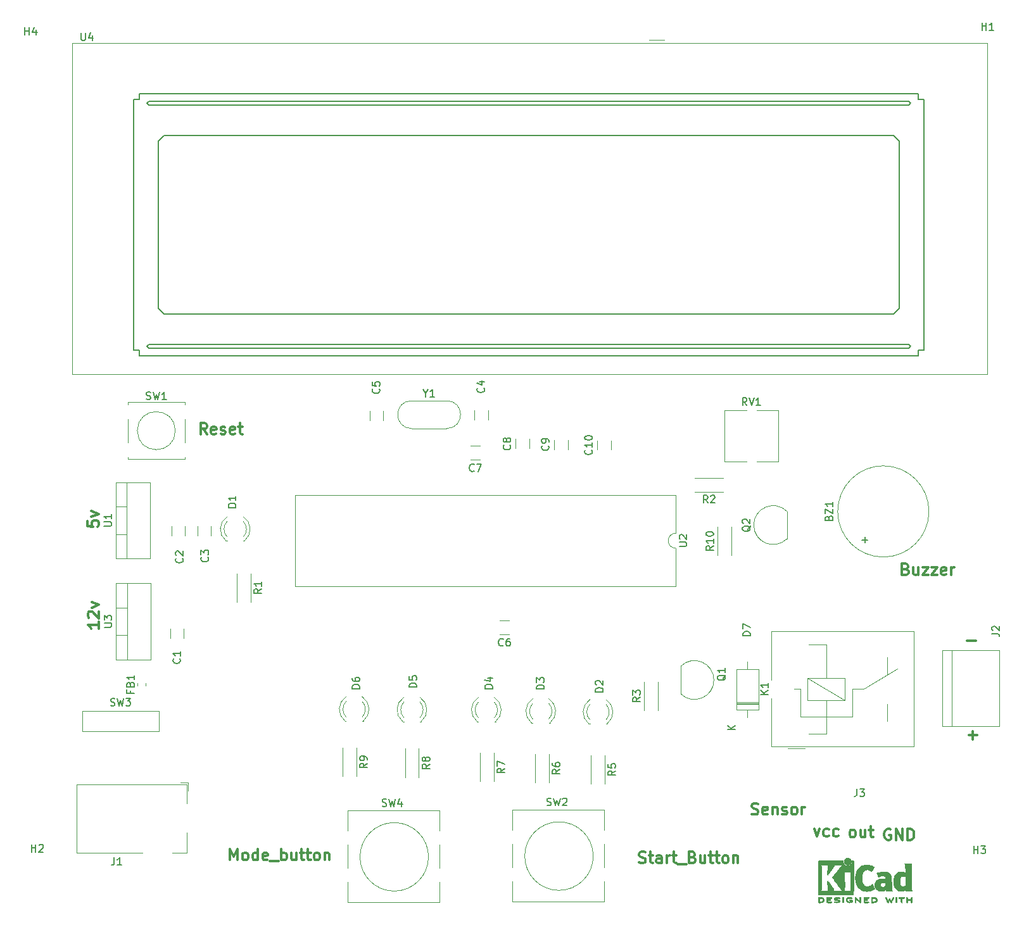
<source format=gbr>
%TF.GenerationSoftware,KiCad,Pcbnew,7.0.11*%
%TF.CreationDate,2024-07-12T13:59:46+01:00*%
%TF.ProjectId,3 mode bottle filling machine,33206d6f-6465-4206-926f-74746c652066,v1*%
%TF.SameCoordinates,Original*%
%TF.FileFunction,Legend,Top*%
%TF.FilePolarity,Positive*%
%FSLAX46Y46*%
G04 Gerber Fmt 4.6, Leading zero omitted, Abs format (unit mm)*
G04 Created by KiCad (PCBNEW 7.0.11) date 2024-07-12 13:59:46*
%MOMM*%
%LPD*%
G01*
G04 APERTURE LIST*
%ADD10C,0.300000*%
%ADD11C,0.150000*%
%ADD12C,0.120000*%
%ADD13C,0.010000*%
G04 APERTURE END LIST*
D10*
X175993796Y-142075828D02*
X175850939Y-142004400D01*
X175850939Y-142004400D02*
X175779510Y-141932971D01*
X175779510Y-141932971D02*
X175708082Y-141790114D01*
X175708082Y-141790114D02*
X175708082Y-141361542D01*
X175708082Y-141361542D02*
X175779510Y-141218685D01*
X175779510Y-141218685D02*
X175850939Y-141147257D01*
X175850939Y-141147257D02*
X175993796Y-141075828D01*
X175993796Y-141075828D02*
X176208082Y-141075828D01*
X176208082Y-141075828D02*
X176350939Y-141147257D01*
X176350939Y-141147257D02*
X176422368Y-141218685D01*
X176422368Y-141218685D02*
X176493796Y-141361542D01*
X176493796Y-141361542D02*
X176493796Y-141790114D01*
X176493796Y-141790114D02*
X176422368Y-141932971D01*
X176422368Y-141932971D02*
X176350939Y-142004400D01*
X176350939Y-142004400D02*
X176208082Y-142075828D01*
X176208082Y-142075828D02*
X175993796Y-142075828D01*
X177779511Y-141075828D02*
X177779511Y-142075828D01*
X177136653Y-141075828D02*
X177136653Y-141861542D01*
X177136653Y-141861542D02*
X177208082Y-142004400D01*
X177208082Y-142004400D02*
X177350939Y-142075828D01*
X177350939Y-142075828D02*
X177565225Y-142075828D01*
X177565225Y-142075828D02*
X177708082Y-142004400D01*
X177708082Y-142004400D02*
X177779511Y-141932971D01*
X178279511Y-141075828D02*
X178850939Y-141075828D01*
X178493796Y-140575828D02*
X178493796Y-141861542D01*
X178493796Y-141861542D02*
X178565225Y-142004400D01*
X178565225Y-142004400D02*
X178708082Y-142075828D01*
X178708082Y-142075828D02*
X178850939Y-142075828D01*
X73800828Y-99756203D02*
X73800828Y-100470489D01*
X73800828Y-100470489D02*
X74515114Y-100541917D01*
X74515114Y-100541917D02*
X74443685Y-100470489D01*
X74443685Y-100470489D02*
X74372257Y-100327632D01*
X74372257Y-100327632D02*
X74372257Y-99970489D01*
X74372257Y-99970489D02*
X74443685Y-99827632D01*
X74443685Y-99827632D02*
X74515114Y-99756203D01*
X74515114Y-99756203D02*
X74657971Y-99684774D01*
X74657971Y-99684774D02*
X75015114Y-99684774D01*
X75015114Y-99684774D02*
X75157971Y-99756203D01*
X75157971Y-99756203D02*
X75229400Y-99827632D01*
X75229400Y-99827632D02*
X75300828Y-99970489D01*
X75300828Y-99970489D02*
X75300828Y-100327632D01*
X75300828Y-100327632D02*
X75229400Y-100470489D01*
X75229400Y-100470489D02*
X75157971Y-100541917D01*
X74300828Y-99184775D02*
X75300828Y-98827632D01*
X75300828Y-98827632D02*
X74300828Y-98470489D01*
X183204510Y-106215114D02*
X183418796Y-106286542D01*
X183418796Y-106286542D02*
X183490225Y-106357971D01*
X183490225Y-106357971D02*
X183561653Y-106500828D01*
X183561653Y-106500828D02*
X183561653Y-106715114D01*
X183561653Y-106715114D02*
X183490225Y-106857971D01*
X183490225Y-106857971D02*
X183418796Y-106929400D01*
X183418796Y-106929400D02*
X183275939Y-107000828D01*
X183275939Y-107000828D02*
X182704510Y-107000828D01*
X182704510Y-107000828D02*
X182704510Y-105500828D01*
X182704510Y-105500828D02*
X183204510Y-105500828D01*
X183204510Y-105500828D02*
X183347368Y-105572257D01*
X183347368Y-105572257D02*
X183418796Y-105643685D01*
X183418796Y-105643685D02*
X183490225Y-105786542D01*
X183490225Y-105786542D02*
X183490225Y-105929400D01*
X183490225Y-105929400D02*
X183418796Y-106072257D01*
X183418796Y-106072257D02*
X183347368Y-106143685D01*
X183347368Y-106143685D02*
X183204510Y-106215114D01*
X183204510Y-106215114D02*
X182704510Y-106215114D01*
X184847368Y-106000828D02*
X184847368Y-107000828D01*
X184204510Y-106000828D02*
X184204510Y-106786542D01*
X184204510Y-106786542D02*
X184275939Y-106929400D01*
X184275939Y-106929400D02*
X184418796Y-107000828D01*
X184418796Y-107000828D02*
X184633082Y-107000828D01*
X184633082Y-107000828D02*
X184775939Y-106929400D01*
X184775939Y-106929400D02*
X184847368Y-106857971D01*
X185418796Y-106000828D02*
X186204511Y-106000828D01*
X186204511Y-106000828D02*
X185418796Y-107000828D01*
X185418796Y-107000828D02*
X186204511Y-107000828D01*
X186633082Y-106000828D02*
X187418797Y-106000828D01*
X187418797Y-106000828D02*
X186633082Y-107000828D01*
X186633082Y-107000828D02*
X187418797Y-107000828D01*
X188561654Y-106929400D02*
X188418797Y-107000828D01*
X188418797Y-107000828D02*
X188133083Y-107000828D01*
X188133083Y-107000828D02*
X187990225Y-106929400D01*
X187990225Y-106929400D02*
X187918797Y-106786542D01*
X187918797Y-106786542D02*
X187918797Y-106215114D01*
X187918797Y-106215114D02*
X187990225Y-106072257D01*
X187990225Y-106072257D02*
X188133083Y-106000828D01*
X188133083Y-106000828D02*
X188418797Y-106000828D01*
X188418797Y-106000828D02*
X188561654Y-106072257D01*
X188561654Y-106072257D02*
X188633083Y-106215114D01*
X188633083Y-106215114D02*
X188633083Y-106357971D01*
X188633083Y-106357971D02*
X187918797Y-106500828D01*
X189275939Y-107000828D02*
X189275939Y-106000828D01*
X189275939Y-106286542D02*
X189347368Y-106143685D01*
X189347368Y-106143685D02*
X189418797Y-106072257D01*
X189418797Y-106072257D02*
X189561654Y-106000828D01*
X189561654Y-106000828D02*
X189704511Y-106000828D01*
X170986653Y-140978328D02*
X171343796Y-141978328D01*
X171343796Y-141978328D02*
X171700939Y-140978328D01*
X172915225Y-141906900D02*
X172772367Y-141978328D01*
X172772367Y-141978328D02*
X172486653Y-141978328D01*
X172486653Y-141978328D02*
X172343796Y-141906900D01*
X172343796Y-141906900D02*
X172272367Y-141835471D01*
X172272367Y-141835471D02*
X172200939Y-141692614D01*
X172200939Y-141692614D02*
X172200939Y-141264042D01*
X172200939Y-141264042D02*
X172272367Y-141121185D01*
X172272367Y-141121185D02*
X172343796Y-141049757D01*
X172343796Y-141049757D02*
X172486653Y-140978328D01*
X172486653Y-140978328D02*
X172772367Y-140978328D01*
X172772367Y-140978328D02*
X172915225Y-141049757D01*
X174200939Y-141906900D02*
X174058081Y-141978328D01*
X174058081Y-141978328D02*
X173772367Y-141978328D01*
X173772367Y-141978328D02*
X173629510Y-141906900D01*
X173629510Y-141906900D02*
X173558081Y-141835471D01*
X173558081Y-141835471D02*
X173486653Y-141692614D01*
X173486653Y-141692614D02*
X173486653Y-141264042D01*
X173486653Y-141264042D02*
X173558081Y-141121185D01*
X173558081Y-141121185D02*
X173629510Y-141049757D01*
X173629510Y-141049757D02*
X173772367Y-140978328D01*
X173772367Y-140978328D02*
X174058081Y-140978328D01*
X174058081Y-140978328D02*
X174200939Y-141049757D01*
X75350828Y-113284774D02*
X75350828Y-114141917D01*
X75350828Y-113713346D02*
X73850828Y-113713346D01*
X73850828Y-113713346D02*
X74065114Y-113856203D01*
X74065114Y-113856203D02*
X74207971Y-113999060D01*
X74207971Y-113999060D02*
X74279400Y-114141917D01*
X73993685Y-112713346D02*
X73922257Y-112641918D01*
X73922257Y-112641918D02*
X73850828Y-112499061D01*
X73850828Y-112499061D02*
X73850828Y-112141918D01*
X73850828Y-112141918D02*
X73922257Y-111999061D01*
X73922257Y-111999061D02*
X73993685Y-111927632D01*
X73993685Y-111927632D02*
X74136542Y-111856203D01*
X74136542Y-111856203D02*
X74279400Y-111856203D01*
X74279400Y-111856203D02*
X74493685Y-111927632D01*
X74493685Y-111927632D02*
X75350828Y-112784775D01*
X75350828Y-112784775D02*
X75350828Y-111856203D01*
X74350828Y-111356204D02*
X75350828Y-110999061D01*
X75350828Y-110999061D02*
X74350828Y-110641918D01*
X162608082Y-138954400D02*
X162822368Y-139025828D01*
X162822368Y-139025828D02*
X163179510Y-139025828D01*
X163179510Y-139025828D02*
X163322368Y-138954400D01*
X163322368Y-138954400D02*
X163393796Y-138882971D01*
X163393796Y-138882971D02*
X163465225Y-138740114D01*
X163465225Y-138740114D02*
X163465225Y-138597257D01*
X163465225Y-138597257D02*
X163393796Y-138454400D01*
X163393796Y-138454400D02*
X163322368Y-138382971D01*
X163322368Y-138382971D02*
X163179510Y-138311542D01*
X163179510Y-138311542D02*
X162893796Y-138240114D01*
X162893796Y-138240114D02*
X162750939Y-138168685D01*
X162750939Y-138168685D02*
X162679510Y-138097257D01*
X162679510Y-138097257D02*
X162608082Y-137954400D01*
X162608082Y-137954400D02*
X162608082Y-137811542D01*
X162608082Y-137811542D02*
X162679510Y-137668685D01*
X162679510Y-137668685D02*
X162750939Y-137597257D01*
X162750939Y-137597257D02*
X162893796Y-137525828D01*
X162893796Y-137525828D02*
X163250939Y-137525828D01*
X163250939Y-137525828D02*
X163465225Y-137597257D01*
X164679510Y-138954400D02*
X164536653Y-139025828D01*
X164536653Y-139025828D02*
X164250939Y-139025828D01*
X164250939Y-139025828D02*
X164108081Y-138954400D01*
X164108081Y-138954400D02*
X164036653Y-138811542D01*
X164036653Y-138811542D02*
X164036653Y-138240114D01*
X164036653Y-138240114D02*
X164108081Y-138097257D01*
X164108081Y-138097257D02*
X164250939Y-138025828D01*
X164250939Y-138025828D02*
X164536653Y-138025828D01*
X164536653Y-138025828D02*
X164679510Y-138097257D01*
X164679510Y-138097257D02*
X164750939Y-138240114D01*
X164750939Y-138240114D02*
X164750939Y-138382971D01*
X164750939Y-138382971D02*
X164036653Y-138525828D01*
X165393795Y-138025828D02*
X165393795Y-139025828D01*
X165393795Y-138168685D02*
X165465224Y-138097257D01*
X165465224Y-138097257D02*
X165608081Y-138025828D01*
X165608081Y-138025828D02*
X165822367Y-138025828D01*
X165822367Y-138025828D02*
X165965224Y-138097257D01*
X165965224Y-138097257D02*
X166036653Y-138240114D01*
X166036653Y-138240114D02*
X166036653Y-139025828D01*
X166679510Y-138954400D02*
X166822367Y-139025828D01*
X166822367Y-139025828D02*
X167108081Y-139025828D01*
X167108081Y-139025828D02*
X167250938Y-138954400D01*
X167250938Y-138954400D02*
X167322367Y-138811542D01*
X167322367Y-138811542D02*
X167322367Y-138740114D01*
X167322367Y-138740114D02*
X167250938Y-138597257D01*
X167250938Y-138597257D02*
X167108081Y-138525828D01*
X167108081Y-138525828D02*
X166893796Y-138525828D01*
X166893796Y-138525828D02*
X166750938Y-138454400D01*
X166750938Y-138454400D02*
X166679510Y-138311542D01*
X166679510Y-138311542D02*
X166679510Y-138240114D01*
X166679510Y-138240114D02*
X166750938Y-138097257D01*
X166750938Y-138097257D02*
X166893796Y-138025828D01*
X166893796Y-138025828D02*
X167108081Y-138025828D01*
X167108081Y-138025828D02*
X167250938Y-138097257D01*
X168179510Y-139025828D02*
X168036653Y-138954400D01*
X168036653Y-138954400D02*
X167965224Y-138882971D01*
X167965224Y-138882971D02*
X167893796Y-138740114D01*
X167893796Y-138740114D02*
X167893796Y-138311542D01*
X167893796Y-138311542D02*
X167965224Y-138168685D01*
X167965224Y-138168685D02*
X168036653Y-138097257D01*
X168036653Y-138097257D02*
X168179510Y-138025828D01*
X168179510Y-138025828D02*
X168393796Y-138025828D01*
X168393796Y-138025828D02*
X168536653Y-138097257D01*
X168536653Y-138097257D02*
X168608082Y-138168685D01*
X168608082Y-138168685D02*
X168679510Y-138311542D01*
X168679510Y-138311542D02*
X168679510Y-138740114D01*
X168679510Y-138740114D02*
X168608082Y-138882971D01*
X168608082Y-138882971D02*
X168536653Y-138954400D01*
X168536653Y-138954400D02*
X168393796Y-139025828D01*
X168393796Y-139025828D02*
X168179510Y-139025828D01*
X169322367Y-139025828D02*
X169322367Y-138025828D01*
X169322367Y-138311542D02*
X169393796Y-138168685D01*
X169393796Y-138168685D02*
X169465225Y-138097257D01*
X169465225Y-138097257D02*
X169608082Y-138025828D01*
X169608082Y-138025828D02*
X169750939Y-138025828D01*
X92854510Y-145125828D02*
X92854510Y-143625828D01*
X92854510Y-143625828D02*
X93354510Y-144697257D01*
X93354510Y-144697257D02*
X93854510Y-143625828D01*
X93854510Y-143625828D02*
X93854510Y-145125828D01*
X94783082Y-145125828D02*
X94640225Y-145054400D01*
X94640225Y-145054400D02*
X94568796Y-144982971D01*
X94568796Y-144982971D02*
X94497368Y-144840114D01*
X94497368Y-144840114D02*
X94497368Y-144411542D01*
X94497368Y-144411542D02*
X94568796Y-144268685D01*
X94568796Y-144268685D02*
X94640225Y-144197257D01*
X94640225Y-144197257D02*
X94783082Y-144125828D01*
X94783082Y-144125828D02*
X94997368Y-144125828D01*
X94997368Y-144125828D02*
X95140225Y-144197257D01*
X95140225Y-144197257D02*
X95211654Y-144268685D01*
X95211654Y-144268685D02*
X95283082Y-144411542D01*
X95283082Y-144411542D02*
X95283082Y-144840114D01*
X95283082Y-144840114D02*
X95211654Y-144982971D01*
X95211654Y-144982971D02*
X95140225Y-145054400D01*
X95140225Y-145054400D02*
X94997368Y-145125828D01*
X94997368Y-145125828D02*
X94783082Y-145125828D01*
X96568797Y-145125828D02*
X96568797Y-143625828D01*
X96568797Y-145054400D02*
X96425939Y-145125828D01*
X96425939Y-145125828D02*
X96140225Y-145125828D01*
X96140225Y-145125828D02*
X95997368Y-145054400D01*
X95997368Y-145054400D02*
X95925939Y-144982971D01*
X95925939Y-144982971D02*
X95854511Y-144840114D01*
X95854511Y-144840114D02*
X95854511Y-144411542D01*
X95854511Y-144411542D02*
X95925939Y-144268685D01*
X95925939Y-144268685D02*
X95997368Y-144197257D01*
X95997368Y-144197257D02*
X96140225Y-144125828D01*
X96140225Y-144125828D02*
X96425939Y-144125828D01*
X96425939Y-144125828D02*
X96568797Y-144197257D01*
X97854511Y-145054400D02*
X97711654Y-145125828D01*
X97711654Y-145125828D02*
X97425940Y-145125828D01*
X97425940Y-145125828D02*
X97283082Y-145054400D01*
X97283082Y-145054400D02*
X97211654Y-144911542D01*
X97211654Y-144911542D02*
X97211654Y-144340114D01*
X97211654Y-144340114D02*
X97283082Y-144197257D01*
X97283082Y-144197257D02*
X97425940Y-144125828D01*
X97425940Y-144125828D02*
X97711654Y-144125828D01*
X97711654Y-144125828D02*
X97854511Y-144197257D01*
X97854511Y-144197257D02*
X97925940Y-144340114D01*
X97925940Y-144340114D02*
X97925940Y-144482971D01*
X97925940Y-144482971D02*
X97211654Y-144625828D01*
X98211654Y-145268685D02*
X99354511Y-145268685D01*
X99711653Y-145125828D02*
X99711653Y-143625828D01*
X99711653Y-144197257D02*
X99854511Y-144125828D01*
X99854511Y-144125828D02*
X100140225Y-144125828D01*
X100140225Y-144125828D02*
X100283082Y-144197257D01*
X100283082Y-144197257D02*
X100354511Y-144268685D01*
X100354511Y-144268685D02*
X100425939Y-144411542D01*
X100425939Y-144411542D02*
X100425939Y-144840114D01*
X100425939Y-144840114D02*
X100354511Y-144982971D01*
X100354511Y-144982971D02*
X100283082Y-145054400D01*
X100283082Y-145054400D02*
X100140225Y-145125828D01*
X100140225Y-145125828D02*
X99854511Y-145125828D01*
X99854511Y-145125828D02*
X99711653Y-145054400D01*
X101711654Y-144125828D02*
X101711654Y-145125828D01*
X101068796Y-144125828D02*
X101068796Y-144911542D01*
X101068796Y-144911542D02*
X101140225Y-145054400D01*
X101140225Y-145054400D02*
X101283082Y-145125828D01*
X101283082Y-145125828D02*
X101497368Y-145125828D01*
X101497368Y-145125828D02*
X101640225Y-145054400D01*
X101640225Y-145054400D02*
X101711654Y-144982971D01*
X102211654Y-144125828D02*
X102783082Y-144125828D01*
X102425939Y-143625828D02*
X102425939Y-144911542D01*
X102425939Y-144911542D02*
X102497368Y-145054400D01*
X102497368Y-145054400D02*
X102640225Y-145125828D01*
X102640225Y-145125828D02*
X102783082Y-145125828D01*
X103068797Y-144125828D02*
X103640225Y-144125828D01*
X103283082Y-143625828D02*
X103283082Y-144911542D01*
X103283082Y-144911542D02*
X103354511Y-145054400D01*
X103354511Y-145054400D02*
X103497368Y-145125828D01*
X103497368Y-145125828D02*
X103640225Y-145125828D01*
X104354511Y-145125828D02*
X104211654Y-145054400D01*
X104211654Y-145054400D02*
X104140225Y-144982971D01*
X104140225Y-144982971D02*
X104068797Y-144840114D01*
X104068797Y-144840114D02*
X104068797Y-144411542D01*
X104068797Y-144411542D02*
X104140225Y-144268685D01*
X104140225Y-144268685D02*
X104211654Y-144197257D01*
X104211654Y-144197257D02*
X104354511Y-144125828D01*
X104354511Y-144125828D02*
X104568797Y-144125828D01*
X104568797Y-144125828D02*
X104711654Y-144197257D01*
X104711654Y-144197257D02*
X104783083Y-144268685D01*
X104783083Y-144268685D02*
X104854511Y-144411542D01*
X104854511Y-144411542D02*
X104854511Y-144840114D01*
X104854511Y-144840114D02*
X104783083Y-144982971D01*
X104783083Y-144982971D02*
X104711654Y-145054400D01*
X104711654Y-145054400D02*
X104568797Y-145125828D01*
X104568797Y-145125828D02*
X104354511Y-145125828D01*
X105497368Y-144125828D02*
X105497368Y-145125828D01*
X105497368Y-144268685D02*
X105568797Y-144197257D01*
X105568797Y-144197257D02*
X105711654Y-144125828D01*
X105711654Y-144125828D02*
X105925940Y-144125828D01*
X105925940Y-144125828D02*
X106068797Y-144197257D01*
X106068797Y-144197257D02*
X106140226Y-144340114D01*
X106140226Y-144340114D02*
X106140226Y-145125828D01*
X181165225Y-141022257D02*
X181022368Y-140950828D01*
X181022368Y-140950828D02*
X180808082Y-140950828D01*
X180808082Y-140950828D02*
X180593796Y-141022257D01*
X180593796Y-141022257D02*
X180450939Y-141165114D01*
X180450939Y-141165114D02*
X180379510Y-141307971D01*
X180379510Y-141307971D02*
X180308082Y-141593685D01*
X180308082Y-141593685D02*
X180308082Y-141807971D01*
X180308082Y-141807971D02*
X180379510Y-142093685D01*
X180379510Y-142093685D02*
X180450939Y-142236542D01*
X180450939Y-142236542D02*
X180593796Y-142379400D01*
X180593796Y-142379400D02*
X180808082Y-142450828D01*
X180808082Y-142450828D02*
X180950939Y-142450828D01*
X180950939Y-142450828D02*
X181165225Y-142379400D01*
X181165225Y-142379400D02*
X181236653Y-142307971D01*
X181236653Y-142307971D02*
X181236653Y-141807971D01*
X181236653Y-141807971D02*
X180950939Y-141807971D01*
X181879510Y-142450828D02*
X181879510Y-140950828D01*
X181879510Y-140950828D02*
X182736653Y-142450828D01*
X182736653Y-142450828D02*
X182736653Y-140950828D01*
X183450939Y-142450828D02*
X183450939Y-140950828D01*
X183450939Y-140950828D02*
X183808082Y-140950828D01*
X183808082Y-140950828D02*
X184022368Y-141022257D01*
X184022368Y-141022257D02*
X184165225Y-141165114D01*
X184165225Y-141165114D02*
X184236654Y-141307971D01*
X184236654Y-141307971D02*
X184308082Y-141593685D01*
X184308082Y-141593685D02*
X184308082Y-141807971D01*
X184308082Y-141807971D02*
X184236654Y-142093685D01*
X184236654Y-142093685D02*
X184165225Y-142236542D01*
X184165225Y-142236542D02*
X184022368Y-142379400D01*
X184022368Y-142379400D02*
X183808082Y-142450828D01*
X183808082Y-142450828D02*
X183450939Y-142450828D01*
X89761653Y-88175828D02*
X89261653Y-87461542D01*
X88904510Y-88175828D02*
X88904510Y-86675828D01*
X88904510Y-86675828D02*
X89475939Y-86675828D01*
X89475939Y-86675828D02*
X89618796Y-86747257D01*
X89618796Y-86747257D02*
X89690225Y-86818685D01*
X89690225Y-86818685D02*
X89761653Y-86961542D01*
X89761653Y-86961542D02*
X89761653Y-87175828D01*
X89761653Y-87175828D02*
X89690225Y-87318685D01*
X89690225Y-87318685D02*
X89618796Y-87390114D01*
X89618796Y-87390114D02*
X89475939Y-87461542D01*
X89475939Y-87461542D02*
X88904510Y-87461542D01*
X90975939Y-88104400D02*
X90833082Y-88175828D01*
X90833082Y-88175828D02*
X90547368Y-88175828D01*
X90547368Y-88175828D02*
X90404510Y-88104400D01*
X90404510Y-88104400D02*
X90333082Y-87961542D01*
X90333082Y-87961542D02*
X90333082Y-87390114D01*
X90333082Y-87390114D02*
X90404510Y-87247257D01*
X90404510Y-87247257D02*
X90547368Y-87175828D01*
X90547368Y-87175828D02*
X90833082Y-87175828D01*
X90833082Y-87175828D02*
X90975939Y-87247257D01*
X90975939Y-87247257D02*
X91047368Y-87390114D01*
X91047368Y-87390114D02*
X91047368Y-87532971D01*
X91047368Y-87532971D02*
X90333082Y-87675828D01*
X91618796Y-88104400D02*
X91761653Y-88175828D01*
X91761653Y-88175828D02*
X92047367Y-88175828D01*
X92047367Y-88175828D02*
X92190224Y-88104400D01*
X92190224Y-88104400D02*
X92261653Y-87961542D01*
X92261653Y-87961542D02*
X92261653Y-87890114D01*
X92261653Y-87890114D02*
X92190224Y-87747257D01*
X92190224Y-87747257D02*
X92047367Y-87675828D01*
X92047367Y-87675828D02*
X91833082Y-87675828D01*
X91833082Y-87675828D02*
X91690224Y-87604400D01*
X91690224Y-87604400D02*
X91618796Y-87461542D01*
X91618796Y-87461542D02*
X91618796Y-87390114D01*
X91618796Y-87390114D02*
X91690224Y-87247257D01*
X91690224Y-87247257D02*
X91833082Y-87175828D01*
X91833082Y-87175828D02*
X92047367Y-87175828D01*
X92047367Y-87175828D02*
X92190224Y-87247257D01*
X93475939Y-88104400D02*
X93333082Y-88175828D01*
X93333082Y-88175828D02*
X93047368Y-88175828D01*
X93047368Y-88175828D02*
X92904510Y-88104400D01*
X92904510Y-88104400D02*
X92833082Y-87961542D01*
X92833082Y-87961542D02*
X92833082Y-87390114D01*
X92833082Y-87390114D02*
X92904510Y-87247257D01*
X92904510Y-87247257D02*
X93047368Y-87175828D01*
X93047368Y-87175828D02*
X93333082Y-87175828D01*
X93333082Y-87175828D02*
X93475939Y-87247257D01*
X93475939Y-87247257D02*
X93547368Y-87390114D01*
X93547368Y-87390114D02*
X93547368Y-87532971D01*
X93547368Y-87532971D02*
X92833082Y-87675828D01*
X93975939Y-87175828D02*
X94547367Y-87175828D01*
X94190224Y-86675828D02*
X94190224Y-87961542D01*
X94190224Y-87961542D02*
X94261653Y-88104400D01*
X94261653Y-88104400D02*
X94404510Y-88175828D01*
X94404510Y-88175828D02*
X94547367Y-88175828D01*
X147558082Y-145454400D02*
X147772368Y-145525828D01*
X147772368Y-145525828D02*
X148129510Y-145525828D01*
X148129510Y-145525828D02*
X148272368Y-145454400D01*
X148272368Y-145454400D02*
X148343796Y-145382971D01*
X148343796Y-145382971D02*
X148415225Y-145240114D01*
X148415225Y-145240114D02*
X148415225Y-145097257D01*
X148415225Y-145097257D02*
X148343796Y-144954400D01*
X148343796Y-144954400D02*
X148272368Y-144882971D01*
X148272368Y-144882971D02*
X148129510Y-144811542D01*
X148129510Y-144811542D02*
X147843796Y-144740114D01*
X147843796Y-144740114D02*
X147700939Y-144668685D01*
X147700939Y-144668685D02*
X147629510Y-144597257D01*
X147629510Y-144597257D02*
X147558082Y-144454400D01*
X147558082Y-144454400D02*
X147558082Y-144311542D01*
X147558082Y-144311542D02*
X147629510Y-144168685D01*
X147629510Y-144168685D02*
X147700939Y-144097257D01*
X147700939Y-144097257D02*
X147843796Y-144025828D01*
X147843796Y-144025828D02*
X148200939Y-144025828D01*
X148200939Y-144025828D02*
X148415225Y-144097257D01*
X148843796Y-144525828D02*
X149415224Y-144525828D01*
X149058081Y-144025828D02*
X149058081Y-145311542D01*
X149058081Y-145311542D02*
X149129510Y-145454400D01*
X149129510Y-145454400D02*
X149272367Y-145525828D01*
X149272367Y-145525828D02*
X149415224Y-145525828D01*
X150558082Y-145525828D02*
X150558082Y-144740114D01*
X150558082Y-144740114D02*
X150486653Y-144597257D01*
X150486653Y-144597257D02*
X150343796Y-144525828D01*
X150343796Y-144525828D02*
X150058082Y-144525828D01*
X150058082Y-144525828D02*
X149915224Y-144597257D01*
X150558082Y-145454400D02*
X150415224Y-145525828D01*
X150415224Y-145525828D02*
X150058082Y-145525828D01*
X150058082Y-145525828D02*
X149915224Y-145454400D01*
X149915224Y-145454400D02*
X149843796Y-145311542D01*
X149843796Y-145311542D02*
X149843796Y-145168685D01*
X149843796Y-145168685D02*
X149915224Y-145025828D01*
X149915224Y-145025828D02*
X150058082Y-144954400D01*
X150058082Y-144954400D02*
X150415224Y-144954400D01*
X150415224Y-144954400D02*
X150558082Y-144882971D01*
X151272367Y-145525828D02*
X151272367Y-144525828D01*
X151272367Y-144811542D02*
X151343796Y-144668685D01*
X151343796Y-144668685D02*
X151415225Y-144597257D01*
X151415225Y-144597257D02*
X151558082Y-144525828D01*
X151558082Y-144525828D02*
X151700939Y-144525828D01*
X151986653Y-144525828D02*
X152558081Y-144525828D01*
X152200938Y-144025828D02*
X152200938Y-145311542D01*
X152200938Y-145311542D02*
X152272367Y-145454400D01*
X152272367Y-145454400D02*
X152415224Y-145525828D01*
X152415224Y-145525828D02*
X152558081Y-145525828D01*
X152700939Y-145668685D02*
X153843796Y-145668685D01*
X154700938Y-144740114D02*
X154915224Y-144811542D01*
X154915224Y-144811542D02*
X154986653Y-144882971D01*
X154986653Y-144882971D02*
X155058081Y-145025828D01*
X155058081Y-145025828D02*
X155058081Y-145240114D01*
X155058081Y-145240114D02*
X154986653Y-145382971D01*
X154986653Y-145382971D02*
X154915224Y-145454400D01*
X154915224Y-145454400D02*
X154772367Y-145525828D01*
X154772367Y-145525828D02*
X154200938Y-145525828D01*
X154200938Y-145525828D02*
X154200938Y-144025828D01*
X154200938Y-144025828D02*
X154700938Y-144025828D01*
X154700938Y-144025828D02*
X154843796Y-144097257D01*
X154843796Y-144097257D02*
X154915224Y-144168685D01*
X154915224Y-144168685D02*
X154986653Y-144311542D01*
X154986653Y-144311542D02*
X154986653Y-144454400D01*
X154986653Y-144454400D02*
X154915224Y-144597257D01*
X154915224Y-144597257D02*
X154843796Y-144668685D01*
X154843796Y-144668685D02*
X154700938Y-144740114D01*
X154700938Y-144740114D02*
X154200938Y-144740114D01*
X156343796Y-144525828D02*
X156343796Y-145525828D01*
X155700938Y-144525828D02*
X155700938Y-145311542D01*
X155700938Y-145311542D02*
X155772367Y-145454400D01*
X155772367Y-145454400D02*
X155915224Y-145525828D01*
X155915224Y-145525828D02*
X156129510Y-145525828D01*
X156129510Y-145525828D02*
X156272367Y-145454400D01*
X156272367Y-145454400D02*
X156343796Y-145382971D01*
X156843796Y-144525828D02*
X157415224Y-144525828D01*
X157058081Y-144025828D02*
X157058081Y-145311542D01*
X157058081Y-145311542D02*
X157129510Y-145454400D01*
X157129510Y-145454400D02*
X157272367Y-145525828D01*
X157272367Y-145525828D02*
X157415224Y-145525828D01*
X157700939Y-144525828D02*
X158272367Y-144525828D01*
X157915224Y-144025828D02*
X157915224Y-145311542D01*
X157915224Y-145311542D02*
X157986653Y-145454400D01*
X157986653Y-145454400D02*
X158129510Y-145525828D01*
X158129510Y-145525828D02*
X158272367Y-145525828D01*
X158986653Y-145525828D02*
X158843796Y-145454400D01*
X158843796Y-145454400D02*
X158772367Y-145382971D01*
X158772367Y-145382971D02*
X158700939Y-145240114D01*
X158700939Y-145240114D02*
X158700939Y-144811542D01*
X158700939Y-144811542D02*
X158772367Y-144668685D01*
X158772367Y-144668685D02*
X158843796Y-144597257D01*
X158843796Y-144597257D02*
X158986653Y-144525828D01*
X158986653Y-144525828D02*
X159200939Y-144525828D01*
X159200939Y-144525828D02*
X159343796Y-144597257D01*
X159343796Y-144597257D02*
X159415225Y-144668685D01*
X159415225Y-144668685D02*
X159486653Y-144811542D01*
X159486653Y-144811542D02*
X159486653Y-145240114D01*
X159486653Y-145240114D02*
X159415225Y-145382971D01*
X159415225Y-145382971D02*
X159343796Y-145454400D01*
X159343796Y-145454400D02*
X159200939Y-145525828D01*
X159200939Y-145525828D02*
X158986653Y-145525828D01*
X160129510Y-144525828D02*
X160129510Y-145525828D01*
X160129510Y-144668685D02*
X160200939Y-144597257D01*
X160200939Y-144597257D02*
X160343796Y-144525828D01*
X160343796Y-144525828D02*
X160558082Y-144525828D01*
X160558082Y-144525828D02*
X160700939Y-144597257D01*
X160700939Y-144597257D02*
X160772368Y-144740114D01*
X160772368Y-144740114D02*
X160772368Y-145525828D01*
X191429510Y-115754400D02*
X192572368Y-115754400D01*
X191604510Y-128429400D02*
X192747368Y-128429400D01*
X192175939Y-129000828D02*
X192175939Y-127857971D01*
D11*
X162429819Y-115113094D02*
X161429819Y-115113094D01*
X161429819Y-115113094D02*
X161429819Y-114874999D01*
X161429819Y-114874999D02*
X161477438Y-114732142D01*
X161477438Y-114732142D02*
X161572676Y-114636904D01*
X161572676Y-114636904D02*
X161667914Y-114589285D01*
X161667914Y-114589285D02*
X161858390Y-114541666D01*
X161858390Y-114541666D02*
X162001247Y-114541666D01*
X162001247Y-114541666D02*
X162191723Y-114589285D01*
X162191723Y-114589285D02*
X162286961Y-114636904D01*
X162286961Y-114636904D02*
X162382200Y-114732142D01*
X162382200Y-114732142D02*
X162429819Y-114874999D01*
X162429819Y-114874999D02*
X162429819Y-115113094D01*
X161429819Y-114208332D02*
X161429819Y-113541666D01*
X161429819Y-113541666D02*
X162429819Y-113970237D01*
X160404819Y-127666904D02*
X159404819Y-127666904D01*
X160404819Y-127095476D02*
X159833390Y-127524047D01*
X159404819Y-127095476D02*
X159976247Y-127666904D01*
X135409580Y-89716666D02*
X135457200Y-89764285D01*
X135457200Y-89764285D02*
X135504819Y-89907142D01*
X135504819Y-89907142D02*
X135504819Y-90002380D01*
X135504819Y-90002380D02*
X135457200Y-90145237D01*
X135457200Y-90145237D02*
X135361961Y-90240475D01*
X135361961Y-90240475D02*
X135266723Y-90288094D01*
X135266723Y-90288094D02*
X135076247Y-90335713D01*
X135076247Y-90335713D02*
X134933390Y-90335713D01*
X134933390Y-90335713D02*
X134742914Y-90288094D01*
X134742914Y-90288094D02*
X134647676Y-90240475D01*
X134647676Y-90240475D02*
X134552438Y-90145237D01*
X134552438Y-90145237D02*
X134504819Y-90002380D01*
X134504819Y-90002380D02*
X134504819Y-89907142D01*
X134504819Y-89907142D02*
X134552438Y-89764285D01*
X134552438Y-89764285D02*
X134600057Y-89716666D01*
X135504819Y-89240475D02*
X135504819Y-89049999D01*
X135504819Y-89049999D02*
X135457200Y-88954761D01*
X135457200Y-88954761D02*
X135409580Y-88907142D01*
X135409580Y-88907142D02*
X135266723Y-88811904D01*
X135266723Y-88811904D02*
X135076247Y-88764285D01*
X135076247Y-88764285D02*
X134695295Y-88764285D01*
X134695295Y-88764285D02*
X134600057Y-88811904D01*
X134600057Y-88811904D02*
X134552438Y-88859523D01*
X134552438Y-88859523D02*
X134504819Y-88954761D01*
X134504819Y-88954761D02*
X134504819Y-89145237D01*
X134504819Y-89145237D02*
X134552438Y-89240475D01*
X134552438Y-89240475D02*
X134600057Y-89288094D01*
X134600057Y-89288094D02*
X134695295Y-89335713D01*
X134695295Y-89335713D02*
X134933390Y-89335713D01*
X134933390Y-89335713D02*
X135028628Y-89288094D01*
X135028628Y-89288094D02*
X135076247Y-89240475D01*
X135076247Y-89240475D02*
X135123866Y-89145237D01*
X135123866Y-89145237D02*
X135123866Y-88954761D01*
X135123866Y-88954761D02*
X135076247Y-88859523D01*
X135076247Y-88859523D02*
X135028628Y-88811904D01*
X135028628Y-88811904D02*
X134933390Y-88764285D01*
X147684819Y-123366666D02*
X147208628Y-123699999D01*
X147684819Y-123938094D02*
X146684819Y-123938094D01*
X146684819Y-123938094D02*
X146684819Y-123557142D01*
X146684819Y-123557142D02*
X146732438Y-123461904D01*
X146732438Y-123461904D02*
X146780057Y-123414285D01*
X146780057Y-123414285D02*
X146875295Y-123366666D01*
X146875295Y-123366666D02*
X147018152Y-123366666D01*
X147018152Y-123366666D02*
X147113390Y-123414285D01*
X147113390Y-123414285D02*
X147161009Y-123461904D01*
X147161009Y-123461904D02*
X147208628Y-123557142D01*
X147208628Y-123557142D02*
X147208628Y-123938094D01*
X146684819Y-123033332D02*
X146684819Y-122414285D01*
X146684819Y-122414285D02*
X147065771Y-122747618D01*
X147065771Y-122747618D02*
X147065771Y-122604761D01*
X147065771Y-122604761D02*
X147113390Y-122509523D01*
X147113390Y-122509523D02*
X147161009Y-122461904D01*
X147161009Y-122461904D02*
X147256247Y-122414285D01*
X147256247Y-122414285D02*
X147494342Y-122414285D01*
X147494342Y-122414285D02*
X147589580Y-122461904D01*
X147589580Y-122461904D02*
X147637200Y-122509523D01*
X147637200Y-122509523D02*
X147684819Y-122604761D01*
X147684819Y-122604761D02*
X147684819Y-122890475D01*
X147684819Y-122890475D02*
X147637200Y-122985713D01*
X147637200Y-122985713D02*
X147589580Y-123033332D01*
X93629819Y-97978094D02*
X92629819Y-97978094D01*
X92629819Y-97978094D02*
X92629819Y-97739999D01*
X92629819Y-97739999D02*
X92677438Y-97597142D01*
X92677438Y-97597142D02*
X92772676Y-97501904D01*
X92772676Y-97501904D02*
X92867914Y-97454285D01*
X92867914Y-97454285D02*
X93058390Y-97406666D01*
X93058390Y-97406666D02*
X93201247Y-97406666D01*
X93201247Y-97406666D02*
X93391723Y-97454285D01*
X93391723Y-97454285D02*
X93486961Y-97501904D01*
X93486961Y-97501904D02*
X93582200Y-97597142D01*
X93582200Y-97597142D02*
X93629819Y-97739999D01*
X93629819Y-97739999D02*
X93629819Y-97978094D01*
X93629819Y-96454285D02*
X93629819Y-97025713D01*
X93629819Y-96739999D02*
X92629819Y-96739999D01*
X92629819Y-96739999D02*
X92772676Y-96835237D01*
X92772676Y-96835237D02*
X92867914Y-96930475D01*
X92867914Y-96930475D02*
X92915533Y-97025713D01*
X119549819Y-132291666D02*
X119073628Y-132624999D01*
X119549819Y-132863094D02*
X118549819Y-132863094D01*
X118549819Y-132863094D02*
X118549819Y-132482142D01*
X118549819Y-132482142D02*
X118597438Y-132386904D01*
X118597438Y-132386904D02*
X118645057Y-132339285D01*
X118645057Y-132339285D02*
X118740295Y-132291666D01*
X118740295Y-132291666D02*
X118883152Y-132291666D01*
X118883152Y-132291666D02*
X118978390Y-132339285D01*
X118978390Y-132339285D02*
X119026009Y-132386904D01*
X119026009Y-132386904D02*
X119073628Y-132482142D01*
X119073628Y-132482142D02*
X119073628Y-132863094D01*
X118978390Y-131720237D02*
X118930771Y-131815475D01*
X118930771Y-131815475D02*
X118883152Y-131863094D01*
X118883152Y-131863094D02*
X118787914Y-131910713D01*
X118787914Y-131910713D02*
X118740295Y-131910713D01*
X118740295Y-131910713D02*
X118645057Y-131863094D01*
X118645057Y-131863094D02*
X118597438Y-131815475D01*
X118597438Y-131815475D02*
X118549819Y-131720237D01*
X118549819Y-131720237D02*
X118549819Y-131529761D01*
X118549819Y-131529761D02*
X118597438Y-131434523D01*
X118597438Y-131434523D02*
X118645057Y-131386904D01*
X118645057Y-131386904D02*
X118740295Y-131339285D01*
X118740295Y-131339285D02*
X118787914Y-131339285D01*
X118787914Y-131339285D02*
X118883152Y-131386904D01*
X118883152Y-131386904D02*
X118930771Y-131434523D01*
X118930771Y-131434523D02*
X118978390Y-131529761D01*
X118978390Y-131529761D02*
X118978390Y-131720237D01*
X118978390Y-131720237D02*
X119026009Y-131815475D01*
X119026009Y-131815475D02*
X119073628Y-131863094D01*
X119073628Y-131863094D02*
X119168866Y-131910713D01*
X119168866Y-131910713D02*
X119359342Y-131910713D01*
X119359342Y-131910713D02*
X119454580Y-131863094D01*
X119454580Y-131863094D02*
X119502200Y-131815475D01*
X119502200Y-131815475D02*
X119549819Y-131720237D01*
X119549819Y-131720237D02*
X119549819Y-131529761D01*
X119549819Y-131529761D02*
X119502200Y-131434523D01*
X119502200Y-131434523D02*
X119454580Y-131386904D01*
X119454580Y-131386904D02*
X119359342Y-131339285D01*
X119359342Y-131339285D02*
X119168866Y-131339285D01*
X119168866Y-131339285D02*
X119073628Y-131386904D01*
X119073628Y-131386904D02*
X119026009Y-131434523D01*
X119026009Y-131434523D02*
X118978390Y-131529761D01*
X125483333Y-93059580D02*
X125435714Y-93107200D01*
X125435714Y-93107200D02*
X125292857Y-93154819D01*
X125292857Y-93154819D02*
X125197619Y-93154819D01*
X125197619Y-93154819D02*
X125054762Y-93107200D01*
X125054762Y-93107200D02*
X124959524Y-93011961D01*
X124959524Y-93011961D02*
X124911905Y-92916723D01*
X124911905Y-92916723D02*
X124864286Y-92726247D01*
X124864286Y-92726247D02*
X124864286Y-92583390D01*
X124864286Y-92583390D02*
X124911905Y-92392914D01*
X124911905Y-92392914D02*
X124959524Y-92297676D01*
X124959524Y-92297676D02*
X125054762Y-92202438D01*
X125054762Y-92202438D02*
X125197619Y-92154819D01*
X125197619Y-92154819D02*
X125292857Y-92154819D01*
X125292857Y-92154819D02*
X125435714Y-92202438D01*
X125435714Y-92202438D02*
X125483333Y-92250057D01*
X125816667Y-92154819D02*
X126483333Y-92154819D01*
X126483333Y-92154819D02*
X126054762Y-93154819D01*
X117804819Y-122013094D02*
X116804819Y-122013094D01*
X116804819Y-122013094D02*
X116804819Y-121774999D01*
X116804819Y-121774999D02*
X116852438Y-121632142D01*
X116852438Y-121632142D02*
X116947676Y-121536904D01*
X116947676Y-121536904D02*
X117042914Y-121489285D01*
X117042914Y-121489285D02*
X117233390Y-121441666D01*
X117233390Y-121441666D02*
X117376247Y-121441666D01*
X117376247Y-121441666D02*
X117566723Y-121489285D01*
X117566723Y-121489285D02*
X117661961Y-121536904D01*
X117661961Y-121536904D02*
X117757200Y-121632142D01*
X117757200Y-121632142D02*
X117804819Y-121774999D01*
X117804819Y-121774999D02*
X117804819Y-122013094D01*
X116804819Y-120536904D02*
X116804819Y-121013094D01*
X116804819Y-121013094D02*
X117281009Y-121060713D01*
X117281009Y-121060713D02*
X117233390Y-121013094D01*
X117233390Y-121013094D02*
X117185771Y-120917856D01*
X117185771Y-120917856D02*
X117185771Y-120679761D01*
X117185771Y-120679761D02*
X117233390Y-120584523D01*
X117233390Y-120584523D02*
X117281009Y-120536904D01*
X117281009Y-120536904D02*
X117376247Y-120489285D01*
X117376247Y-120489285D02*
X117614342Y-120489285D01*
X117614342Y-120489285D02*
X117709580Y-120536904D01*
X117709580Y-120536904D02*
X117757200Y-120584523D01*
X117757200Y-120584523D02*
X117804819Y-120679761D01*
X117804819Y-120679761D02*
X117804819Y-120917856D01*
X117804819Y-120917856D02*
X117757200Y-121013094D01*
X117757200Y-121013094D02*
X117709580Y-121060713D01*
X86489580Y-104756666D02*
X86537200Y-104804285D01*
X86537200Y-104804285D02*
X86584819Y-104947142D01*
X86584819Y-104947142D02*
X86584819Y-105042380D01*
X86584819Y-105042380D02*
X86537200Y-105185237D01*
X86537200Y-105185237D02*
X86441961Y-105280475D01*
X86441961Y-105280475D02*
X86346723Y-105328094D01*
X86346723Y-105328094D02*
X86156247Y-105375713D01*
X86156247Y-105375713D02*
X86013390Y-105375713D01*
X86013390Y-105375713D02*
X85822914Y-105328094D01*
X85822914Y-105328094D02*
X85727676Y-105280475D01*
X85727676Y-105280475D02*
X85632438Y-105185237D01*
X85632438Y-105185237D02*
X85584819Y-105042380D01*
X85584819Y-105042380D02*
X85584819Y-104947142D01*
X85584819Y-104947142D02*
X85632438Y-104804285D01*
X85632438Y-104804285D02*
X85680057Y-104756666D01*
X85680057Y-104375713D02*
X85632438Y-104328094D01*
X85632438Y-104328094D02*
X85584819Y-104232856D01*
X85584819Y-104232856D02*
X85584819Y-103994761D01*
X85584819Y-103994761D02*
X85632438Y-103899523D01*
X85632438Y-103899523D02*
X85680057Y-103851904D01*
X85680057Y-103851904D02*
X85775295Y-103804285D01*
X85775295Y-103804285D02*
X85870533Y-103804285D01*
X85870533Y-103804285D02*
X86013390Y-103851904D01*
X86013390Y-103851904D02*
X86584819Y-104423332D01*
X86584819Y-104423332D02*
X86584819Y-103804285D01*
X130284580Y-89616666D02*
X130332200Y-89664285D01*
X130332200Y-89664285D02*
X130379819Y-89807142D01*
X130379819Y-89807142D02*
X130379819Y-89902380D01*
X130379819Y-89902380D02*
X130332200Y-90045237D01*
X130332200Y-90045237D02*
X130236961Y-90140475D01*
X130236961Y-90140475D02*
X130141723Y-90188094D01*
X130141723Y-90188094D02*
X129951247Y-90235713D01*
X129951247Y-90235713D02*
X129808390Y-90235713D01*
X129808390Y-90235713D02*
X129617914Y-90188094D01*
X129617914Y-90188094D02*
X129522676Y-90140475D01*
X129522676Y-90140475D02*
X129427438Y-90045237D01*
X129427438Y-90045237D02*
X129379819Y-89902380D01*
X129379819Y-89902380D02*
X129379819Y-89807142D01*
X129379819Y-89807142D02*
X129427438Y-89664285D01*
X129427438Y-89664285D02*
X129475057Y-89616666D01*
X129808390Y-89045237D02*
X129760771Y-89140475D01*
X129760771Y-89140475D02*
X129713152Y-89188094D01*
X129713152Y-89188094D02*
X129617914Y-89235713D01*
X129617914Y-89235713D02*
X129570295Y-89235713D01*
X129570295Y-89235713D02*
X129475057Y-89188094D01*
X129475057Y-89188094D02*
X129427438Y-89140475D01*
X129427438Y-89140475D02*
X129379819Y-89045237D01*
X129379819Y-89045237D02*
X129379819Y-88854761D01*
X129379819Y-88854761D02*
X129427438Y-88759523D01*
X129427438Y-88759523D02*
X129475057Y-88711904D01*
X129475057Y-88711904D02*
X129570295Y-88664285D01*
X129570295Y-88664285D02*
X129617914Y-88664285D01*
X129617914Y-88664285D02*
X129713152Y-88711904D01*
X129713152Y-88711904D02*
X129760771Y-88759523D01*
X129760771Y-88759523D02*
X129808390Y-88854761D01*
X129808390Y-88854761D02*
X129808390Y-89045237D01*
X129808390Y-89045237D02*
X129856009Y-89140475D01*
X129856009Y-89140475D02*
X129903628Y-89188094D01*
X129903628Y-89188094D02*
X129998866Y-89235713D01*
X129998866Y-89235713D02*
X130189342Y-89235713D01*
X130189342Y-89235713D02*
X130284580Y-89188094D01*
X130284580Y-89188094D02*
X130332200Y-89140475D01*
X130332200Y-89140475D02*
X130379819Y-89045237D01*
X130379819Y-89045237D02*
X130379819Y-88854761D01*
X130379819Y-88854761D02*
X130332200Y-88759523D01*
X130332200Y-88759523D02*
X130284580Y-88711904D01*
X130284580Y-88711904D02*
X130189342Y-88664285D01*
X130189342Y-88664285D02*
X129998866Y-88664285D01*
X129998866Y-88664285D02*
X129903628Y-88711904D01*
X129903628Y-88711904D02*
X129856009Y-88759523D01*
X129856009Y-88759523D02*
X129808390Y-88854761D01*
X136949819Y-133016666D02*
X136473628Y-133349999D01*
X136949819Y-133588094D02*
X135949819Y-133588094D01*
X135949819Y-133588094D02*
X135949819Y-133207142D01*
X135949819Y-133207142D02*
X135997438Y-133111904D01*
X135997438Y-133111904D02*
X136045057Y-133064285D01*
X136045057Y-133064285D02*
X136140295Y-133016666D01*
X136140295Y-133016666D02*
X136283152Y-133016666D01*
X136283152Y-133016666D02*
X136378390Y-133064285D01*
X136378390Y-133064285D02*
X136426009Y-133111904D01*
X136426009Y-133111904D02*
X136473628Y-133207142D01*
X136473628Y-133207142D02*
X136473628Y-133588094D01*
X135949819Y-132159523D02*
X135949819Y-132349999D01*
X135949819Y-132349999D02*
X135997438Y-132445237D01*
X135997438Y-132445237D02*
X136045057Y-132492856D01*
X136045057Y-132492856D02*
X136187914Y-132588094D01*
X136187914Y-132588094D02*
X136378390Y-132635713D01*
X136378390Y-132635713D02*
X136759342Y-132635713D01*
X136759342Y-132635713D02*
X136854580Y-132588094D01*
X136854580Y-132588094D02*
X136902200Y-132540475D01*
X136902200Y-132540475D02*
X136949819Y-132445237D01*
X136949819Y-132445237D02*
X136949819Y-132254761D01*
X136949819Y-132254761D02*
X136902200Y-132159523D01*
X136902200Y-132159523D02*
X136854580Y-132111904D01*
X136854580Y-132111904D02*
X136759342Y-132064285D01*
X136759342Y-132064285D02*
X136521247Y-132064285D01*
X136521247Y-132064285D02*
X136426009Y-132111904D01*
X136426009Y-132111904D02*
X136378390Y-132159523D01*
X136378390Y-132159523D02*
X136330771Y-132254761D01*
X136330771Y-132254761D02*
X136330771Y-132445237D01*
X136330771Y-132445237D02*
X136378390Y-132540475D01*
X136378390Y-132540475D02*
X136426009Y-132588094D01*
X136426009Y-132588094D02*
X136521247Y-132635713D01*
X111199819Y-132191666D02*
X110723628Y-132524999D01*
X111199819Y-132763094D02*
X110199819Y-132763094D01*
X110199819Y-132763094D02*
X110199819Y-132382142D01*
X110199819Y-132382142D02*
X110247438Y-132286904D01*
X110247438Y-132286904D02*
X110295057Y-132239285D01*
X110295057Y-132239285D02*
X110390295Y-132191666D01*
X110390295Y-132191666D02*
X110533152Y-132191666D01*
X110533152Y-132191666D02*
X110628390Y-132239285D01*
X110628390Y-132239285D02*
X110676009Y-132286904D01*
X110676009Y-132286904D02*
X110723628Y-132382142D01*
X110723628Y-132382142D02*
X110723628Y-132763094D01*
X111199819Y-131715475D02*
X111199819Y-131524999D01*
X111199819Y-131524999D02*
X111152200Y-131429761D01*
X111152200Y-131429761D02*
X111104580Y-131382142D01*
X111104580Y-131382142D02*
X110961723Y-131286904D01*
X110961723Y-131286904D02*
X110771247Y-131239285D01*
X110771247Y-131239285D02*
X110390295Y-131239285D01*
X110390295Y-131239285D02*
X110295057Y-131286904D01*
X110295057Y-131286904D02*
X110247438Y-131334523D01*
X110247438Y-131334523D02*
X110199819Y-131429761D01*
X110199819Y-131429761D02*
X110199819Y-131620237D01*
X110199819Y-131620237D02*
X110247438Y-131715475D01*
X110247438Y-131715475D02*
X110295057Y-131763094D01*
X110295057Y-131763094D02*
X110390295Y-131810713D01*
X110390295Y-131810713D02*
X110628390Y-131810713D01*
X110628390Y-131810713D02*
X110723628Y-131763094D01*
X110723628Y-131763094D02*
X110771247Y-131715475D01*
X110771247Y-131715475D02*
X110818866Y-131620237D01*
X110818866Y-131620237D02*
X110818866Y-131429761D01*
X110818866Y-131429761D02*
X110771247Y-131334523D01*
X110771247Y-131334523D02*
X110723628Y-131286904D01*
X110723628Y-131286904D02*
X110628390Y-131239285D01*
X141184580Y-90267857D02*
X141232200Y-90315476D01*
X141232200Y-90315476D02*
X141279819Y-90458333D01*
X141279819Y-90458333D02*
X141279819Y-90553571D01*
X141279819Y-90553571D02*
X141232200Y-90696428D01*
X141232200Y-90696428D02*
X141136961Y-90791666D01*
X141136961Y-90791666D02*
X141041723Y-90839285D01*
X141041723Y-90839285D02*
X140851247Y-90886904D01*
X140851247Y-90886904D02*
X140708390Y-90886904D01*
X140708390Y-90886904D02*
X140517914Y-90839285D01*
X140517914Y-90839285D02*
X140422676Y-90791666D01*
X140422676Y-90791666D02*
X140327438Y-90696428D01*
X140327438Y-90696428D02*
X140279819Y-90553571D01*
X140279819Y-90553571D02*
X140279819Y-90458333D01*
X140279819Y-90458333D02*
X140327438Y-90315476D01*
X140327438Y-90315476D02*
X140375057Y-90267857D01*
X141279819Y-89315476D02*
X141279819Y-89886904D01*
X141279819Y-89601190D02*
X140279819Y-89601190D01*
X140279819Y-89601190D02*
X140422676Y-89696428D01*
X140422676Y-89696428D02*
X140517914Y-89791666D01*
X140517914Y-89791666D02*
X140565533Y-89886904D01*
X140279819Y-88696428D02*
X140279819Y-88601190D01*
X140279819Y-88601190D02*
X140327438Y-88505952D01*
X140327438Y-88505952D02*
X140375057Y-88458333D01*
X140375057Y-88458333D02*
X140470295Y-88410714D01*
X140470295Y-88410714D02*
X140660771Y-88363095D01*
X140660771Y-88363095D02*
X140898866Y-88363095D01*
X140898866Y-88363095D02*
X141089342Y-88410714D01*
X141089342Y-88410714D02*
X141184580Y-88458333D01*
X141184580Y-88458333D02*
X141232200Y-88505952D01*
X141232200Y-88505952D02*
X141279819Y-88601190D01*
X141279819Y-88601190D02*
X141279819Y-88696428D01*
X141279819Y-88696428D02*
X141232200Y-88791666D01*
X141232200Y-88791666D02*
X141184580Y-88839285D01*
X141184580Y-88839285D02*
X141089342Y-88886904D01*
X141089342Y-88886904D02*
X140898866Y-88934523D01*
X140898866Y-88934523D02*
X140660771Y-88934523D01*
X140660771Y-88934523D02*
X140470295Y-88886904D01*
X140470295Y-88886904D02*
X140375057Y-88839285D01*
X140375057Y-88839285D02*
X140327438Y-88791666D01*
X140327438Y-88791666D02*
X140279819Y-88696428D01*
X97074819Y-108866666D02*
X96598628Y-109199999D01*
X97074819Y-109438094D02*
X96074819Y-109438094D01*
X96074819Y-109438094D02*
X96074819Y-109057142D01*
X96074819Y-109057142D02*
X96122438Y-108961904D01*
X96122438Y-108961904D02*
X96170057Y-108914285D01*
X96170057Y-108914285D02*
X96265295Y-108866666D01*
X96265295Y-108866666D02*
X96408152Y-108866666D01*
X96408152Y-108866666D02*
X96503390Y-108914285D01*
X96503390Y-108914285D02*
X96551009Y-108961904D01*
X96551009Y-108961904D02*
X96598628Y-109057142D01*
X96598628Y-109057142D02*
X96598628Y-109438094D01*
X97074819Y-107914285D02*
X97074819Y-108485713D01*
X97074819Y-108199999D02*
X96074819Y-108199999D01*
X96074819Y-108199999D02*
X96217676Y-108295237D01*
X96217676Y-108295237D02*
X96312914Y-108390475D01*
X96312914Y-108390475D02*
X96360533Y-108485713D01*
X72953095Y-34512319D02*
X72953095Y-35321842D01*
X72953095Y-35321842D02*
X73000714Y-35417080D01*
X73000714Y-35417080D02*
X73048333Y-35464700D01*
X73048333Y-35464700D02*
X73143571Y-35512319D01*
X73143571Y-35512319D02*
X73334047Y-35512319D01*
X73334047Y-35512319D02*
X73429285Y-35464700D01*
X73429285Y-35464700D02*
X73476904Y-35417080D01*
X73476904Y-35417080D02*
X73524523Y-35321842D01*
X73524523Y-35321842D02*
X73524523Y-34512319D01*
X74429285Y-34845652D02*
X74429285Y-35512319D01*
X74191190Y-34464700D02*
X73953095Y-35178985D01*
X73953095Y-35178985D02*
X74572142Y-35178985D01*
X152909819Y-103176904D02*
X153719342Y-103176904D01*
X153719342Y-103176904D02*
X153814580Y-103129285D01*
X153814580Y-103129285D02*
X153862200Y-103081666D01*
X153862200Y-103081666D02*
X153909819Y-102986428D01*
X153909819Y-102986428D02*
X153909819Y-102795952D01*
X153909819Y-102795952D02*
X153862200Y-102700714D01*
X153862200Y-102700714D02*
X153814580Y-102653095D01*
X153814580Y-102653095D02*
X153719342Y-102605476D01*
X153719342Y-102605476D02*
X152909819Y-102605476D01*
X153005057Y-102176904D02*
X152957438Y-102129285D01*
X152957438Y-102129285D02*
X152909819Y-102034047D01*
X152909819Y-102034047D02*
X152909819Y-101795952D01*
X152909819Y-101795952D02*
X152957438Y-101700714D01*
X152957438Y-101700714D02*
X153005057Y-101653095D01*
X153005057Y-101653095D02*
X153100295Y-101605476D01*
X153100295Y-101605476D02*
X153195533Y-101605476D01*
X153195533Y-101605476D02*
X153338390Y-101653095D01*
X153338390Y-101653095D02*
X153909819Y-102224523D01*
X153909819Y-102224523D02*
X153909819Y-101605476D01*
X156733333Y-97349819D02*
X156400000Y-96873628D01*
X156161905Y-97349819D02*
X156161905Y-96349819D01*
X156161905Y-96349819D02*
X156542857Y-96349819D01*
X156542857Y-96349819D02*
X156638095Y-96397438D01*
X156638095Y-96397438D02*
X156685714Y-96445057D01*
X156685714Y-96445057D02*
X156733333Y-96540295D01*
X156733333Y-96540295D02*
X156733333Y-96683152D01*
X156733333Y-96683152D02*
X156685714Y-96778390D01*
X156685714Y-96778390D02*
X156638095Y-96826009D01*
X156638095Y-96826009D02*
X156542857Y-96873628D01*
X156542857Y-96873628D02*
X156161905Y-96873628D01*
X157114286Y-96445057D02*
X157161905Y-96397438D01*
X157161905Y-96397438D02*
X157257143Y-96349819D01*
X157257143Y-96349819D02*
X157495238Y-96349819D01*
X157495238Y-96349819D02*
X157590476Y-96397438D01*
X157590476Y-96397438D02*
X157638095Y-96445057D01*
X157638095Y-96445057D02*
X157685714Y-96540295D01*
X157685714Y-96540295D02*
X157685714Y-96635533D01*
X157685714Y-96635533D02*
X157638095Y-96778390D01*
X157638095Y-96778390D02*
X157066667Y-97349819D01*
X157066667Y-97349819D02*
X157685714Y-97349819D01*
X159130057Y-120365238D02*
X159082438Y-120460476D01*
X159082438Y-120460476D02*
X158987200Y-120555714D01*
X158987200Y-120555714D02*
X158844342Y-120698571D01*
X158844342Y-120698571D02*
X158796723Y-120793809D01*
X158796723Y-120793809D02*
X158796723Y-120889047D01*
X159034819Y-120841428D02*
X158987200Y-120936666D01*
X158987200Y-120936666D02*
X158891961Y-121031904D01*
X158891961Y-121031904D02*
X158701485Y-121079523D01*
X158701485Y-121079523D02*
X158368152Y-121079523D01*
X158368152Y-121079523D02*
X158177676Y-121031904D01*
X158177676Y-121031904D02*
X158082438Y-120936666D01*
X158082438Y-120936666D02*
X158034819Y-120841428D01*
X158034819Y-120841428D02*
X158034819Y-120650952D01*
X158034819Y-120650952D02*
X158082438Y-120555714D01*
X158082438Y-120555714D02*
X158177676Y-120460476D01*
X158177676Y-120460476D02*
X158368152Y-120412857D01*
X158368152Y-120412857D02*
X158701485Y-120412857D01*
X158701485Y-120412857D02*
X158891961Y-120460476D01*
X158891961Y-120460476D02*
X158987200Y-120555714D01*
X158987200Y-120555714D02*
X159034819Y-120650952D01*
X159034819Y-120650952D02*
X159034819Y-120841428D01*
X159034819Y-119460476D02*
X159034819Y-120031904D01*
X159034819Y-119746190D02*
X158034819Y-119746190D01*
X158034819Y-119746190D02*
X158177676Y-119841428D01*
X158177676Y-119841428D02*
X158272914Y-119936666D01*
X158272914Y-119936666D02*
X158320533Y-120031904D01*
X86134580Y-118191666D02*
X86182200Y-118239285D01*
X86182200Y-118239285D02*
X86229819Y-118382142D01*
X86229819Y-118382142D02*
X86229819Y-118477380D01*
X86229819Y-118477380D02*
X86182200Y-118620237D01*
X86182200Y-118620237D02*
X86086961Y-118715475D01*
X86086961Y-118715475D02*
X85991723Y-118763094D01*
X85991723Y-118763094D02*
X85801247Y-118810713D01*
X85801247Y-118810713D02*
X85658390Y-118810713D01*
X85658390Y-118810713D02*
X85467914Y-118763094D01*
X85467914Y-118763094D02*
X85372676Y-118715475D01*
X85372676Y-118715475D02*
X85277438Y-118620237D01*
X85277438Y-118620237D02*
X85229819Y-118477380D01*
X85229819Y-118477380D02*
X85229819Y-118382142D01*
X85229819Y-118382142D02*
X85277438Y-118239285D01*
X85277438Y-118239285D02*
X85325057Y-118191666D01*
X86229819Y-117239285D02*
X86229819Y-117810713D01*
X86229819Y-117524999D02*
X85229819Y-117524999D01*
X85229819Y-117524999D02*
X85372676Y-117620237D01*
X85372676Y-117620237D02*
X85467914Y-117715475D01*
X85467914Y-117715475D02*
X85515533Y-117810713D01*
X157484819Y-103117857D02*
X157008628Y-103451190D01*
X157484819Y-103689285D02*
X156484819Y-103689285D01*
X156484819Y-103689285D02*
X156484819Y-103308333D01*
X156484819Y-103308333D02*
X156532438Y-103213095D01*
X156532438Y-103213095D02*
X156580057Y-103165476D01*
X156580057Y-103165476D02*
X156675295Y-103117857D01*
X156675295Y-103117857D02*
X156818152Y-103117857D01*
X156818152Y-103117857D02*
X156913390Y-103165476D01*
X156913390Y-103165476D02*
X156961009Y-103213095D01*
X156961009Y-103213095D02*
X157008628Y-103308333D01*
X157008628Y-103308333D02*
X157008628Y-103689285D01*
X157484819Y-102165476D02*
X157484819Y-102736904D01*
X157484819Y-102451190D02*
X156484819Y-102451190D01*
X156484819Y-102451190D02*
X156627676Y-102546428D01*
X156627676Y-102546428D02*
X156722914Y-102641666D01*
X156722914Y-102641666D02*
X156770533Y-102736904D01*
X156484819Y-101546428D02*
X156484819Y-101451190D01*
X156484819Y-101451190D02*
X156532438Y-101355952D01*
X156532438Y-101355952D02*
X156580057Y-101308333D01*
X156580057Y-101308333D02*
X156675295Y-101260714D01*
X156675295Y-101260714D02*
X156865771Y-101213095D01*
X156865771Y-101213095D02*
X157103866Y-101213095D01*
X157103866Y-101213095D02*
X157294342Y-101260714D01*
X157294342Y-101260714D02*
X157389580Y-101308333D01*
X157389580Y-101308333D02*
X157437200Y-101355952D01*
X157437200Y-101355952D02*
X157484819Y-101451190D01*
X157484819Y-101451190D02*
X157484819Y-101546428D01*
X157484819Y-101546428D02*
X157437200Y-101641666D01*
X157437200Y-101641666D02*
X157389580Y-101689285D01*
X157389580Y-101689285D02*
X157294342Y-101736904D01*
X157294342Y-101736904D02*
X157103866Y-101784523D01*
X157103866Y-101784523D02*
X156865771Y-101784523D01*
X156865771Y-101784523D02*
X156675295Y-101736904D01*
X156675295Y-101736904D02*
X156580057Y-101689285D01*
X156580057Y-101689285D02*
X156532438Y-101641666D01*
X156532438Y-101641666D02*
X156484819Y-101546428D01*
X127929819Y-122188094D02*
X126929819Y-122188094D01*
X126929819Y-122188094D02*
X126929819Y-121949999D01*
X126929819Y-121949999D02*
X126977438Y-121807142D01*
X126977438Y-121807142D02*
X127072676Y-121711904D01*
X127072676Y-121711904D02*
X127167914Y-121664285D01*
X127167914Y-121664285D02*
X127358390Y-121616666D01*
X127358390Y-121616666D02*
X127501247Y-121616666D01*
X127501247Y-121616666D02*
X127691723Y-121664285D01*
X127691723Y-121664285D02*
X127786961Y-121711904D01*
X127786961Y-121711904D02*
X127882200Y-121807142D01*
X127882200Y-121807142D02*
X127929819Y-121949999D01*
X127929819Y-121949999D02*
X127929819Y-122188094D01*
X127263152Y-120759523D02*
X127929819Y-120759523D01*
X126882200Y-120997618D02*
X127596485Y-121235713D01*
X127596485Y-121235713D02*
X127596485Y-120616666D01*
X172931009Y-99380952D02*
X172978628Y-99238095D01*
X172978628Y-99238095D02*
X173026247Y-99190476D01*
X173026247Y-99190476D02*
X173121485Y-99142857D01*
X173121485Y-99142857D02*
X173264342Y-99142857D01*
X173264342Y-99142857D02*
X173359580Y-99190476D01*
X173359580Y-99190476D02*
X173407200Y-99238095D01*
X173407200Y-99238095D02*
X173454819Y-99333333D01*
X173454819Y-99333333D02*
X173454819Y-99714285D01*
X173454819Y-99714285D02*
X172454819Y-99714285D01*
X172454819Y-99714285D02*
X172454819Y-99380952D01*
X172454819Y-99380952D02*
X172502438Y-99285714D01*
X172502438Y-99285714D02*
X172550057Y-99238095D01*
X172550057Y-99238095D02*
X172645295Y-99190476D01*
X172645295Y-99190476D02*
X172740533Y-99190476D01*
X172740533Y-99190476D02*
X172835771Y-99238095D01*
X172835771Y-99238095D02*
X172883390Y-99285714D01*
X172883390Y-99285714D02*
X172931009Y-99380952D01*
X172931009Y-99380952D02*
X172931009Y-99714285D01*
X172454819Y-98809523D02*
X172454819Y-98142857D01*
X172454819Y-98142857D02*
X173454819Y-98809523D01*
X173454819Y-98809523D02*
X173454819Y-98142857D01*
X173454819Y-97238095D02*
X173454819Y-97809523D01*
X173454819Y-97523809D02*
X172454819Y-97523809D01*
X172454819Y-97523809D02*
X172597676Y-97619047D01*
X172597676Y-97619047D02*
X172692914Y-97714285D01*
X172692914Y-97714285D02*
X172740533Y-97809523D01*
X177733866Y-102690951D02*
X177733866Y-101929047D01*
X178114819Y-102309999D02*
X177352914Y-102309999D01*
X194729819Y-114858333D02*
X195444104Y-114858333D01*
X195444104Y-114858333D02*
X195586961Y-114905952D01*
X195586961Y-114905952D02*
X195682200Y-115001190D01*
X195682200Y-115001190D02*
X195729819Y-115144047D01*
X195729819Y-115144047D02*
X195729819Y-115239285D01*
X194825057Y-114429761D02*
X194777438Y-114382142D01*
X194777438Y-114382142D02*
X194729819Y-114286904D01*
X194729819Y-114286904D02*
X194729819Y-114048809D01*
X194729819Y-114048809D02*
X194777438Y-113953571D01*
X194777438Y-113953571D02*
X194825057Y-113905952D01*
X194825057Y-113905952D02*
X194920295Y-113858333D01*
X194920295Y-113858333D02*
X195015533Y-113858333D01*
X195015533Y-113858333D02*
X195158390Y-113905952D01*
X195158390Y-113905952D02*
X195729819Y-114477380D01*
X195729819Y-114477380D02*
X195729819Y-113858333D01*
X79526009Y-122458333D02*
X79526009Y-122791666D01*
X80049819Y-122791666D02*
X79049819Y-122791666D01*
X79049819Y-122791666D02*
X79049819Y-122315476D01*
X79526009Y-121601190D02*
X79573628Y-121458333D01*
X79573628Y-121458333D02*
X79621247Y-121410714D01*
X79621247Y-121410714D02*
X79716485Y-121363095D01*
X79716485Y-121363095D02*
X79859342Y-121363095D01*
X79859342Y-121363095D02*
X79954580Y-121410714D01*
X79954580Y-121410714D02*
X80002200Y-121458333D01*
X80002200Y-121458333D02*
X80049819Y-121553571D01*
X80049819Y-121553571D02*
X80049819Y-121934523D01*
X80049819Y-121934523D02*
X79049819Y-121934523D01*
X79049819Y-121934523D02*
X79049819Y-121601190D01*
X79049819Y-121601190D02*
X79097438Y-121505952D01*
X79097438Y-121505952D02*
X79145057Y-121458333D01*
X79145057Y-121458333D02*
X79240295Y-121410714D01*
X79240295Y-121410714D02*
X79335533Y-121410714D01*
X79335533Y-121410714D02*
X79430771Y-121458333D01*
X79430771Y-121458333D02*
X79478390Y-121505952D01*
X79478390Y-121505952D02*
X79526009Y-121601190D01*
X79526009Y-121601190D02*
X79526009Y-121934523D01*
X80049819Y-120410714D02*
X80049819Y-120982142D01*
X80049819Y-120696428D02*
X79049819Y-120696428D01*
X79049819Y-120696428D02*
X79192676Y-120791666D01*
X79192676Y-120791666D02*
X79287914Y-120886904D01*
X79287914Y-120886904D02*
X79335533Y-120982142D01*
X144399819Y-133191666D02*
X143923628Y-133524999D01*
X144399819Y-133763094D02*
X143399819Y-133763094D01*
X143399819Y-133763094D02*
X143399819Y-133382142D01*
X143399819Y-133382142D02*
X143447438Y-133286904D01*
X143447438Y-133286904D02*
X143495057Y-133239285D01*
X143495057Y-133239285D02*
X143590295Y-133191666D01*
X143590295Y-133191666D02*
X143733152Y-133191666D01*
X143733152Y-133191666D02*
X143828390Y-133239285D01*
X143828390Y-133239285D02*
X143876009Y-133286904D01*
X143876009Y-133286904D02*
X143923628Y-133382142D01*
X143923628Y-133382142D02*
X143923628Y-133763094D01*
X143399819Y-132286904D02*
X143399819Y-132763094D01*
X143399819Y-132763094D02*
X143876009Y-132810713D01*
X143876009Y-132810713D02*
X143828390Y-132763094D01*
X143828390Y-132763094D02*
X143780771Y-132667856D01*
X143780771Y-132667856D02*
X143780771Y-132429761D01*
X143780771Y-132429761D02*
X143828390Y-132334523D01*
X143828390Y-132334523D02*
X143876009Y-132286904D01*
X143876009Y-132286904D02*
X143971247Y-132239285D01*
X143971247Y-132239285D02*
X144209342Y-132239285D01*
X144209342Y-132239285D02*
X144304580Y-132286904D01*
X144304580Y-132286904D02*
X144352200Y-132334523D01*
X144352200Y-132334523D02*
X144399819Y-132429761D01*
X144399819Y-132429761D02*
X144399819Y-132667856D01*
X144399819Y-132667856D02*
X144352200Y-132763094D01*
X144352200Y-132763094D02*
X144304580Y-132810713D01*
X65438095Y-34779819D02*
X65438095Y-33779819D01*
X65438095Y-34256009D02*
X66009523Y-34256009D01*
X66009523Y-34779819D02*
X66009523Y-33779819D01*
X66914285Y-34113152D02*
X66914285Y-34779819D01*
X66676190Y-33732200D02*
X66438095Y-34446485D01*
X66438095Y-34446485D02*
X67057142Y-34446485D01*
X76876667Y-124442200D02*
X77019524Y-124489819D01*
X77019524Y-124489819D02*
X77257619Y-124489819D01*
X77257619Y-124489819D02*
X77352857Y-124442200D01*
X77352857Y-124442200D02*
X77400476Y-124394580D01*
X77400476Y-124394580D02*
X77448095Y-124299342D01*
X77448095Y-124299342D02*
X77448095Y-124204104D01*
X77448095Y-124204104D02*
X77400476Y-124108866D01*
X77400476Y-124108866D02*
X77352857Y-124061247D01*
X77352857Y-124061247D02*
X77257619Y-124013628D01*
X77257619Y-124013628D02*
X77067143Y-123966009D01*
X77067143Y-123966009D02*
X76971905Y-123918390D01*
X76971905Y-123918390D02*
X76924286Y-123870771D01*
X76924286Y-123870771D02*
X76876667Y-123775533D01*
X76876667Y-123775533D02*
X76876667Y-123680295D01*
X76876667Y-123680295D02*
X76924286Y-123585057D01*
X76924286Y-123585057D02*
X76971905Y-123537438D01*
X76971905Y-123537438D02*
X77067143Y-123489819D01*
X77067143Y-123489819D02*
X77305238Y-123489819D01*
X77305238Y-123489819D02*
X77448095Y-123537438D01*
X77781429Y-123489819D02*
X78019524Y-124489819D01*
X78019524Y-124489819D02*
X78210000Y-123775533D01*
X78210000Y-123775533D02*
X78400476Y-124489819D01*
X78400476Y-124489819D02*
X78638572Y-123489819D01*
X78924286Y-123489819D02*
X79543333Y-123489819D01*
X79543333Y-123489819D02*
X79210000Y-123870771D01*
X79210000Y-123870771D02*
X79352857Y-123870771D01*
X79352857Y-123870771D02*
X79448095Y-123918390D01*
X79448095Y-123918390D02*
X79495714Y-123966009D01*
X79495714Y-123966009D02*
X79543333Y-124061247D01*
X79543333Y-124061247D02*
X79543333Y-124299342D01*
X79543333Y-124299342D02*
X79495714Y-124394580D01*
X79495714Y-124394580D02*
X79448095Y-124442200D01*
X79448095Y-124442200D02*
X79352857Y-124489819D01*
X79352857Y-124489819D02*
X79067143Y-124489819D01*
X79067143Y-124489819D02*
X78971905Y-124442200D01*
X78971905Y-124442200D02*
X78924286Y-124394580D01*
X129574819Y-132856666D02*
X129098628Y-133189999D01*
X129574819Y-133428094D02*
X128574819Y-133428094D01*
X128574819Y-133428094D02*
X128574819Y-133047142D01*
X128574819Y-133047142D02*
X128622438Y-132951904D01*
X128622438Y-132951904D02*
X128670057Y-132904285D01*
X128670057Y-132904285D02*
X128765295Y-132856666D01*
X128765295Y-132856666D02*
X128908152Y-132856666D01*
X128908152Y-132856666D02*
X129003390Y-132904285D01*
X129003390Y-132904285D02*
X129051009Y-132951904D01*
X129051009Y-132951904D02*
X129098628Y-133047142D01*
X129098628Y-133047142D02*
X129098628Y-133428094D01*
X128574819Y-132523332D02*
X128574819Y-131856666D01*
X128574819Y-131856666D02*
X129574819Y-132285237D01*
X192288095Y-144229819D02*
X192288095Y-143229819D01*
X192288095Y-143706009D02*
X192859523Y-143706009D01*
X192859523Y-144229819D02*
X192859523Y-143229819D01*
X193240476Y-143229819D02*
X193859523Y-143229819D01*
X193859523Y-143229819D02*
X193526190Y-143610771D01*
X193526190Y-143610771D02*
X193669047Y-143610771D01*
X193669047Y-143610771D02*
X193764285Y-143658390D01*
X193764285Y-143658390D02*
X193811904Y-143706009D01*
X193811904Y-143706009D02*
X193859523Y-143801247D01*
X193859523Y-143801247D02*
X193859523Y-144039342D01*
X193859523Y-144039342D02*
X193811904Y-144134580D01*
X193811904Y-144134580D02*
X193764285Y-144182200D01*
X193764285Y-144182200D02*
X193669047Y-144229819D01*
X193669047Y-144229819D02*
X193383333Y-144229819D01*
X193383333Y-144229819D02*
X193288095Y-144182200D01*
X193288095Y-144182200D02*
X193240476Y-144134580D01*
X164804819Y-122995594D02*
X163804819Y-122995594D01*
X164804819Y-122424166D02*
X164233390Y-122852737D01*
X163804819Y-122424166D02*
X164376247Y-122995594D01*
X164804819Y-121471785D02*
X164804819Y-122043213D01*
X164804819Y-121757499D02*
X163804819Y-121757499D01*
X163804819Y-121757499D02*
X163947676Y-121852737D01*
X163947676Y-121852737D02*
X164042914Y-121947975D01*
X164042914Y-121947975D02*
X164090533Y-122043213D01*
X142729819Y-122638094D02*
X141729819Y-122638094D01*
X141729819Y-122638094D02*
X141729819Y-122399999D01*
X141729819Y-122399999D02*
X141777438Y-122257142D01*
X141777438Y-122257142D02*
X141872676Y-122161904D01*
X141872676Y-122161904D02*
X141967914Y-122114285D01*
X141967914Y-122114285D02*
X142158390Y-122066666D01*
X142158390Y-122066666D02*
X142301247Y-122066666D01*
X142301247Y-122066666D02*
X142491723Y-122114285D01*
X142491723Y-122114285D02*
X142586961Y-122161904D01*
X142586961Y-122161904D02*
X142682200Y-122257142D01*
X142682200Y-122257142D02*
X142729819Y-122399999D01*
X142729819Y-122399999D02*
X142729819Y-122638094D01*
X141825057Y-121685713D02*
X141777438Y-121638094D01*
X141777438Y-121638094D02*
X141729819Y-121542856D01*
X141729819Y-121542856D02*
X141729819Y-121304761D01*
X141729819Y-121304761D02*
X141777438Y-121209523D01*
X141777438Y-121209523D02*
X141825057Y-121161904D01*
X141825057Y-121161904D02*
X141920295Y-121114285D01*
X141920295Y-121114285D02*
X142015533Y-121114285D01*
X142015533Y-121114285D02*
X142158390Y-121161904D01*
X142158390Y-121161904D02*
X142729819Y-121733332D01*
X142729819Y-121733332D02*
X142729819Y-121114285D01*
X113206667Y-137897200D02*
X113349524Y-137944819D01*
X113349524Y-137944819D02*
X113587619Y-137944819D01*
X113587619Y-137944819D02*
X113682857Y-137897200D01*
X113682857Y-137897200D02*
X113730476Y-137849580D01*
X113730476Y-137849580D02*
X113778095Y-137754342D01*
X113778095Y-137754342D02*
X113778095Y-137659104D01*
X113778095Y-137659104D02*
X113730476Y-137563866D01*
X113730476Y-137563866D02*
X113682857Y-137516247D01*
X113682857Y-137516247D02*
X113587619Y-137468628D01*
X113587619Y-137468628D02*
X113397143Y-137421009D01*
X113397143Y-137421009D02*
X113301905Y-137373390D01*
X113301905Y-137373390D02*
X113254286Y-137325771D01*
X113254286Y-137325771D02*
X113206667Y-137230533D01*
X113206667Y-137230533D02*
X113206667Y-137135295D01*
X113206667Y-137135295D02*
X113254286Y-137040057D01*
X113254286Y-137040057D02*
X113301905Y-136992438D01*
X113301905Y-136992438D02*
X113397143Y-136944819D01*
X113397143Y-136944819D02*
X113635238Y-136944819D01*
X113635238Y-136944819D02*
X113778095Y-136992438D01*
X114111429Y-136944819D02*
X114349524Y-137944819D01*
X114349524Y-137944819D02*
X114540000Y-137230533D01*
X114540000Y-137230533D02*
X114730476Y-137944819D01*
X114730476Y-137944819D02*
X114968572Y-136944819D01*
X115778095Y-137278152D02*
X115778095Y-137944819D01*
X115540000Y-136897200D02*
X115301905Y-137611485D01*
X115301905Y-137611485D02*
X115920952Y-137611485D01*
X162465057Y-100420238D02*
X162417438Y-100515476D01*
X162417438Y-100515476D02*
X162322200Y-100610714D01*
X162322200Y-100610714D02*
X162179342Y-100753571D01*
X162179342Y-100753571D02*
X162131723Y-100848809D01*
X162131723Y-100848809D02*
X162131723Y-100944047D01*
X162369819Y-100896428D02*
X162322200Y-100991666D01*
X162322200Y-100991666D02*
X162226961Y-101086904D01*
X162226961Y-101086904D02*
X162036485Y-101134523D01*
X162036485Y-101134523D02*
X161703152Y-101134523D01*
X161703152Y-101134523D02*
X161512676Y-101086904D01*
X161512676Y-101086904D02*
X161417438Y-100991666D01*
X161417438Y-100991666D02*
X161369819Y-100896428D01*
X161369819Y-100896428D02*
X161369819Y-100705952D01*
X161369819Y-100705952D02*
X161417438Y-100610714D01*
X161417438Y-100610714D02*
X161512676Y-100515476D01*
X161512676Y-100515476D02*
X161703152Y-100467857D01*
X161703152Y-100467857D02*
X162036485Y-100467857D01*
X162036485Y-100467857D02*
X162226961Y-100515476D01*
X162226961Y-100515476D02*
X162322200Y-100610714D01*
X162322200Y-100610714D02*
X162369819Y-100705952D01*
X162369819Y-100705952D02*
X162369819Y-100896428D01*
X161465057Y-100086904D02*
X161417438Y-100039285D01*
X161417438Y-100039285D02*
X161369819Y-99944047D01*
X161369819Y-99944047D02*
X161369819Y-99705952D01*
X161369819Y-99705952D02*
X161417438Y-99610714D01*
X161417438Y-99610714D02*
X161465057Y-99563095D01*
X161465057Y-99563095D02*
X161560295Y-99515476D01*
X161560295Y-99515476D02*
X161655533Y-99515476D01*
X161655533Y-99515476D02*
X161798390Y-99563095D01*
X161798390Y-99563095D02*
X162369819Y-100134523D01*
X162369819Y-100134523D02*
X162369819Y-99515476D01*
X77366666Y-144779819D02*
X77366666Y-145494104D01*
X77366666Y-145494104D02*
X77319047Y-145636961D01*
X77319047Y-145636961D02*
X77223809Y-145732200D01*
X77223809Y-145732200D02*
X77080952Y-145779819D01*
X77080952Y-145779819D02*
X76985714Y-145779819D01*
X78366666Y-145779819D02*
X77795238Y-145779819D01*
X78080952Y-145779819D02*
X78080952Y-144779819D01*
X78080952Y-144779819D02*
X77985714Y-144922676D01*
X77985714Y-144922676D02*
X77890476Y-145017914D01*
X77890476Y-145017914D02*
X77795238Y-145065533D01*
X126784580Y-81976666D02*
X126832200Y-82024285D01*
X126832200Y-82024285D02*
X126879819Y-82167142D01*
X126879819Y-82167142D02*
X126879819Y-82262380D01*
X126879819Y-82262380D02*
X126832200Y-82405237D01*
X126832200Y-82405237D02*
X126736961Y-82500475D01*
X126736961Y-82500475D02*
X126641723Y-82548094D01*
X126641723Y-82548094D02*
X126451247Y-82595713D01*
X126451247Y-82595713D02*
X126308390Y-82595713D01*
X126308390Y-82595713D02*
X126117914Y-82548094D01*
X126117914Y-82548094D02*
X126022676Y-82500475D01*
X126022676Y-82500475D02*
X125927438Y-82405237D01*
X125927438Y-82405237D02*
X125879819Y-82262380D01*
X125879819Y-82262380D02*
X125879819Y-82167142D01*
X125879819Y-82167142D02*
X125927438Y-82024285D01*
X125927438Y-82024285D02*
X125975057Y-81976666D01*
X126213152Y-81119523D02*
X126879819Y-81119523D01*
X125832200Y-81357618D02*
X126546485Y-81595713D01*
X126546485Y-81595713D02*
X126546485Y-80976666D01*
X193388095Y-34129819D02*
X193388095Y-33129819D01*
X193388095Y-33606009D02*
X193959523Y-33606009D01*
X193959523Y-34129819D02*
X193959523Y-33129819D01*
X194959523Y-34129819D02*
X194388095Y-34129819D01*
X194673809Y-34129819D02*
X194673809Y-33129819D01*
X194673809Y-33129819D02*
X194578571Y-33272676D01*
X194578571Y-33272676D02*
X194483333Y-33367914D01*
X194483333Y-33367914D02*
X194388095Y-33415533D01*
X66313095Y-144029819D02*
X66313095Y-143029819D01*
X66313095Y-143506009D02*
X66884523Y-143506009D01*
X66884523Y-144029819D02*
X66884523Y-143029819D01*
X67313095Y-143125057D02*
X67360714Y-143077438D01*
X67360714Y-143077438D02*
X67455952Y-143029819D01*
X67455952Y-143029819D02*
X67694047Y-143029819D01*
X67694047Y-143029819D02*
X67789285Y-143077438D01*
X67789285Y-143077438D02*
X67836904Y-143125057D01*
X67836904Y-143125057D02*
X67884523Y-143220295D01*
X67884523Y-143220295D02*
X67884523Y-143315533D01*
X67884523Y-143315533D02*
X67836904Y-143458390D01*
X67836904Y-143458390D02*
X67265476Y-144029819D01*
X67265476Y-144029819D02*
X67884523Y-144029819D01*
X112784580Y-82101666D02*
X112832200Y-82149285D01*
X112832200Y-82149285D02*
X112879819Y-82292142D01*
X112879819Y-82292142D02*
X112879819Y-82387380D01*
X112879819Y-82387380D02*
X112832200Y-82530237D01*
X112832200Y-82530237D02*
X112736961Y-82625475D01*
X112736961Y-82625475D02*
X112641723Y-82673094D01*
X112641723Y-82673094D02*
X112451247Y-82720713D01*
X112451247Y-82720713D02*
X112308390Y-82720713D01*
X112308390Y-82720713D02*
X112117914Y-82673094D01*
X112117914Y-82673094D02*
X112022676Y-82625475D01*
X112022676Y-82625475D02*
X111927438Y-82530237D01*
X111927438Y-82530237D02*
X111879819Y-82387380D01*
X111879819Y-82387380D02*
X111879819Y-82292142D01*
X111879819Y-82292142D02*
X111927438Y-82149285D01*
X111927438Y-82149285D02*
X111975057Y-82101666D01*
X111879819Y-81196904D02*
X111879819Y-81673094D01*
X111879819Y-81673094D02*
X112356009Y-81720713D01*
X112356009Y-81720713D02*
X112308390Y-81673094D01*
X112308390Y-81673094D02*
X112260771Y-81577856D01*
X112260771Y-81577856D02*
X112260771Y-81339761D01*
X112260771Y-81339761D02*
X112308390Y-81244523D01*
X112308390Y-81244523D02*
X112356009Y-81196904D01*
X112356009Y-81196904D02*
X112451247Y-81149285D01*
X112451247Y-81149285D02*
X112689342Y-81149285D01*
X112689342Y-81149285D02*
X112784580Y-81196904D01*
X112784580Y-81196904D02*
X112832200Y-81244523D01*
X112832200Y-81244523D02*
X112879819Y-81339761D01*
X112879819Y-81339761D02*
X112879819Y-81577856D01*
X112879819Y-81577856D02*
X112832200Y-81673094D01*
X112832200Y-81673094D02*
X112784580Y-81720713D01*
X118998809Y-82678628D02*
X118998809Y-83154819D01*
X118665476Y-82154819D02*
X118998809Y-82678628D01*
X118998809Y-82678628D02*
X119332142Y-82154819D01*
X120189285Y-83154819D02*
X119617857Y-83154819D01*
X119903571Y-83154819D02*
X119903571Y-82154819D01*
X119903571Y-82154819D02*
X119808333Y-82297676D01*
X119808333Y-82297676D02*
X119713095Y-82392914D01*
X119713095Y-82392914D02*
X119617857Y-82440533D01*
X176666666Y-135609819D02*
X176666666Y-136324104D01*
X176666666Y-136324104D02*
X176619047Y-136466961D01*
X176619047Y-136466961D02*
X176523809Y-136562200D01*
X176523809Y-136562200D02*
X176380952Y-136609819D01*
X176380952Y-136609819D02*
X176285714Y-136609819D01*
X177047619Y-135609819D02*
X177666666Y-135609819D01*
X177666666Y-135609819D02*
X177333333Y-135990771D01*
X177333333Y-135990771D02*
X177476190Y-135990771D01*
X177476190Y-135990771D02*
X177571428Y-136038390D01*
X177571428Y-136038390D02*
X177619047Y-136086009D01*
X177619047Y-136086009D02*
X177666666Y-136181247D01*
X177666666Y-136181247D02*
X177666666Y-136419342D01*
X177666666Y-136419342D02*
X177619047Y-136514580D01*
X177619047Y-136514580D02*
X177571428Y-136562200D01*
X177571428Y-136562200D02*
X177476190Y-136609819D01*
X177476190Y-136609819D02*
X177190476Y-136609819D01*
X177190476Y-136609819D02*
X177095238Y-136562200D01*
X177095238Y-136562200D02*
X177047619Y-136514580D01*
X76014819Y-100466904D02*
X76824342Y-100466904D01*
X76824342Y-100466904D02*
X76919580Y-100419285D01*
X76919580Y-100419285D02*
X76967200Y-100371666D01*
X76967200Y-100371666D02*
X77014819Y-100276428D01*
X77014819Y-100276428D02*
X77014819Y-100085952D01*
X77014819Y-100085952D02*
X76967200Y-99990714D01*
X76967200Y-99990714D02*
X76919580Y-99943095D01*
X76919580Y-99943095D02*
X76824342Y-99895476D01*
X76824342Y-99895476D02*
X76014819Y-99895476D01*
X77014819Y-98895476D02*
X77014819Y-99466904D01*
X77014819Y-99181190D02*
X76014819Y-99181190D01*
X76014819Y-99181190D02*
X76157676Y-99276428D01*
X76157676Y-99276428D02*
X76252914Y-99371666D01*
X76252914Y-99371666D02*
X76300533Y-99466904D01*
X110179819Y-122188094D02*
X109179819Y-122188094D01*
X109179819Y-122188094D02*
X109179819Y-121949999D01*
X109179819Y-121949999D02*
X109227438Y-121807142D01*
X109227438Y-121807142D02*
X109322676Y-121711904D01*
X109322676Y-121711904D02*
X109417914Y-121664285D01*
X109417914Y-121664285D02*
X109608390Y-121616666D01*
X109608390Y-121616666D02*
X109751247Y-121616666D01*
X109751247Y-121616666D02*
X109941723Y-121664285D01*
X109941723Y-121664285D02*
X110036961Y-121711904D01*
X110036961Y-121711904D02*
X110132200Y-121807142D01*
X110132200Y-121807142D02*
X110179819Y-121949999D01*
X110179819Y-121949999D02*
X110179819Y-122188094D01*
X109179819Y-120759523D02*
X109179819Y-120949999D01*
X109179819Y-120949999D02*
X109227438Y-121045237D01*
X109227438Y-121045237D02*
X109275057Y-121092856D01*
X109275057Y-121092856D02*
X109417914Y-121188094D01*
X109417914Y-121188094D02*
X109608390Y-121235713D01*
X109608390Y-121235713D02*
X109989342Y-121235713D01*
X109989342Y-121235713D02*
X110084580Y-121188094D01*
X110084580Y-121188094D02*
X110132200Y-121140475D01*
X110132200Y-121140475D02*
X110179819Y-121045237D01*
X110179819Y-121045237D02*
X110179819Y-120854761D01*
X110179819Y-120854761D02*
X110132200Y-120759523D01*
X110132200Y-120759523D02*
X110084580Y-120711904D01*
X110084580Y-120711904D02*
X109989342Y-120664285D01*
X109989342Y-120664285D02*
X109751247Y-120664285D01*
X109751247Y-120664285D02*
X109656009Y-120711904D01*
X109656009Y-120711904D02*
X109608390Y-120759523D01*
X109608390Y-120759523D02*
X109560771Y-120854761D01*
X109560771Y-120854761D02*
X109560771Y-121045237D01*
X109560771Y-121045237D02*
X109608390Y-121140475D01*
X109608390Y-121140475D02*
X109656009Y-121188094D01*
X109656009Y-121188094D02*
X109751247Y-121235713D01*
X81666667Y-83487200D02*
X81809524Y-83534819D01*
X81809524Y-83534819D02*
X82047619Y-83534819D01*
X82047619Y-83534819D02*
X82142857Y-83487200D01*
X82142857Y-83487200D02*
X82190476Y-83439580D01*
X82190476Y-83439580D02*
X82238095Y-83344342D01*
X82238095Y-83344342D02*
X82238095Y-83249104D01*
X82238095Y-83249104D02*
X82190476Y-83153866D01*
X82190476Y-83153866D02*
X82142857Y-83106247D01*
X82142857Y-83106247D02*
X82047619Y-83058628D01*
X82047619Y-83058628D02*
X81857143Y-83011009D01*
X81857143Y-83011009D02*
X81761905Y-82963390D01*
X81761905Y-82963390D02*
X81714286Y-82915771D01*
X81714286Y-82915771D02*
X81666667Y-82820533D01*
X81666667Y-82820533D02*
X81666667Y-82725295D01*
X81666667Y-82725295D02*
X81714286Y-82630057D01*
X81714286Y-82630057D02*
X81761905Y-82582438D01*
X81761905Y-82582438D02*
X81857143Y-82534819D01*
X81857143Y-82534819D02*
X82095238Y-82534819D01*
X82095238Y-82534819D02*
X82238095Y-82582438D01*
X82571429Y-82534819D02*
X82809524Y-83534819D01*
X82809524Y-83534819D02*
X83000000Y-82820533D01*
X83000000Y-82820533D02*
X83190476Y-83534819D01*
X83190476Y-83534819D02*
X83428572Y-82534819D01*
X84333333Y-83534819D02*
X83761905Y-83534819D01*
X84047619Y-83534819D02*
X84047619Y-82534819D01*
X84047619Y-82534819D02*
X83952381Y-82677676D01*
X83952381Y-82677676D02*
X83857143Y-82772914D01*
X83857143Y-82772914D02*
X83761905Y-82820533D01*
X134854819Y-122263094D02*
X133854819Y-122263094D01*
X133854819Y-122263094D02*
X133854819Y-122024999D01*
X133854819Y-122024999D02*
X133902438Y-121882142D01*
X133902438Y-121882142D02*
X133997676Y-121786904D01*
X133997676Y-121786904D02*
X134092914Y-121739285D01*
X134092914Y-121739285D02*
X134283390Y-121691666D01*
X134283390Y-121691666D02*
X134426247Y-121691666D01*
X134426247Y-121691666D02*
X134616723Y-121739285D01*
X134616723Y-121739285D02*
X134711961Y-121786904D01*
X134711961Y-121786904D02*
X134807200Y-121882142D01*
X134807200Y-121882142D02*
X134854819Y-122024999D01*
X134854819Y-122024999D02*
X134854819Y-122263094D01*
X133854819Y-121358332D02*
X133854819Y-120739285D01*
X133854819Y-120739285D02*
X134235771Y-121072618D01*
X134235771Y-121072618D02*
X134235771Y-120929761D01*
X134235771Y-120929761D02*
X134283390Y-120834523D01*
X134283390Y-120834523D02*
X134331009Y-120786904D01*
X134331009Y-120786904D02*
X134426247Y-120739285D01*
X134426247Y-120739285D02*
X134664342Y-120739285D01*
X134664342Y-120739285D02*
X134759580Y-120786904D01*
X134759580Y-120786904D02*
X134807200Y-120834523D01*
X134807200Y-120834523D02*
X134854819Y-120929761D01*
X134854819Y-120929761D02*
X134854819Y-121215475D01*
X134854819Y-121215475D02*
X134807200Y-121310713D01*
X134807200Y-121310713D02*
X134759580Y-121358332D01*
X76034819Y-113976904D02*
X76844342Y-113976904D01*
X76844342Y-113976904D02*
X76939580Y-113929285D01*
X76939580Y-113929285D02*
X76987200Y-113881666D01*
X76987200Y-113881666D02*
X77034819Y-113786428D01*
X77034819Y-113786428D02*
X77034819Y-113595952D01*
X77034819Y-113595952D02*
X76987200Y-113500714D01*
X76987200Y-113500714D02*
X76939580Y-113453095D01*
X76939580Y-113453095D02*
X76844342Y-113405476D01*
X76844342Y-113405476D02*
X76034819Y-113405476D01*
X76034819Y-113024523D02*
X76034819Y-112405476D01*
X76034819Y-112405476D02*
X76415771Y-112738809D01*
X76415771Y-112738809D02*
X76415771Y-112595952D01*
X76415771Y-112595952D02*
X76463390Y-112500714D01*
X76463390Y-112500714D02*
X76511009Y-112453095D01*
X76511009Y-112453095D02*
X76606247Y-112405476D01*
X76606247Y-112405476D02*
X76844342Y-112405476D01*
X76844342Y-112405476D02*
X76939580Y-112453095D01*
X76939580Y-112453095D02*
X76987200Y-112500714D01*
X76987200Y-112500714D02*
X77034819Y-112595952D01*
X77034819Y-112595952D02*
X77034819Y-112881666D01*
X77034819Y-112881666D02*
X76987200Y-112976904D01*
X76987200Y-112976904D02*
X76939580Y-113024523D01*
X129383333Y-116409580D02*
X129335714Y-116457200D01*
X129335714Y-116457200D02*
X129192857Y-116504819D01*
X129192857Y-116504819D02*
X129097619Y-116504819D01*
X129097619Y-116504819D02*
X128954762Y-116457200D01*
X128954762Y-116457200D02*
X128859524Y-116361961D01*
X128859524Y-116361961D02*
X128811905Y-116266723D01*
X128811905Y-116266723D02*
X128764286Y-116076247D01*
X128764286Y-116076247D02*
X128764286Y-115933390D01*
X128764286Y-115933390D02*
X128811905Y-115742914D01*
X128811905Y-115742914D02*
X128859524Y-115647676D01*
X128859524Y-115647676D02*
X128954762Y-115552438D01*
X128954762Y-115552438D02*
X129097619Y-115504819D01*
X129097619Y-115504819D02*
X129192857Y-115504819D01*
X129192857Y-115504819D02*
X129335714Y-115552438D01*
X129335714Y-115552438D02*
X129383333Y-115600057D01*
X130240476Y-115504819D02*
X130050000Y-115504819D01*
X130050000Y-115504819D02*
X129954762Y-115552438D01*
X129954762Y-115552438D02*
X129907143Y-115600057D01*
X129907143Y-115600057D02*
X129811905Y-115742914D01*
X129811905Y-115742914D02*
X129764286Y-115933390D01*
X129764286Y-115933390D02*
X129764286Y-116314342D01*
X129764286Y-116314342D02*
X129811905Y-116409580D01*
X129811905Y-116409580D02*
X129859524Y-116457200D01*
X129859524Y-116457200D02*
X129954762Y-116504819D01*
X129954762Y-116504819D02*
X130145238Y-116504819D01*
X130145238Y-116504819D02*
X130240476Y-116457200D01*
X130240476Y-116457200D02*
X130288095Y-116409580D01*
X130288095Y-116409580D02*
X130335714Y-116314342D01*
X130335714Y-116314342D02*
X130335714Y-116076247D01*
X130335714Y-116076247D02*
X130288095Y-115981009D01*
X130288095Y-115981009D02*
X130240476Y-115933390D01*
X130240476Y-115933390D02*
X130145238Y-115885771D01*
X130145238Y-115885771D02*
X129954762Y-115885771D01*
X129954762Y-115885771D02*
X129859524Y-115933390D01*
X129859524Y-115933390D02*
X129811905Y-115981009D01*
X129811905Y-115981009D02*
X129764286Y-116076247D01*
X135231667Y-137797200D02*
X135374524Y-137844819D01*
X135374524Y-137844819D02*
X135612619Y-137844819D01*
X135612619Y-137844819D02*
X135707857Y-137797200D01*
X135707857Y-137797200D02*
X135755476Y-137749580D01*
X135755476Y-137749580D02*
X135803095Y-137654342D01*
X135803095Y-137654342D02*
X135803095Y-137559104D01*
X135803095Y-137559104D02*
X135755476Y-137463866D01*
X135755476Y-137463866D02*
X135707857Y-137416247D01*
X135707857Y-137416247D02*
X135612619Y-137368628D01*
X135612619Y-137368628D02*
X135422143Y-137321009D01*
X135422143Y-137321009D02*
X135326905Y-137273390D01*
X135326905Y-137273390D02*
X135279286Y-137225771D01*
X135279286Y-137225771D02*
X135231667Y-137130533D01*
X135231667Y-137130533D02*
X135231667Y-137035295D01*
X135231667Y-137035295D02*
X135279286Y-136940057D01*
X135279286Y-136940057D02*
X135326905Y-136892438D01*
X135326905Y-136892438D02*
X135422143Y-136844819D01*
X135422143Y-136844819D02*
X135660238Y-136844819D01*
X135660238Y-136844819D02*
X135803095Y-136892438D01*
X136136429Y-136844819D02*
X136374524Y-137844819D01*
X136374524Y-137844819D02*
X136565000Y-137130533D01*
X136565000Y-137130533D02*
X136755476Y-137844819D01*
X136755476Y-137844819D02*
X136993572Y-136844819D01*
X137326905Y-136940057D02*
X137374524Y-136892438D01*
X137374524Y-136892438D02*
X137469762Y-136844819D01*
X137469762Y-136844819D02*
X137707857Y-136844819D01*
X137707857Y-136844819D02*
X137803095Y-136892438D01*
X137803095Y-136892438D02*
X137850714Y-136940057D01*
X137850714Y-136940057D02*
X137898333Y-137035295D01*
X137898333Y-137035295D02*
X137898333Y-137130533D01*
X137898333Y-137130533D02*
X137850714Y-137273390D01*
X137850714Y-137273390D02*
X137279286Y-137844819D01*
X137279286Y-137844819D02*
X137898333Y-137844819D01*
X161944761Y-84314819D02*
X161611428Y-83838628D01*
X161373333Y-84314819D02*
X161373333Y-83314819D01*
X161373333Y-83314819D02*
X161754285Y-83314819D01*
X161754285Y-83314819D02*
X161849523Y-83362438D01*
X161849523Y-83362438D02*
X161897142Y-83410057D01*
X161897142Y-83410057D02*
X161944761Y-83505295D01*
X161944761Y-83505295D02*
X161944761Y-83648152D01*
X161944761Y-83648152D02*
X161897142Y-83743390D01*
X161897142Y-83743390D02*
X161849523Y-83791009D01*
X161849523Y-83791009D02*
X161754285Y-83838628D01*
X161754285Y-83838628D02*
X161373333Y-83838628D01*
X162230476Y-83314819D02*
X162563809Y-84314819D01*
X162563809Y-84314819D02*
X162897142Y-83314819D01*
X163754285Y-84314819D02*
X163182857Y-84314819D01*
X163468571Y-84314819D02*
X163468571Y-83314819D01*
X163468571Y-83314819D02*
X163373333Y-83457676D01*
X163373333Y-83457676D02*
X163278095Y-83552914D01*
X163278095Y-83552914D02*
X163182857Y-83600533D01*
X89884580Y-104616666D02*
X89932200Y-104664285D01*
X89932200Y-104664285D02*
X89979819Y-104807142D01*
X89979819Y-104807142D02*
X89979819Y-104902380D01*
X89979819Y-104902380D02*
X89932200Y-105045237D01*
X89932200Y-105045237D02*
X89836961Y-105140475D01*
X89836961Y-105140475D02*
X89741723Y-105188094D01*
X89741723Y-105188094D02*
X89551247Y-105235713D01*
X89551247Y-105235713D02*
X89408390Y-105235713D01*
X89408390Y-105235713D02*
X89217914Y-105188094D01*
X89217914Y-105188094D02*
X89122676Y-105140475D01*
X89122676Y-105140475D02*
X89027438Y-105045237D01*
X89027438Y-105045237D02*
X88979819Y-104902380D01*
X88979819Y-104902380D02*
X88979819Y-104807142D01*
X88979819Y-104807142D02*
X89027438Y-104664285D01*
X89027438Y-104664285D02*
X89075057Y-104616666D01*
X88979819Y-104283332D02*
X88979819Y-103664285D01*
X88979819Y-103664285D02*
X89360771Y-103997618D01*
X89360771Y-103997618D02*
X89360771Y-103854761D01*
X89360771Y-103854761D02*
X89408390Y-103759523D01*
X89408390Y-103759523D02*
X89456009Y-103711904D01*
X89456009Y-103711904D02*
X89551247Y-103664285D01*
X89551247Y-103664285D02*
X89789342Y-103664285D01*
X89789342Y-103664285D02*
X89884580Y-103711904D01*
X89884580Y-103711904D02*
X89932200Y-103759523D01*
X89932200Y-103759523D02*
X89979819Y-103854761D01*
X89979819Y-103854761D02*
X89979819Y-104140475D01*
X89979819Y-104140475D02*
X89932200Y-104235713D01*
X89932200Y-104235713D02*
X89884580Y-104283332D01*
D12*
%TO.C,D7*%
X162050000Y-126065000D02*
X162050000Y-125045000D01*
X160580000Y-125045000D02*
X163520000Y-125045000D01*
X163520000Y-125045000D02*
X163520000Y-119605000D01*
X160580000Y-124265000D02*
X163520000Y-124265000D01*
X160580000Y-124145000D02*
X163520000Y-124145000D01*
X160580000Y-124025000D02*
X163520000Y-124025000D01*
X160580000Y-119605000D02*
X160580000Y-125045000D01*
X163520000Y-119605000D02*
X160580000Y-119605000D01*
X162050000Y-118585000D02*
X162050000Y-119605000D01*
%TO.C,C9*%
X136180000Y-90179000D02*
X136180000Y-88921000D01*
X138020000Y-90179000D02*
X138020000Y-88921000D01*
%TO.C,R3*%
X148230000Y-125120000D02*
X148230000Y-121280000D01*
X150070000Y-125120000D02*
X150070000Y-121280000D01*
%TO.C,D1*%
X92314000Y-102430000D02*
X92470000Y-102430000D01*
X94630000Y-102430000D02*
X94786000Y-102430000D01*
X92471392Y-99197666D02*
G75*
G03*
X92314485Y-102429999I1078608J-1672334D01*
G01*
X92470164Y-99828871D02*
G75*
G03*
X92470001Y-101910960I1079836J-1041129D01*
G01*
X94629999Y-101910960D02*
G75*
G03*
X94629836Y-99828871I-1079999J1040960D01*
G01*
X94785515Y-102429999D02*
G75*
G03*
X94628608Y-99197666I-1235515J1559999D01*
G01*
%TO.C,R8*%
X118095000Y-130205000D02*
X118095000Y-134045000D01*
X116255000Y-130205000D02*
X116255000Y-134045000D01*
%TO.C,C7*%
X126279000Y-91570000D02*
X125021000Y-91570000D01*
X126279000Y-89730000D02*
X125021000Y-89730000D01*
%TO.C,D5*%
X115939000Y-126590000D02*
X116095000Y-126590000D01*
X118255000Y-126590000D02*
X118411000Y-126590000D01*
X116096392Y-123357666D02*
G75*
G03*
X115939485Y-126589999I1078608J-1672334D01*
G01*
X116095164Y-123988871D02*
G75*
G03*
X116095001Y-126070960I1079836J-1041129D01*
G01*
X118254999Y-126070960D02*
G75*
G03*
X118254836Y-123988871I-1079999J1040960D01*
G01*
X118410515Y-126589999D02*
G75*
G03*
X118253608Y-123357666I-1235515J1559999D01*
G01*
%TO.C,C2*%
X85010000Y-101694000D02*
X85010000Y-100436000D01*
X86850000Y-101694000D02*
X86850000Y-100436000D01*
%TO.C,C8*%
X131055000Y-90079000D02*
X131055000Y-88821000D01*
X132895000Y-90079000D02*
X132895000Y-88821000D01*
%TO.C,REF\u002A\u002A*%
D13*
X181938614Y-150075877D02*
X181962327Y-150090647D01*
X181988978Y-150112227D01*
X181988978Y-150433773D01*
X181988893Y-150527830D01*
X181988529Y-150601932D01*
X181987724Y-150658704D01*
X181986313Y-150700768D01*
X181984133Y-150730748D01*
X181981021Y-150751267D01*
X181976814Y-150764949D01*
X181971348Y-150774416D01*
X181967472Y-150779082D01*
X181936034Y-150799575D01*
X181900233Y-150798739D01*
X181868873Y-150781264D01*
X181842222Y-150759684D01*
X181842222Y-150112227D01*
X181868873Y-150090647D01*
X181894594Y-150074949D01*
X181915600Y-150069067D01*
X181938614Y-150075877D01*
G36*
X181938614Y-150075877D02*
G01*
X181962327Y-150090647D01*
X181988978Y-150112227D01*
X181988978Y-150433773D01*
X181988893Y-150527830D01*
X181988529Y-150601932D01*
X181987724Y-150658704D01*
X181986313Y-150700768D01*
X181984133Y-150730748D01*
X181981021Y-150751267D01*
X181976814Y-150764949D01*
X181971348Y-150774416D01*
X181967472Y-150779082D01*
X181936034Y-150799575D01*
X181900233Y-150798739D01*
X181868873Y-150781264D01*
X181842222Y-150759684D01*
X181842222Y-150112227D01*
X181868873Y-150090647D01*
X181894594Y-150074949D01*
X181915600Y-150069067D01*
X181938614Y-150075877D01*
G37*
X174826178Y-150091645D02*
X174832758Y-150099218D01*
X174837921Y-150108987D01*
X174841836Y-150123571D01*
X174844676Y-150145585D01*
X174846613Y-150177648D01*
X174847817Y-150222375D01*
X174848461Y-150282385D01*
X174848716Y-150360294D01*
X174848755Y-150435956D01*
X174848686Y-150529802D01*
X174848362Y-150603689D01*
X174847614Y-150660232D01*
X174846268Y-150702049D01*
X174844154Y-150731757D01*
X174841100Y-150751973D01*
X174836934Y-150765314D01*
X174831484Y-150774398D01*
X174826178Y-150780267D01*
X174793174Y-150799947D01*
X174758009Y-150798181D01*
X174726545Y-150776717D01*
X174719316Y-150768337D01*
X174713666Y-150758614D01*
X174709401Y-150744861D01*
X174706327Y-150724389D01*
X174704248Y-150694512D01*
X174702970Y-150652541D01*
X174702299Y-150595789D01*
X174702041Y-150521567D01*
X174702000Y-150437537D01*
X174702000Y-150124485D01*
X174729709Y-150096776D01*
X174763863Y-150073463D01*
X174796994Y-150072623D01*
X174826178Y-150091645D01*
G36*
X174826178Y-150091645D02*
G01*
X174832758Y-150099218D01*
X174837921Y-150108987D01*
X174841836Y-150123571D01*
X174844676Y-150145585D01*
X174846613Y-150177648D01*
X174847817Y-150222375D01*
X174848461Y-150282385D01*
X174848716Y-150360294D01*
X174848755Y-150435956D01*
X174848686Y-150529802D01*
X174848362Y-150603689D01*
X174847614Y-150660232D01*
X174846268Y-150702049D01*
X174844154Y-150731757D01*
X174841100Y-150751973D01*
X174836934Y-150765314D01*
X174831484Y-150774398D01*
X174826178Y-150780267D01*
X174793174Y-150799947D01*
X174758009Y-150798181D01*
X174726545Y-150776717D01*
X174719316Y-150768337D01*
X174713666Y-150758614D01*
X174709401Y-150744861D01*
X174706327Y-150724389D01*
X174704248Y-150694512D01*
X174702970Y-150652541D01*
X174702299Y-150595789D01*
X174702041Y-150521567D01*
X174702000Y-150437537D01*
X174702000Y-150124485D01*
X174729709Y-150096776D01*
X174763863Y-150073463D01*
X174796994Y-150072623D01*
X174826178Y-150091645D01*
G37*
X175476957Y-144826571D02*
X175573232Y-144850809D01*
X175659816Y-144893641D01*
X175734627Y-144953419D01*
X175795582Y-145028494D01*
X175840601Y-145117220D01*
X175866864Y-145213530D01*
X175872714Y-145310795D01*
X175857860Y-145404654D01*
X175824160Y-145492511D01*
X175773472Y-145571770D01*
X175707655Y-145639836D01*
X175628566Y-145694112D01*
X175538066Y-145732002D01*
X175486800Y-145744426D01*
X175442302Y-145751947D01*
X175408001Y-145754919D01*
X175375040Y-145753094D01*
X175334566Y-145746225D01*
X175301469Y-145739250D01*
X175208053Y-145707741D01*
X175124381Y-145656617D01*
X175052335Y-145587429D01*
X174993800Y-145501728D01*
X174979852Y-145474489D01*
X174963414Y-145438122D01*
X174953106Y-145407582D01*
X174947540Y-145375450D01*
X174945331Y-145334307D01*
X174945052Y-145288222D01*
X174949139Y-145203865D01*
X174962554Y-145134586D01*
X174987744Y-145073961D01*
X175027154Y-145015567D01*
X175065702Y-144971302D01*
X175137594Y-144905484D01*
X175212687Y-144860053D01*
X175295438Y-144832850D01*
X175373072Y-144822576D01*
X175476957Y-144826571D01*
G36*
X175476957Y-144826571D02*
G01*
X175573232Y-144850809D01*
X175659816Y-144893641D01*
X175734627Y-144953419D01*
X175795582Y-145028494D01*
X175840601Y-145117220D01*
X175866864Y-145213530D01*
X175872714Y-145310795D01*
X175857860Y-145404654D01*
X175824160Y-145492511D01*
X175773472Y-145571770D01*
X175707655Y-145639836D01*
X175628566Y-145694112D01*
X175538066Y-145732002D01*
X175486800Y-145744426D01*
X175442302Y-145751947D01*
X175408001Y-145754919D01*
X175375040Y-145753094D01*
X175334566Y-145746225D01*
X175301469Y-145739250D01*
X175208053Y-145707741D01*
X175124381Y-145656617D01*
X175052335Y-145587429D01*
X174993800Y-145501728D01*
X174979852Y-145474489D01*
X174963414Y-145438122D01*
X174953106Y-145407582D01*
X174947540Y-145375450D01*
X174945331Y-145334307D01*
X174945052Y-145288222D01*
X174949139Y-145203865D01*
X174962554Y-145134586D01*
X174987744Y-145073961D01*
X175027154Y-145015567D01*
X175065702Y-144971302D01*
X175137594Y-144905484D01*
X175212687Y-144860053D01*
X175295438Y-144832850D01*
X175373072Y-144822576D01*
X175476957Y-144826571D01*
G37*
X182713065Y-150069163D02*
X182791772Y-150069542D01*
X182852863Y-150070333D01*
X182898817Y-150071670D01*
X182932114Y-150073683D01*
X182955236Y-150076506D01*
X182970662Y-150080269D01*
X182980871Y-150085105D01*
X182985813Y-150088822D01*
X183011457Y-150121358D01*
X183014559Y-150155138D01*
X182998711Y-150185826D01*
X182988348Y-150198089D01*
X182977196Y-150206450D01*
X182961035Y-150211657D01*
X182935642Y-150214457D01*
X182896798Y-150215596D01*
X182840280Y-150215821D01*
X182829180Y-150215822D01*
X182683244Y-150215822D01*
X182683244Y-150486756D01*
X182683148Y-150572154D01*
X182682711Y-150637864D01*
X182681712Y-150686774D01*
X182679928Y-150721773D01*
X182677137Y-150745749D01*
X182673117Y-150761593D01*
X182667645Y-150772191D01*
X182660666Y-150780267D01*
X182627734Y-150800112D01*
X182593354Y-150798548D01*
X182562176Y-150775906D01*
X182559886Y-150773100D01*
X182552429Y-150762492D01*
X182546747Y-150750081D01*
X182542601Y-150732850D01*
X182539750Y-150707784D01*
X182537954Y-150671867D01*
X182536972Y-150622083D01*
X182536564Y-150555417D01*
X182536489Y-150479589D01*
X182536489Y-150215822D01*
X182397127Y-150215822D01*
X182337322Y-150215418D01*
X182295918Y-150213840D01*
X182268748Y-150210547D01*
X182251646Y-150204992D01*
X182240443Y-150196631D01*
X182239083Y-150195178D01*
X182222725Y-150161939D01*
X182224172Y-150124362D01*
X182242978Y-150091645D01*
X182250250Y-150085298D01*
X182259627Y-150080266D01*
X182273609Y-150076396D01*
X182294696Y-150073537D01*
X182325389Y-150071535D01*
X182368189Y-150070239D01*
X182425595Y-150069498D01*
X182500110Y-150069158D01*
X182594233Y-150069068D01*
X182614260Y-150069067D01*
X182713065Y-150069163D01*
G36*
X182713065Y-150069163D02*
G01*
X182791772Y-150069542D01*
X182852863Y-150070333D01*
X182898817Y-150071670D01*
X182932114Y-150073683D01*
X182955236Y-150076506D01*
X182970662Y-150080269D01*
X182980871Y-150085105D01*
X182985813Y-150088822D01*
X183011457Y-150121358D01*
X183014559Y-150155138D01*
X182998711Y-150185826D01*
X182988348Y-150198089D01*
X182977196Y-150206450D01*
X182961035Y-150211657D01*
X182935642Y-150214457D01*
X182896798Y-150215596D01*
X182840280Y-150215821D01*
X182829180Y-150215822D01*
X182683244Y-150215822D01*
X182683244Y-150486756D01*
X182683148Y-150572154D01*
X182682711Y-150637864D01*
X182681712Y-150686774D01*
X182679928Y-150721773D01*
X182677137Y-150745749D01*
X182673117Y-150761593D01*
X182667645Y-150772191D01*
X182660666Y-150780267D01*
X182627734Y-150800112D01*
X182593354Y-150798548D01*
X182562176Y-150775906D01*
X182559886Y-150773100D01*
X182552429Y-150762492D01*
X182546747Y-150750081D01*
X182542601Y-150732850D01*
X182539750Y-150707784D01*
X182537954Y-150671867D01*
X182536972Y-150622083D01*
X182536564Y-150555417D01*
X182536489Y-150479589D01*
X182536489Y-150215822D01*
X182397127Y-150215822D01*
X182337322Y-150215418D01*
X182295918Y-150213840D01*
X182268748Y-150210547D01*
X182251646Y-150204992D01*
X182240443Y-150196631D01*
X182239083Y-150195178D01*
X182222725Y-150161939D01*
X182224172Y-150124362D01*
X182242978Y-150091645D01*
X182250250Y-150085298D01*
X182259627Y-150080266D01*
X182273609Y-150076396D01*
X182294696Y-150073537D01*
X182325389Y-150071535D01*
X182368189Y-150070239D01*
X182425595Y-150069498D01*
X182500110Y-150069158D01*
X182594233Y-150069068D01*
X182614260Y-150069067D01*
X182713065Y-150069163D01*
G37*
X183978823Y-150074533D02*
X184010202Y-150096776D01*
X184037911Y-150124485D01*
X184037911Y-150433920D01*
X184037838Y-150525799D01*
X184037495Y-150597840D01*
X184036692Y-150652780D01*
X184035241Y-150693360D01*
X184032952Y-150722317D01*
X184029636Y-150742391D01*
X184025105Y-150756321D01*
X184019169Y-150766845D01*
X184014514Y-150773100D01*
X183983783Y-150797673D01*
X183948496Y-150800341D01*
X183916245Y-150785271D01*
X183905588Y-150776374D01*
X183898464Y-150764557D01*
X183894167Y-150745526D01*
X183891991Y-150714992D01*
X183891228Y-150668662D01*
X183891155Y-150632871D01*
X183891155Y-150498045D01*
X183394444Y-150498045D01*
X183394444Y-150620700D01*
X183393931Y-150676787D01*
X183391876Y-150715333D01*
X183387508Y-150741361D01*
X183380056Y-150759897D01*
X183371047Y-150773100D01*
X183340144Y-150797604D01*
X183305196Y-150800506D01*
X183271738Y-150783089D01*
X183262604Y-150773959D01*
X183256152Y-150761855D01*
X183251897Y-150743001D01*
X183249352Y-150713620D01*
X183248029Y-150669937D01*
X183247443Y-150608175D01*
X183247375Y-150594000D01*
X183246891Y-150477631D01*
X183246641Y-150381727D01*
X183246723Y-150304177D01*
X183247231Y-150242869D01*
X183248262Y-150195690D01*
X183249913Y-150160530D01*
X183252279Y-150135276D01*
X183255457Y-150117817D01*
X183259544Y-150106041D01*
X183264634Y-150097835D01*
X183270266Y-150091645D01*
X183302128Y-150071844D01*
X183335357Y-150074533D01*
X183366735Y-150096776D01*
X183379433Y-150111126D01*
X183387526Y-150126978D01*
X183392042Y-150149554D01*
X183394006Y-150184078D01*
X183394444Y-150235776D01*
X183394444Y-150351289D01*
X183891155Y-150351289D01*
X183891155Y-150232756D01*
X183891662Y-150178148D01*
X183893698Y-150141275D01*
X183898035Y-150117307D01*
X183905447Y-150101415D01*
X183913733Y-150091645D01*
X183945594Y-150071844D01*
X183978823Y-150074533D01*
G36*
X183978823Y-150074533D02*
G01*
X184010202Y-150096776D01*
X184037911Y-150124485D01*
X184037911Y-150433920D01*
X184037838Y-150525799D01*
X184037495Y-150597840D01*
X184036692Y-150652780D01*
X184035241Y-150693360D01*
X184032952Y-150722317D01*
X184029636Y-150742391D01*
X184025105Y-150756321D01*
X184019169Y-150766845D01*
X184014514Y-150773100D01*
X183983783Y-150797673D01*
X183948496Y-150800341D01*
X183916245Y-150785271D01*
X183905588Y-150776374D01*
X183898464Y-150764557D01*
X183894167Y-150745526D01*
X183891991Y-150714992D01*
X183891228Y-150668662D01*
X183891155Y-150632871D01*
X183891155Y-150498045D01*
X183394444Y-150498045D01*
X183394444Y-150620700D01*
X183393931Y-150676787D01*
X183391876Y-150715333D01*
X183387508Y-150741361D01*
X183380056Y-150759897D01*
X183371047Y-150773100D01*
X183340144Y-150797604D01*
X183305196Y-150800506D01*
X183271738Y-150783089D01*
X183262604Y-150773959D01*
X183256152Y-150761855D01*
X183251897Y-150743001D01*
X183249352Y-150713620D01*
X183248029Y-150669937D01*
X183247443Y-150608175D01*
X183247375Y-150594000D01*
X183246891Y-150477631D01*
X183246641Y-150381727D01*
X183246723Y-150304177D01*
X183247231Y-150242869D01*
X183248262Y-150195690D01*
X183249913Y-150160530D01*
X183252279Y-150135276D01*
X183255457Y-150117817D01*
X183259544Y-150106041D01*
X183264634Y-150097835D01*
X183270266Y-150091645D01*
X183302128Y-150071844D01*
X183335357Y-150074533D01*
X183366735Y-150096776D01*
X183379433Y-150111126D01*
X183387526Y-150126978D01*
X183392042Y-150149554D01*
X183394006Y-150184078D01*
X183394444Y-150235776D01*
X183394444Y-150351289D01*
X183891155Y-150351289D01*
X183891155Y-150232756D01*
X183891662Y-150178148D01*
X183893698Y-150141275D01*
X183898035Y-150117307D01*
X183905447Y-150101415D01*
X183913733Y-150091645D01*
X183945594Y-150071844D01*
X183978823Y-150074533D01*
G37*
X178768309Y-150069275D02*
X178897288Y-150073636D01*
X179006991Y-150086861D01*
X179099226Y-150109741D01*
X179175802Y-150143070D01*
X179238527Y-150187638D01*
X179289212Y-150244236D01*
X179329663Y-150313658D01*
X179330459Y-150315351D01*
X179354601Y-150377483D01*
X179363203Y-150432509D01*
X179356231Y-150487887D01*
X179333654Y-150551073D01*
X179329372Y-150560689D01*
X179300172Y-150616966D01*
X179267356Y-150660451D01*
X179225002Y-150697417D01*
X179167190Y-150734135D01*
X179163831Y-150736052D01*
X179113504Y-150760227D01*
X179056621Y-150778282D01*
X178989527Y-150790839D01*
X178908565Y-150798522D01*
X178810082Y-150801953D01*
X178775286Y-150802251D01*
X178609594Y-150802845D01*
X178586197Y-150773100D01*
X178579257Y-150763319D01*
X178573842Y-150751897D01*
X178569765Y-150736095D01*
X178566837Y-150713175D01*
X178564867Y-150680396D01*
X178564225Y-150656089D01*
X178720844Y-150656089D01*
X178814726Y-150656089D01*
X178869664Y-150654483D01*
X178926060Y-150650255D01*
X178972345Y-150644292D01*
X178975139Y-150643790D01*
X179057348Y-150621736D01*
X179121114Y-150588600D01*
X179168452Y-150542847D01*
X179201382Y-150482939D01*
X179207108Y-150467061D01*
X179212721Y-150442333D01*
X179210291Y-150417902D01*
X179198467Y-150385400D01*
X179191340Y-150369434D01*
X179168000Y-150327006D01*
X179139880Y-150297240D01*
X179108940Y-150276511D01*
X179046966Y-150249537D01*
X178967651Y-150229998D01*
X178875253Y-150218746D01*
X178808333Y-150216270D01*
X178720844Y-150215822D01*
X178720844Y-150656089D01*
X178564225Y-150656089D01*
X178563668Y-150635021D01*
X178563050Y-150574311D01*
X178562825Y-150495526D01*
X178562800Y-150433920D01*
X178562800Y-150124485D01*
X178590509Y-150096776D01*
X178602806Y-150085544D01*
X178616103Y-150077853D01*
X178634672Y-150073040D01*
X178662786Y-150070446D01*
X178704717Y-150069410D01*
X178764737Y-150069270D01*
X178768309Y-150069275D01*
G36*
X178768309Y-150069275D02*
G01*
X178897288Y-150073636D01*
X179006991Y-150086861D01*
X179099226Y-150109741D01*
X179175802Y-150143070D01*
X179238527Y-150187638D01*
X179289212Y-150244236D01*
X179329663Y-150313658D01*
X179330459Y-150315351D01*
X179354601Y-150377483D01*
X179363203Y-150432509D01*
X179356231Y-150487887D01*
X179333654Y-150551073D01*
X179329372Y-150560689D01*
X179300172Y-150616966D01*
X179267356Y-150660451D01*
X179225002Y-150697417D01*
X179167190Y-150734135D01*
X179163831Y-150736052D01*
X179113504Y-150760227D01*
X179056621Y-150778282D01*
X178989527Y-150790839D01*
X178908565Y-150798522D01*
X178810082Y-150801953D01*
X178775286Y-150802251D01*
X178609594Y-150802845D01*
X178586197Y-150773100D01*
X178579257Y-150763319D01*
X178573842Y-150751897D01*
X178569765Y-150736095D01*
X178566837Y-150713175D01*
X178564867Y-150680396D01*
X178564225Y-150656089D01*
X178720844Y-150656089D01*
X178814726Y-150656089D01*
X178869664Y-150654483D01*
X178926060Y-150650255D01*
X178972345Y-150644292D01*
X178975139Y-150643790D01*
X179057348Y-150621736D01*
X179121114Y-150588600D01*
X179168452Y-150542847D01*
X179201382Y-150482939D01*
X179207108Y-150467061D01*
X179212721Y-150442333D01*
X179210291Y-150417902D01*
X179198467Y-150385400D01*
X179191340Y-150369434D01*
X179168000Y-150327006D01*
X179139880Y-150297240D01*
X179108940Y-150276511D01*
X179046966Y-150249537D01*
X178967651Y-150229998D01*
X178875253Y-150218746D01*
X178808333Y-150216270D01*
X178720844Y-150215822D01*
X178720844Y-150656089D01*
X178564225Y-150656089D01*
X178563668Y-150635021D01*
X178563050Y-150574311D01*
X178562825Y-150495526D01*
X178562800Y-150433920D01*
X178562800Y-150124485D01*
X178590509Y-150096776D01*
X178602806Y-150085544D01*
X178616103Y-150077853D01*
X178634672Y-150073040D01*
X178662786Y-150070446D01*
X178704717Y-150069410D01*
X178764737Y-150069270D01*
X178768309Y-150069275D01*
G37*
X171628629Y-150069066D02*
X171668111Y-150069467D01*
X171783800Y-150072259D01*
X171880689Y-150080550D01*
X171962081Y-150095232D01*
X172031277Y-150117193D01*
X172091580Y-150147322D01*
X172146292Y-150186510D01*
X172165833Y-150203532D01*
X172198250Y-150243363D01*
X172227480Y-150297413D01*
X172250009Y-150357323D01*
X172262321Y-150414739D01*
X172263600Y-150435956D01*
X172255583Y-150494769D01*
X172234101Y-150559013D01*
X172203001Y-150619821D01*
X172166134Y-150668330D01*
X172160146Y-150674182D01*
X172109421Y-150715321D01*
X172053875Y-150747435D01*
X171990304Y-150771365D01*
X171915506Y-150787953D01*
X171826278Y-150798041D01*
X171719418Y-150802469D01*
X171670472Y-150802845D01*
X171608238Y-150802545D01*
X171564472Y-150801292D01*
X171535069Y-150798554D01*
X171515921Y-150793801D01*
X171502923Y-150786501D01*
X171495955Y-150780267D01*
X171489374Y-150772694D01*
X171484212Y-150762924D01*
X171480297Y-150748340D01*
X171477457Y-150726326D01*
X171475520Y-150694264D01*
X171474316Y-150649536D01*
X171473672Y-150589526D01*
X171473417Y-150511617D01*
X171473378Y-150435956D01*
X171473130Y-150335041D01*
X171473183Y-150254427D01*
X171474143Y-150215822D01*
X171620133Y-150215822D01*
X171620133Y-150656089D01*
X171713266Y-150656004D01*
X171769307Y-150654396D01*
X171828001Y-150650256D01*
X171876972Y-150644464D01*
X171878462Y-150644226D01*
X171957608Y-150625090D01*
X172018998Y-150595287D01*
X172065695Y-150552878D01*
X172095365Y-150506961D01*
X172113647Y-150456026D01*
X172112229Y-150408200D01*
X172091012Y-150356933D01*
X172049511Y-150303899D01*
X171992002Y-150264600D01*
X171917250Y-150238331D01*
X171867292Y-150229035D01*
X171810584Y-150222507D01*
X171750481Y-150217782D01*
X171699361Y-150215817D01*
X171696333Y-150215808D01*
X171620133Y-150215822D01*
X171474143Y-150215822D01*
X171474740Y-150191851D01*
X171479002Y-150145055D01*
X171487170Y-150111778D01*
X171500444Y-150089759D01*
X171520026Y-150076739D01*
X171547117Y-150070457D01*
X171582918Y-150068653D01*
X171628629Y-150069066D01*
G36*
X171628629Y-150069066D02*
G01*
X171668111Y-150069467D01*
X171783800Y-150072259D01*
X171880689Y-150080550D01*
X171962081Y-150095232D01*
X172031277Y-150117193D01*
X172091580Y-150147322D01*
X172146292Y-150186510D01*
X172165833Y-150203532D01*
X172198250Y-150243363D01*
X172227480Y-150297413D01*
X172250009Y-150357323D01*
X172262321Y-150414739D01*
X172263600Y-150435956D01*
X172255583Y-150494769D01*
X172234101Y-150559013D01*
X172203001Y-150619821D01*
X172166134Y-150668330D01*
X172160146Y-150674182D01*
X172109421Y-150715321D01*
X172053875Y-150747435D01*
X171990304Y-150771365D01*
X171915506Y-150787953D01*
X171826278Y-150798041D01*
X171719418Y-150802469D01*
X171670472Y-150802845D01*
X171608238Y-150802545D01*
X171564472Y-150801292D01*
X171535069Y-150798554D01*
X171515921Y-150793801D01*
X171502923Y-150786501D01*
X171495955Y-150780267D01*
X171489374Y-150772694D01*
X171484212Y-150762924D01*
X171480297Y-150748340D01*
X171477457Y-150726326D01*
X171475520Y-150694264D01*
X171474316Y-150649536D01*
X171473672Y-150589526D01*
X171473417Y-150511617D01*
X171473378Y-150435956D01*
X171473130Y-150335041D01*
X171473183Y-150254427D01*
X171474143Y-150215822D01*
X171620133Y-150215822D01*
X171620133Y-150656089D01*
X171713266Y-150656004D01*
X171769307Y-150654396D01*
X171828001Y-150650256D01*
X171876972Y-150644464D01*
X171878462Y-150644226D01*
X171957608Y-150625090D01*
X172018998Y-150595287D01*
X172065695Y-150552878D01*
X172095365Y-150506961D01*
X172113647Y-150456026D01*
X172112229Y-150408200D01*
X172091012Y-150356933D01*
X172049511Y-150303899D01*
X171992002Y-150264600D01*
X171917250Y-150238331D01*
X171867292Y-150229035D01*
X171810584Y-150222507D01*
X171750481Y-150217782D01*
X171699361Y-150215817D01*
X171696333Y-150215808D01*
X171620133Y-150215822D01*
X171474143Y-150215822D01*
X171474740Y-150191851D01*
X171479002Y-150145055D01*
X171487170Y-150111778D01*
X171500444Y-150089759D01*
X171520026Y-150076739D01*
X171547117Y-150070457D01*
X171582918Y-150068653D01*
X171628629Y-150069066D01*
G37*
X176449886Y-150073448D02*
X176473452Y-150087273D01*
X176504265Y-150109881D01*
X176543922Y-150142338D01*
X176594020Y-150185708D01*
X176656157Y-150241058D01*
X176731928Y-150309451D01*
X176818666Y-150388084D01*
X176999289Y-150551878D01*
X177004933Y-150332029D01*
X177006971Y-150256351D01*
X177008937Y-150199994D01*
X177011266Y-150159706D01*
X177014394Y-150132235D01*
X177018755Y-150114329D01*
X177024784Y-150102737D01*
X177032916Y-150094208D01*
X177037228Y-150090623D01*
X177071759Y-150071670D01*
X177104617Y-150074441D01*
X177130682Y-150090633D01*
X177157333Y-150112199D01*
X177160648Y-150427151D01*
X177161565Y-150519779D01*
X177162032Y-150592544D01*
X177161887Y-150648161D01*
X177160968Y-150689342D01*
X177159113Y-150718803D01*
X177156161Y-150739255D01*
X177151950Y-150753413D01*
X177146318Y-150763991D01*
X177140073Y-150772474D01*
X177126561Y-150788207D01*
X177113117Y-150798636D01*
X177097876Y-150802639D01*
X177078974Y-150799094D01*
X177054545Y-150786879D01*
X177022727Y-150764871D01*
X176981652Y-150731949D01*
X176929458Y-150686991D01*
X176864278Y-150628875D01*
X176790444Y-150562099D01*
X176525155Y-150321458D01*
X176519511Y-150540589D01*
X176517469Y-150616128D01*
X176515498Y-150672354D01*
X176513161Y-150712524D01*
X176510019Y-150739896D01*
X176505636Y-150757728D01*
X176499576Y-150769279D01*
X176491400Y-150777807D01*
X176487216Y-150781282D01*
X176450235Y-150800372D01*
X176415292Y-150797493D01*
X176384864Y-150773100D01*
X176377903Y-150763286D01*
X176372477Y-150751826D01*
X176368397Y-150735968D01*
X176365471Y-150712963D01*
X176363508Y-150680062D01*
X176362317Y-150634516D01*
X176361708Y-150573573D01*
X176361489Y-150494486D01*
X176361466Y-150435956D01*
X176361540Y-150344407D01*
X176361887Y-150272687D01*
X176362699Y-150218045D01*
X176364167Y-150177732D01*
X176366481Y-150148998D01*
X176369833Y-150129093D01*
X176374412Y-150115268D01*
X176380411Y-150104772D01*
X176384864Y-150098811D01*
X176396150Y-150084691D01*
X176406699Y-150074029D01*
X176418107Y-150067892D01*
X176431970Y-150067343D01*
X176449886Y-150073448D01*
G36*
X176449886Y-150073448D02*
G01*
X176473452Y-150087273D01*
X176504265Y-150109881D01*
X176543922Y-150142338D01*
X176594020Y-150185708D01*
X176656157Y-150241058D01*
X176731928Y-150309451D01*
X176818666Y-150388084D01*
X176999289Y-150551878D01*
X177004933Y-150332029D01*
X177006971Y-150256351D01*
X177008937Y-150199994D01*
X177011266Y-150159706D01*
X177014394Y-150132235D01*
X177018755Y-150114329D01*
X177024784Y-150102737D01*
X177032916Y-150094208D01*
X177037228Y-150090623D01*
X177071759Y-150071670D01*
X177104617Y-150074441D01*
X177130682Y-150090633D01*
X177157333Y-150112199D01*
X177160648Y-150427151D01*
X177161565Y-150519779D01*
X177162032Y-150592544D01*
X177161887Y-150648161D01*
X177160968Y-150689342D01*
X177159113Y-150718803D01*
X177156161Y-150739255D01*
X177151950Y-150753413D01*
X177146318Y-150763991D01*
X177140073Y-150772474D01*
X177126561Y-150788207D01*
X177113117Y-150798636D01*
X177097876Y-150802639D01*
X177078974Y-150799094D01*
X177054545Y-150786879D01*
X177022727Y-150764871D01*
X176981652Y-150731949D01*
X176929458Y-150686991D01*
X176864278Y-150628875D01*
X176790444Y-150562099D01*
X176525155Y-150321458D01*
X176519511Y-150540589D01*
X176517469Y-150616128D01*
X176515498Y-150672354D01*
X176513161Y-150712524D01*
X176510019Y-150739896D01*
X176505636Y-150757728D01*
X176499576Y-150769279D01*
X176491400Y-150777807D01*
X176487216Y-150781282D01*
X176450235Y-150800372D01*
X176415292Y-150797493D01*
X176384864Y-150773100D01*
X176377903Y-150763286D01*
X176372477Y-150751826D01*
X176368397Y-150735968D01*
X176365471Y-150712963D01*
X176363508Y-150680062D01*
X176362317Y-150634516D01*
X176361708Y-150573573D01*
X176361489Y-150494486D01*
X176361466Y-150435956D01*
X176361540Y-150344407D01*
X176361887Y-150272687D01*
X176362699Y-150218045D01*
X176364167Y-150177732D01*
X176366481Y-150148998D01*
X176369833Y-150129093D01*
X176374412Y-150115268D01*
X176380411Y-150104772D01*
X176384864Y-150098811D01*
X176396150Y-150084691D01*
X176406699Y-150074029D01*
X176418107Y-150067892D01*
X176431970Y-150067343D01*
X176449886Y-150073448D01*
G37*
X175799919Y-150074599D02*
X175868435Y-150086095D01*
X175921057Y-150103967D01*
X175955292Y-150127499D01*
X175964621Y-150140924D01*
X175974107Y-150172148D01*
X175967723Y-150200395D01*
X175947570Y-150227182D01*
X175916255Y-150239713D01*
X175870817Y-150238696D01*
X175835674Y-150231906D01*
X175757581Y-150218971D01*
X175677774Y-150217742D01*
X175588445Y-150228241D01*
X175563771Y-150232690D01*
X175480709Y-150256108D01*
X175415727Y-150290945D01*
X175369539Y-150336604D01*
X175342855Y-150392494D01*
X175337337Y-150421388D01*
X175340949Y-150480012D01*
X175364271Y-150531879D01*
X175405176Y-150575978D01*
X175461541Y-150611299D01*
X175531240Y-150636829D01*
X175612148Y-150651559D01*
X175702140Y-150654478D01*
X175799090Y-150644575D01*
X175804564Y-150643641D01*
X175843125Y-150636459D01*
X175864506Y-150629521D01*
X175873773Y-150619227D01*
X175875994Y-150601976D01*
X175876044Y-150592841D01*
X175876044Y-150554489D01*
X175807569Y-150554489D01*
X175747100Y-150550347D01*
X175705835Y-150537147D01*
X175681825Y-150513730D01*
X175673123Y-150478936D01*
X175673017Y-150474394D01*
X175678108Y-150444654D01*
X175695567Y-150423419D01*
X175728061Y-150409366D01*
X175778257Y-150401173D01*
X175826877Y-150398161D01*
X175897544Y-150396433D01*
X175948802Y-150399070D01*
X175983761Y-150408800D01*
X176005530Y-150428353D01*
X176017220Y-150460456D01*
X176021940Y-150507838D01*
X176022800Y-150570071D01*
X176021391Y-150639535D01*
X176017152Y-150686786D01*
X176010064Y-150712012D01*
X176008689Y-150713988D01*
X175969772Y-150745508D01*
X175912714Y-150770470D01*
X175841131Y-150788340D01*
X175758642Y-150798586D01*
X175668861Y-150800673D01*
X175575408Y-150794068D01*
X175520444Y-150785956D01*
X175434234Y-150761554D01*
X175354108Y-150721662D01*
X175287023Y-150669887D01*
X175276827Y-150659539D01*
X175243698Y-150616035D01*
X175213806Y-150562118D01*
X175190643Y-150505592D01*
X175177702Y-150454259D01*
X175176142Y-150434544D01*
X175182782Y-150393419D01*
X175200432Y-150342252D01*
X175225703Y-150288394D01*
X175255211Y-150239195D01*
X175281281Y-150206334D01*
X175342235Y-150157452D01*
X175421031Y-150118545D01*
X175514843Y-150090494D01*
X175620850Y-150074179D01*
X175718000Y-150070192D01*
X175799919Y-150074599D01*
G36*
X175799919Y-150074599D02*
G01*
X175868435Y-150086095D01*
X175921057Y-150103967D01*
X175955292Y-150127499D01*
X175964621Y-150140924D01*
X175974107Y-150172148D01*
X175967723Y-150200395D01*
X175947570Y-150227182D01*
X175916255Y-150239713D01*
X175870817Y-150238696D01*
X175835674Y-150231906D01*
X175757581Y-150218971D01*
X175677774Y-150217742D01*
X175588445Y-150228241D01*
X175563771Y-150232690D01*
X175480709Y-150256108D01*
X175415727Y-150290945D01*
X175369539Y-150336604D01*
X175342855Y-150392494D01*
X175337337Y-150421388D01*
X175340949Y-150480012D01*
X175364271Y-150531879D01*
X175405176Y-150575978D01*
X175461541Y-150611299D01*
X175531240Y-150636829D01*
X175612148Y-150651559D01*
X175702140Y-150654478D01*
X175799090Y-150644575D01*
X175804564Y-150643641D01*
X175843125Y-150636459D01*
X175864506Y-150629521D01*
X175873773Y-150619227D01*
X175875994Y-150601976D01*
X175876044Y-150592841D01*
X175876044Y-150554489D01*
X175807569Y-150554489D01*
X175747100Y-150550347D01*
X175705835Y-150537147D01*
X175681825Y-150513730D01*
X175673123Y-150478936D01*
X175673017Y-150474394D01*
X175678108Y-150444654D01*
X175695567Y-150423419D01*
X175728061Y-150409366D01*
X175778257Y-150401173D01*
X175826877Y-150398161D01*
X175897544Y-150396433D01*
X175948802Y-150399070D01*
X175983761Y-150408800D01*
X176005530Y-150428353D01*
X176017220Y-150460456D01*
X176021940Y-150507838D01*
X176022800Y-150570071D01*
X176021391Y-150639535D01*
X176017152Y-150686786D01*
X176010064Y-150712012D01*
X176008689Y-150713988D01*
X175969772Y-150745508D01*
X175912714Y-150770470D01*
X175841131Y-150788340D01*
X175758642Y-150798586D01*
X175668861Y-150800673D01*
X175575408Y-150794068D01*
X175520444Y-150785956D01*
X175434234Y-150761554D01*
X175354108Y-150721662D01*
X175287023Y-150669887D01*
X175276827Y-150659539D01*
X175243698Y-150616035D01*
X175213806Y-150562118D01*
X175190643Y-150505592D01*
X175177702Y-150454259D01*
X175176142Y-150434544D01*
X175182782Y-150393419D01*
X175200432Y-150342252D01*
X175225703Y-150288394D01*
X175255211Y-150239195D01*
X175281281Y-150206334D01*
X175342235Y-150157452D01*
X175421031Y-150118545D01*
X175514843Y-150090494D01*
X175620850Y-150074179D01*
X175718000Y-150070192D01*
X175799919Y-150074599D01*
G37*
X177980343Y-150069260D02*
X178056701Y-150070174D01*
X178115217Y-150072311D01*
X178158255Y-150076175D01*
X178188183Y-150082267D01*
X178207368Y-150091090D01*
X178218176Y-150103146D01*
X178222973Y-150118939D01*
X178224127Y-150138970D01*
X178224133Y-150141335D01*
X178223131Y-150163992D01*
X178218396Y-150181503D01*
X178207333Y-150194574D01*
X178187348Y-150203913D01*
X178155846Y-150210227D01*
X178110232Y-150214222D01*
X178047913Y-150216606D01*
X177966293Y-150218086D01*
X177941277Y-150218414D01*
X177699200Y-150221467D01*
X177695814Y-150286378D01*
X177692429Y-150351289D01*
X177860576Y-150351289D01*
X177926266Y-150351531D01*
X177973172Y-150352556D01*
X178005083Y-150354811D01*
X178025791Y-150358742D01*
X178039084Y-150364798D01*
X178048755Y-150373424D01*
X178048817Y-150373493D01*
X178066356Y-150407112D01*
X178065722Y-150443448D01*
X178047314Y-150474423D01*
X178043671Y-150477607D01*
X178030741Y-150485812D01*
X178013024Y-150491521D01*
X177986570Y-150495162D01*
X177947432Y-150497167D01*
X177891662Y-150497964D01*
X177855994Y-150498045D01*
X177693555Y-150498045D01*
X177693555Y-150656089D01*
X177940161Y-150656089D01*
X178021580Y-150656231D01*
X178083410Y-150656814D01*
X178128637Y-150658068D01*
X178160248Y-150660227D01*
X178181231Y-150663523D01*
X178194573Y-150668189D01*
X178203261Y-150674457D01*
X178205450Y-150676733D01*
X178221614Y-150708280D01*
X178222797Y-150744168D01*
X178209536Y-150775285D01*
X178199043Y-150785271D01*
X178188129Y-150790769D01*
X178171217Y-150795022D01*
X178145633Y-150798180D01*
X178108701Y-150800392D01*
X178057746Y-150801806D01*
X177990094Y-150802572D01*
X177903069Y-150802838D01*
X177883394Y-150802845D01*
X177794911Y-150802787D01*
X177726227Y-150802467D01*
X177674564Y-150801667D01*
X177637145Y-150800167D01*
X177611190Y-150797749D01*
X177593922Y-150794194D01*
X177582562Y-150789282D01*
X177574332Y-150782795D01*
X177569817Y-150778138D01*
X177563021Y-150769889D01*
X177557712Y-150759669D01*
X177553706Y-150744800D01*
X177550821Y-150722602D01*
X177548874Y-150690393D01*
X177547681Y-150645496D01*
X177547061Y-150585228D01*
X177546829Y-150506911D01*
X177546800Y-150440994D01*
X177546871Y-150348628D01*
X177547208Y-150276117D01*
X177547998Y-150220737D01*
X177549426Y-150179765D01*
X177551679Y-150150478D01*
X177554943Y-150130153D01*
X177559404Y-150116066D01*
X177565248Y-150105495D01*
X177570197Y-150098811D01*
X177593594Y-150069067D01*
X177883774Y-150069067D01*
X177980343Y-150069260D01*
G36*
X177980343Y-150069260D02*
G01*
X178056701Y-150070174D01*
X178115217Y-150072311D01*
X178158255Y-150076175D01*
X178188183Y-150082267D01*
X178207368Y-150091090D01*
X178218176Y-150103146D01*
X178222973Y-150118939D01*
X178224127Y-150138970D01*
X178224133Y-150141335D01*
X178223131Y-150163992D01*
X178218396Y-150181503D01*
X178207333Y-150194574D01*
X178187348Y-150203913D01*
X178155846Y-150210227D01*
X178110232Y-150214222D01*
X178047913Y-150216606D01*
X177966293Y-150218086D01*
X177941277Y-150218414D01*
X177699200Y-150221467D01*
X177695814Y-150286378D01*
X177692429Y-150351289D01*
X177860576Y-150351289D01*
X177926266Y-150351531D01*
X177973172Y-150352556D01*
X178005083Y-150354811D01*
X178025791Y-150358742D01*
X178039084Y-150364798D01*
X178048755Y-150373424D01*
X178048817Y-150373493D01*
X178066356Y-150407112D01*
X178065722Y-150443448D01*
X178047314Y-150474423D01*
X178043671Y-150477607D01*
X178030741Y-150485812D01*
X178013024Y-150491521D01*
X177986570Y-150495162D01*
X177947432Y-150497167D01*
X177891662Y-150497964D01*
X177855994Y-150498045D01*
X177693555Y-150498045D01*
X177693555Y-150656089D01*
X177940161Y-150656089D01*
X178021580Y-150656231D01*
X178083410Y-150656814D01*
X178128637Y-150658068D01*
X178160248Y-150660227D01*
X178181231Y-150663523D01*
X178194573Y-150668189D01*
X178203261Y-150674457D01*
X178205450Y-150676733D01*
X178221614Y-150708280D01*
X178222797Y-150744168D01*
X178209536Y-150775285D01*
X178199043Y-150785271D01*
X178188129Y-150790769D01*
X178171217Y-150795022D01*
X178145633Y-150798180D01*
X178108701Y-150800392D01*
X178057746Y-150801806D01*
X177990094Y-150802572D01*
X177903069Y-150802838D01*
X177883394Y-150802845D01*
X177794911Y-150802787D01*
X177726227Y-150802467D01*
X177674564Y-150801667D01*
X177637145Y-150800167D01*
X177611190Y-150797749D01*
X177593922Y-150794194D01*
X177582562Y-150789282D01*
X177574332Y-150782795D01*
X177569817Y-150778138D01*
X177563021Y-150769889D01*
X177557712Y-150759669D01*
X177553706Y-150744800D01*
X177550821Y-150722602D01*
X177548874Y-150690393D01*
X177547681Y-150645496D01*
X177547061Y-150585228D01*
X177546829Y-150506911D01*
X177546800Y-150440994D01*
X177546871Y-150348628D01*
X177547208Y-150276117D01*
X177547998Y-150220737D01*
X177549426Y-150179765D01*
X177551679Y-150150478D01*
X177554943Y-150130153D01*
X177559404Y-150116066D01*
X177565248Y-150105495D01*
X177570197Y-150098811D01*
X177593594Y-150069067D01*
X177883774Y-150069067D01*
X177980343Y-150069260D01*
G37*
X173037206Y-150069146D02*
X173106614Y-150069518D01*
X173159003Y-150070385D01*
X173197153Y-150071946D01*
X173223841Y-150074403D01*
X173241847Y-150077957D01*
X173253951Y-150082810D01*
X173262931Y-150089161D01*
X173266182Y-150092084D01*
X173285957Y-150123142D01*
X173289518Y-150158828D01*
X173276509Y-150190510D01*
X173270494Y-150196913D01*
X173260765Y-150203121D01*
X173245099Y-150207910D01*
X173220592Y-150211514D01*
X173184339Y-150214164D01*
X173133435Y-150216095D01*
X173064974Y-150217539D01*
X173002383Y-150218418D01*
X172754666Y-150221467D01*
X172751281Y-150286378D01*
X172747895Y-150351289D01*
X172916042Y-150351289D01*
X172989041Y-150351919D01*
X173042483Y-150354553D01*
X173079372Y-150360309D01*
X173102712Y-150370304D01*
X173115506Y-150385656D01*
X173120758Y-150407482D01*
X173121555Y-150427738D01*
X173119077Y-150452592D01*
X173109723Y-150470906D01*
X173090617Y-150483637D01*
X173058882Y-150491741D01*
X173011641Y-150496176D01*
X172946017Y-150497899D01*
X172910199Y-150498045D01*
X172749022Y-150498045D01*
X172749022Y-150656089D01*
X172997378Y-150656089D01*
X173078787Y-150656202D01*
X173140658Y-150656712D01*
X173186032Y-150657870D01*
X173217946Y-150659930D01*
X173239441Y-150663146D01*
X173253557Y-150667772D01*
X173263332Y-150674059D01*
X173268311Y-150678667D01*
X173285390Y-150705560D01*
X173290889Y-150729467D01*
X173283037Y-150758667D01*
X173268311Y-150780267D01*
X173260454Y-150787066D01*
X173250312Y-150792346D01*
X173235156Y-150796298D01*
X173212259Y-150799113D01*
X173178891Y-150800982D01*
X173132325Y-150802098D01*
X173069833Y-150802651D01*
X172988686Y-150802833D01*
X172946578Y-150802845D01*
X172856402Y-150802765D01*
X172786076Y-150802398D01*
X172732871Y-150801552D01*
X172694060Y-150800036D01*
X172666913Y-150797659D01*
X172648702Y-150794229D01*
X172636700Y-150789554D01*
X172628178Y-150783444D01*
X172624844Y-150780267D01*
X172618245Y-150772670D01*
X172613073Y-150762870D01*
X172609154Y-150748239D01*
X172606316Y-150726152D01*
X172604385Y-150693982D01*
X172603188Y-150649103D01*
X172602552Y-150588889D01*
X172602303Y-150510713D01*
X172602266Y-150437923D01*
X172602300Y-150344707D01*
X172602535Y-150271431D01*
X172603170Y-150215458D01*
X172604406Y-150174151D01*
X172606444Y-150144872D01*
X172609483Y-150124984D01*
X172613723Y-150111850D01*
X172619365Y-150102832D01*
X172626609Y-150095293D01*
X172628394Y-150093612D01*
X172637055Y-150086172D01*
X172647118Y-150080409D01*
X172661375Y-150076112D01*
X172682617Y-150073064D01*
X172713636Y-150071051D01*
X172757223Y-150069860D01*
X172816169Y-150069275D01*
X172893266Y-150069083D01*
X172947999Y-150069067D01*
X173037206Y-150069146D01*
G36*
X173037206Y-150069146D02*
G01*
X173106614Y-150069518D01*
X173159003Y-150070385D01*
X173197153Y-150071946D01*
X173223841Y-150074403D01*
X173241847Y-150077957D01*
X173253951Y-150082810D01*
X173262931Y-150089161D01*
X173266182Y-150092084D01*
X173285957Y-150123142D01*
X173289518Y-150158828D01*
X173276509Y-150190510D01*
X173270494Y-150196913D01*
X173260765Y-150203121D01*
X173245099Y-150207910D01*
X173220592Y-150211514D01*
X173184339Y-150214164D01*
X173133435Y-150216095D01*
X173064974Y-150217539D01*
X173002383Y-150218418D01*
X172754666Y-150221467D01*
X172751281Y-150286378D01*
X172747895Y-150351289D01*
X172916042Y-150351289D01*
X172989041Y-150351919D01*
X173042483Y-150354553D01*
X173079372Y-150360309D01*
X173102712Y-150370304D01*
X173115506Y-150385656D01*
X173120758Y-150407482D01*
X173121555Y-150427738D01*
X173119077Y-150452592D01*
X173109723Y-150470906D01*
X173090617Y-150483637D01*
X173058882Y-150491741D01*
X173011641Y-150496176D01*
X172946017Y-150497899D01*
X172910199Y-150498045D01*
X172749022Y-150498045D01*
X172749022Y-150656089D01*
X172997378Y-150656089D01*
X173078787Y-150656202D01*
X173140658Y-150656712D01*
X173186032Y-150657870D01*
X173217946Y-150659930D01*
X173239441Y-150663146D01*
X173253557Y-150667772D01*
X173263332Y-150674059D01*
X173268311Y-150678667D01*
X173285390Y-150705560D01*
X173290889Y-150729467D01*
X173283037Y-150758667D01*
X173268311Y-150780267D01*
X173260454Y-150787066D01*
X173250312Y-150792346D01*
X173235156Y-150796298D01*
X173212259Y-150799113D01*
X173178891Y-150800982D01*
X173132325Y-150802098D01*
X173069833Y-150802651D01*
X172988686Y-150802833D01*
X172946578Y-150802845D01*
X172856402Y-150802765D01*
X172786076Y-150802398D01*
X172732871Y-150801552D01*
X172694060Y-150800036D01*
X172666913Y-150797659D01*
X172648702Y-150794229D01*
X172636700Y-150789554D01*
X172628178Y-150783444D01*
X172624844Y-150780267D01*
X172618245Y-150772670D01*
X172613073Y-150762870D01*
X172609154Y-150748239D01*
X172606316Y-150726152D01*
X172604385Y-150693982D01*
X172603188Y-150649103D01*
X172602552Y-150588889D01*
X172602303Y-150510713D01*
X172602266Y-150437923D01*
X172602300Y-150344707D01*
X172602535Y-150271431D01*
X172603170Y-150215458D01*
X172604406Y-150174151D01*
X172606444Y-150144872D01*
X172609483Y-150124984D01*
X172613723Y-150111850D01*
X172619365Y-150102832D01*
X172626609Y-150095293D01*
X172628394Y-150093612D01*
X172637055Y-150086172D01*
X172647118Y-150080409D01*
X172661375Y-150076112D01*
X172682617Y-150073064D01*
X172713636Y-150071051D01*
X172757223Y-150069860D01*
X172816169Y-150069275D01*
X172893266Y-150069083D01*
X172947999Y-150069067D01*
X173037206Y-150069146D01*
G37*
X181494665Y-150071034D02*
X181514255Y-150078035D01*
X181515010Y-150078377D01*
X181541613Y-150098678D01*
X181556270Y-150119561D01*
X181559138Y-150129352D01*
X181558996Y-150142361D01*
X181554961Y-150160895D01*
X181546146Y-150187257D01*
X181531669Y-150223752D01*
X181510645Y-150272687D01*
X181482188Y-150336365D01*
X181445415Y-150417093D01*
X181425175Y-150461216D01*
X181388625Y-150539985D01*
X181354315Y-150612423D01*
X181323552Y-150675880D01*
X181297648Y-150727708D01*
X181277910Y-150765259D01*
X181265650Y-150785884D01*
X181263224Y-150788733D01*
X181232183Y-150801302D01*
X181197121Y-150799619D01*
X181169000Y-150784332D01*
X181167854Y-150783089D01*
X181156668Y-150766154D01*
X181137904Y-150733170D01*
X181113875Y-150688380D01*
X181086897Y-150636032D01*
X181077201Y-150616742D01*
X181004014Y-150470150D01*
X180924240Y-150629393D01*
X180895767Y-150684415D01*
X180869350Y-150732132D01*
X180847148Y-150768893D01*
X180831319Y-150791044D01*
X180825954Y-150795741D01*
X180784257Y-150802102D01*
X180749849Y-150788733D01*
X180739728Y-150774446D01*
X180722214Y-150742692D01*
X180698735Y-150696597D01*
X180670720Y-150639285D01*
X180639599Y-150573880D01*
X180606799Y-150503507D01*
X180573750Y-150431291D01*
X180541881Y-150360355D01*
X180512619Y-150293825D01*
X180487395Y-150234826D01*
X180467636Y-150186481D01*
X180454772Y-150151915D01*
X180450231Y-150134253D01*
X180450277Y-150133613D01*
X180461326Y-150111388D01*
X180483410Y-150088753D01*
X180484710Y-150087768D01*
X180511853Y-150072425D01*
X180536958Y-150072574D01*
X180546368Y-150075466D01*
X180557834Y-150081718D01*
X180570010Y-150094014D01*
X180584357Y-150114908D01*
X180602336Y-150146949D01*
X180625407Y-150192688D01*
X180655030Y-150254677D01*
X180681745Y-150311898D01*
X180712480Y-150378226D01*
X180740021Y-150437874D01*
X180762938Y-150487725D01*
X180779798Y-150524664D01*
X180789173Y-150545573D01*
X180790540Y-150548845D01*
X180796689Y-150543497D01*
X180810822Y-150521109D01*
X180831057Y-150484946D01*
X180855515Y-150438277D01*
X180865248Y-150419022D01*
X180898217Y-150354004D01*
X180923643Y-150306654D01*
X180943612Y-150274219D01*
X180960210Y-150253946D01*
X180975524Y-150243082D01*
X180991640Y-150238875D01*
X181002143Y-150238400D01*
X181020670Y-150240042D01*
X181036904Y-150246831D01*
X181053035Y-150261566D01*
X181071251Y-150287044D01*
X181093739Y-150326061D01*
X181122689Y-150381414D01*
X181138662Y-150412903D01*
X181164570Y-150463087D01*
X181187167Y-150504704D01*
X181204458Y-150534242D01*
X181214450Y-150548189D01*
X181215809Y-150548770D01*
X181222261Y-150537793D01*
X181236708Y-150509290D01*
X181257703Y-150466244D01*
X181283797Y-150411638D01*
X181313546Y-150348454D01*
X181328180Y-150317071D01*
X181366250Y-150236078D01*
X181396905Y-150173756D01*
X181421737Y-150128071D01*
X181442337Y-150096989D01*
X181460298Y-150078478D01*
X181477210Y-150070504D01*
X181494665Y-150071034D01*
G36*
X181494665Y-150071034D02*
G01*
X181514255Y-150078035D01*
X181515010Y-150078377D01*
X181541613Y-150098678D01*
X181556270Y-150119561D01*
X181559138Y-150129352D01*
X181558996Y-150142361D01*
X181554961Y-150160895D01*
X181546146Y-150187257D01*
X181531669Y-150223752D01*
X181510645Y-150272687D01*
X181482188Y-150336365D01*
X181445415Y-150417093D01*
X181425175Y-150461216D01*
X181388625Y-150539985D01*
X181354315Y-150612423D01*
X181323552Y-150675880D01*
X181297648Y-150727708D01*
X181277910Y-150765259D01*
X181265650Y-150785884D01*
X181263224Y-150788733D01*
X181232183Y-150801302D01*
X181197121Y-150799619D01*
X181169000Y-150784332D01*
X181167854Y-150783089D01*
X181156668Y-150766154D01*
X181137904Y-150733170D01*
X181113875Y-150688380D01*
X181086897Y-150636032D01*
X181077201Y-150616742D01*
X181004014Y-150470150D01*
X180924240Y-150629393D01*
X180895767Y-150684415D01*
X180869350Y-150732132D01*
X180847148Y-150768893D01*
X180831319Y-150791044D01*
X180825954Y-150795741D01*
X180784257Y-150802102D01*
X180749849Y-150788733D01*
X180739728Y-150774446D01*
X180722214Y-150742692D01*
X180698735Y-150696597D01*
X180670720Y-150639285D01*
X180639599Y-150573880D01*
X180606799Y-150503507D01*
X180573750Y-150431291D01*
X180541881Y-150360355D01*
X180512619Y-150293825D01*
X180487395Y-150234826D01*
X180467636Y-150186481D01*
X180454772Y-150151915D01*
X180450231Y-150134253D01*
X180450277Y-150133613D01*
X180461326Y-150111388D01*
X180483410Y-150088753D01*
X180484710Y-150087768D01*
X180511853Y-150072425D01*
X180536958Y-150072574D01*
X180546368Y-150075466D01*
X180557834Y-150081718D01*
X180570010Y-150094014D01*
X180584357Y-150114908D01*
X180602336Y-150146949D01*
X180625407Y-150192688D01*
X180655030Y-150254677D01*
X180681745Y-150311898D01*
X180712480Y-150378226D01*
X180740021Y-150437874D01*
X180762938Y-150487725D01*
X180779798Y-150524664D01*
X180789173Y-150545573D01*
X180790540Y-150548845D01*
X180796689Y-150543497D01*
X180810822Y-150521109D01*
X180831057Y-150484946D01*
X180855515Y-150438277D01*
X180865248Y-150419022D01*
X180898217Y-150354004D01*
X180923643Y-150306654D01*
X180943612Y-150274219D01*
X180960210Y-150253946D01*
X180975524Y-150243082D01*
X180991640Y-150238875D01*
X181002143Y-150238400D01*
X181020670Y-150240042D01*
X181036904Y-150246831D01*
X181053035Y-150261566D01*
X181071251Y-150287044D01*
X181093739Y-150326061D01*
X181122689Y-150381414D01*
X181138662Y-150412903D01*
X181164570Y-150463087D01*
X181187167Y-150504704D01*
X181204458Y-150534242D01*
X181214450Y-150548189D01*
X181215809Y-150548770D01*
X181222261Y-150537793D01*
X181236708Y-150509290D01*
X181257703Y-150466244D01*
X181283797Y-150411638D01*
X181313546Y-150348454D01*
X181328180Y-150317071D01*
X181366250Y-150236078D01*
X181396905Y-150173756D01*
X181421737Y-150128071D01*
X181442337Y-150096989D01*
X181460298Y-150078478D01*
X181477210Y-150070504D01*
X181494665Y-150071034D01*
G37*
X174058297Y-150070351D02*
X174133112Y-150075581D01*
X174202694Y-150083750D01*
X174262998Y-150094550D01*
X174309980Y-150107673D01*
X174339594Y-150122813D01*
X174344140Y-150127269D01*
X174359946Y-150161850D01*
X174355153Y-150197351D01*
X174330636Y-150227725D01*
X174329466Y-150228596D01*
X174315046Y-150237954D01*
X174299992Y-150242876D01*
X174278995Y-150243473D01*
X174246743Y-150239861D01*
X174197927Y-150232154D01*
X174194000Y-150231505D01*
X174121261Y-150222569D01*
X174042783Y-150218161D01*
X173964073Y-150218119D01*
X173890639Y-150222279D01*
X173827989Y-150230479D01*
X173781630Y-150242557D01*
X173778584Y-150243771D01*
X173744952Y-150262615D01*
X173733136Y-150281685D01*
X173742386Y-150300439D01*
X173771953Y-150318337D01*
X173821089Y-150334837D01*
X173889043Y-150349396D01*
X173934355Y-150356406D01*
X174028544Y-150369889D01*
X174103456Y-150382214D01*
X174162283Y-150394449D01*
X174208215Y-150407661D01*
X174244445Y-150422917D01*
X174274162Y-150441285D01*
X174300558Y-150463831D01*
X174321770Y-150485971D01*
X174346935Y-150516819D01*
X174359319Y-150543345D01*
X174363192Y-150576026D01*
X174363333Y-150587995D01*
X174360424Y-150627712D01*
X174348798Y-150657259D01*
X174328677Y-150683486D01*
X174287784Y-150723576D01*
X174242183Y-150754149D01*
X174188487Y-150776203D01*
X174123308Y-150790735D01*
X174043256Y-150798741D01*
X173944943Y-150801218D01*
X173928711Y-150801177D01*
X173863151Y-150799818D01*
X173798134Y-150796730D01*
X173740748Y-150792356D01*
X173698078Y-150787140D01*
X173694628Y-150786541D01*
X173652204Y-150776491D01*
X173616220Y-150763796D01*
X173595850Y-150752190D01*
X173576893Y-150721572D01*
X173575573Y-150685918D01*
X173591915Y-150654144D01*
X173595571Y-150650551D01*
X173610685Y-150639876D01*
X173629585Y-150635276D01*
X173658838Y-150636059D01*
X173694349Y-150640127D01*
X173734030Y-150643762D01*
X173789655Y-150646828D01*
X173854594Y-150649053D01*
X173922215Y-150650164D01*
X173940000Y-150650237D01*
X174007872Y-150649964D01*
X174057546Y-150648646D01*
X174093390Y-150645827D01*
X174119776Y-150641050D01*
X174141074Y-150633857D01*
X174153874Y-150627867D01*
X174182000Y-150611233D01*
X174199932Y-150596168D01*
X174202553Y-150591897D01*
X174197024Y-150574263D01*
X174170740Y-150557192D01*
X174125522Y-150541458D01*
X174063192Y-150527838D01*
X174044829Y-150524804D01*
X173948910Y-150509738D01*
X173872359Y-150497146D01*
X173812220Y-150486111D01*
X173765540Y-150475720D01*
X173729363Y-150465056D01*
X173700735Y-150453205D01*
X173676702Y-150439251D01*
X173654308Y-150422281D01*
X173630598Y-150401378D01*
X173622620Y-150394049D01*
X173594647Y-150366699D01*
X173579840Y-150345029D01*
X173574048Y-150320232D01*
X173573111Y-150288983D01*
X173583425Y-150227705D01*
X173614248Y-150175640D01*
X173665405Y-150132958D01*
X173736717Y-150099825D01*
X173787600Y-150084964D01*
X173842900Y-150075366D01*
X173909147Y-150069936D01*
X173982294Y-150068367D01*
X174058297Y-150070351D01*
G36*
X174058297Y-150070351D02*
G01*
X174133112Y-150075581D01*
X174202694Y-150083750D01*
X174262998Y-150094550D01*
X174309980Y-150107673D01*
X174339594Y-150122813D01*
X174344140Y-150127269D01*
X174359946Y-150161850D01*
X174355153Y-150197351D01*
X174330636Y-150227725D01*
X174329466Y-150228596D01*
X174315046Y-150237954D01*
X174299992Y-150242876D01*
X174278995Y-150243473D01*
X174246743Y-150239861D01*
X174197927Y-150232154D01*
X174194000Y-150231505D01*
X174121261Y-150222569D01*
X174042783Y-150218161D01*
X173964073Y-150218119D01*
X173890639Y-150222279D01*
X173827989Y-150230479D01*
X173781630Y-150242557D01*
X173778584Y-150243771D01*
X173744952Y-150262615D01*
X173733136Y-150281685D01*
X173742386Y-150300439D01*
X173771953Y-150318337D01*
X173821089Y-150334837D01*
X173889043Y-150349396D01*
X173934355Y-150356406D01*
X174028544Y-150369889D01*
X174103456Y-150382214D01*
X174162283Y-150394449D01*
X174208215Y-150407661D01*
X174244445Y-150422917D01*
X174274162Y-150441285D01*
X174300558Y-150463831D01*
X174321770Y-150485971D01*
X174346935Y-150516819D01*
X174359319Y-150543345D01*
X174363192Y-150576026D01*
X174363333Y-150587995D01*
X174360424Y-150627712D01*
X174348798Y-150657259D01*
X174328677Y-150683486D01*
X174287784Y-150723576D01*
X174242183Y-150754149D01*
X174188487Y-150776203D01*
X174123308Y-150790735D01*
X174043256Y-150798741D01*
X173944943Y-150801218D01*
X173928711Y-150801177D01*
X173863151Y-150799818D01*
X173798134Y-150796730D01*
X173740748Y-150792356D01*
X173698078Y-150787140D01*
X173694628Y-150786541D01*
X173652204Y-150776491D01*
X173616220Y-150763796D01*
X173595850Y-150752190D01*
X173576893Y-150721572D01*
X173575573Y-150685918D01*
X173591915Y-150654144D01*
X173595571Y-150650551D01*
X173610685Y-150639876D01*
X173629585Y-150635276D01*
X173658838Y-150636059D01*
X173694349Y-150640127D01*
X173734030Y-150643762D01*
X173789655Y-150646828D01*
X173854594Y-150649053D01*
X173922215Y-150650164D01*
X173940000Y-150650237D01*
X174007872Y-150649964D01*
X174057546Y-150648646D01*
X174093390Y-150645827D01*
X174119776Y-150641050D01*
X174141074Y-150633857D01*
X174153874Y-150627867D01*
X174182000Y-150611233D01*
X174199932Y-150596168D01*
X174202553Y-150591897D01*
X174197024Y-150574263D01*
X174170740Y-150557192D01*
X174125522Y-150541458D01*
X174063192Y-150527838D01*
X174044829Y-150524804D01*
X173948910Y-150509738D01*
X173872359Y-150497146D01*
X173812220Y-150486111D01*
X173765540Y-150475720D01*
X173729363Y-150465056D01*
X173700735Y-150453205D01*
X173676702Y-150439251D01*
X173654308Y-150422281D01*
X173630598Y-150401378D01*
X173622620Y-150394049D01*
X173594647Y-150366699D01*
X173579840Y-150345029D01*
X173574048Y-150320232D01*
X173573111Y-150288983D01*
X173583425Y-150227705D01*
X173614248Y-150175640D01*
X173665405Y-150132958D01*
X173736717Y-150099825D01*
X173787600Y-150084964D01*
X173842900Y-150075366D01*
X173909147Y-150069936D01*
X173982294Y-150068367D01*
X174058297Y-150070351D01*
G37*
X178078429Y-145749071D02*
X178238570Y-145770245D01*
X178402510Y-145810385D01*
X178572313Y-145869889D01*
X178750043Y-145949154D01*
X178761310Y-145954699D01*
X178819005Y-145982725D01*
X178870552Y-146006802D01*
X178912191Y-146025249D01*
X178940162Y-146036386D01*
X178949733Y-146038933D01*
X178968950Y-146043941D01*
X178973561Y-146048147D01*
X178968458Y-146058580D01*
X178952418Y-146084868D01*
X178927288Y-146124257D01*
X178894914Y-146173991D01*
X178857143Y-146231315D01*
X178815822Y-146293476D01*
X178772798Y-146357718D01*
X178729917Y-146421285D01*
X178689026Y-146481425D01*
X178651971Y-146535380D01*
X178620600Y-146580397D01*
X178596759Y-146613721D01*
X178582294Y-146632597D01*
X178580309Y-146634787D01*
X178570191Y-146630138D01*
X178547850Y-146612962D01*
X178517280Y-146586440D01*
X178501536Y-146571964D01*
X178405047Y-146496682D01*
X178298336Y-146441241D01*
X178182832Y-146406141D01*
X178059962Y-146391880D01*
X177990561Y-146393051D01*
X177869423Y-146410212D01*
X177760205Y-146446094D01*
X177662582Y-146500959D01*
X177576228Y-146575070D01*
X177500815Y-146668688D01*
X177436018Y-146782076D01*
X177398601Y-146868667D01*
X177354748Y-147004366D01*
X177322428Y-147151850D01*
X177301557Y-147307314D01*
X177292051Y-147466956D01*
X177293827Y-147626973D01*
X177306803Y-147783561D01*
X177330894Y-147932918D01*
X177366018Y-148071240D01*
X177412092Y-148194724D01*
X177428373Y-148228978D01*
X177496620Y-148343064D01*
X177577079Y-148439557D01*
X177668570Y-148517670D01*
X177769911Y-148576617D01*
X177879920Y-148615612D01*
X177997415Y-148633868D01*
X178038883Y-148635211D01*
X178160441Y-148624290D01*
X178280878Y-148591474D01*
X178398666Y-148537439D01*
X178512277Y-148462865D01*
X178603685Y-148384539D01*
X178650215Y-148340008D01*
X178831483Y-148637271D01*
X178876580Y-148711433D01*
X178917819Y-148779646D01*
X178953735Y-148839459D01*
X178982866Y-148888420D01*
X179003750Y-148924079D01*
X179014924Y-148943984D01*
X179016375Y-148947079D01*
X179008146Y-148956718D01*
X178982567Y-148973999D01*
X178942873Y-148997283D01*
X178892297Y-149024934D01*
X178834074Y-149055315D01*
X178771437Y-149086790D01*
X178707621Y-149117722D01*
X178645860Y-149146473D01*
X178589388Y-149171408D01*
X178541438Y-149190889D01*
X178517986Y-149199318D01*
X178384221Y-149237133D01*
X178246327Y-149262136D01*
X178098622Y-149275140D01*
X177971833Y-149277468D01*
X177903878Y-149276373D01*
X177838277Y-149274275D01*
X177780847Y-149271434D01*
X177737403Y-149268106D01*
X177723298Y-149266422D01*
X177584284Y-149237587D01*
X177442757Y-149192468D01*
X177305275Y-149133750D01*
X177178394Y-149064120D01*
X177100889Y-149011441D01*
X176973481Y-148903239D01*
X176855178Y-148776671D01*
X176748172Y-148634866D01*
X176654652Y-148480951D01*
X176576810Y-148318053D01*
X176532956Y-148200756D01*
X176482708Y-148017128D01*
X176449209Y-147822581D01*
X176432449Y-147621325D01*
X176432416Y-147417568D01*
X176449101Y-147215521D01*
X176482493Y-147019392D01*
X176532580Y-146833391D01*
X176536397Y-146821803D01*
X176599281Y-146659750D01*
X176676028Y-146511832D01*
X176769242Y-146373865D01*
X176881527Y-146241661D01*
X176925392Y-146196399D01*
X177061534Y-146072457D01*
X177201491Y-145969915D01*
X177347411Y-145887656D01*
X177501442Y-145824564D01*
X177665732Y-145779523D01*
X177761289Y-145762033D01*
X177920023Y-145746466D01*
X178078429Y-145749071D01*
G36*
X178078429Y-145749071D02*
G01*
X178238570Y-145770245D01*
X178402510Y-145810385D01*
X178572313Y-145869889D01*
X178750043Y-145949154D01*
X178761310Y-145954699D01*
X178819005Y-145982725D01*
X178870552Y-146006802D01*
X178912191Y-146025249D01*
X178940162Y-146036386D01*
X178949733Y-146038933D01*
X178968950Y-146043941D01*
X178973561Y-146048147D01*
X178968458Y-146058580D01*
X178952418Y-146084868D01*
X178927288Y-146124257D01*
X178894914Y-146173991D01*
X178857143Y-146231315D01*
X178815822Y-146293476D01*
X178772798Y-146357718D01*
X178729917Y-146421285D01*
X178689026Y-146481425D01*
X178651971Y-146535380D01*
X178620600Y-146580397D01*
X178596759Y-146613721D01*
X178582294Y-146632597D01*
X178580309Y-146634787D01*
X178570191Y-146630138D01*
X178547850Y-146612962D01*
X178517280Y-146586440D01*
X178501536Y-146571964D01*
X178405047Y-146496682D01*
X178298336Y-146441241D01*
X178182832Y-146406141D01*
X178059962Y-146391880D01*
X177990561Y-146393051D01*
X177869423Y-146410212D01*
X177760205Y-146446094D01*
X177662582Y-146500959D01*
X177576228Y-146575070D01*
X177500815Y-146668688D01*
X177436018Y-146782076D01*
X177398601Y-146868667D01*
X177354748Y-147004366D01*
X177322428Y-147151850D01*
X177301557Y-147307314D01*
X177292051Y-147466956D01*
X177293827Y-147626973D01*
X177306803Y-147783561D01*
X177330894Y-147932918D01*
X177366018Y-148071240D01*
X177412092Y-148194724D01*
X177428373Y-148228978D01*
X177496620Y-148343064D01*
X177577079Y-148439557D01*
X177668570Y-148517670D01*
X177769911Y-148576617D01*
X177879920Y-148615612D01*
X177997415Y-148633868D01*
X178038883Y-148635211D01*
X178160441Y-148624290D01*
X178280878Y-148591474D01*
X178398666Y-148537439D01*
X178512277Y-148462865D01*
X178603685Y-148384539D01*
X178650215Y-148340008D01*
X178831483Y-148637271D01*
X178876580Y-148711433D01*
X178917819Y-148779646D01*
X178953735Y-148839459D01*
X178982866Y-148888420D01*
X179003750Y-148924079D01*
X179014924Y-148943984D01*
X179016375Y-148947079D01*
X179008146Y-148956718D01*
X178982567Y-148973999D01*
X178942873Y-148997283D01*
X178892297Y-149024934D01*
X178834074Y-149055315D01*
X178771437Y-149086790D01*
X178707621Y-149117722D01*
X178645860Y-149146473D01*
X178589388Y-149171408D01*
X178541438Y-149190889D01*
X178517986Y-149199318D01*
X178384221Y-149237133D01*
X178246327Y-149262136D01*
X178098622Y-149275140D01*
X177971833Y-149277468D01*
X177903878Y-149276373D01*
X177838277Y-149274275D01*
X177780847Y-149271434D01*
X177737403Y-149268106D01*
X177723298Y-149266422D01*
X177584284Y-149237587D01*
X177442757Y-149192468D01*
X177305275Y-149133750D01*
X177178394Y-149064120D01*
X177100889Y-149011441D01*
X176973481Y-148903239D01*
X176855178Y-148776671D01*
X176748172Y-148634866D01*
X176654652Y-148480951D01*
X176576810Y-148318053D01*
X176532956Y-148200756D01*
X176482708Y-148017128D01*
X176449209Y-147822581D01*
X176432449Y-147621325D01*
X176432416Y-147417568D01*
X176449101Y-147215521D01*
X176482493Y-147019392D01*
X176532580Y-146833391D01*
X176536397Y-146821803D01*
X176599281Y-146659750D01*
X176676028Y-146511832D01*
X176769242Y-146373865D01*
X176881527Y-146241661D01*
X176925392Y-146196399D01*
X177061534Y-146072457D01*
X177201491Y-145969915D01*
X177347411Y-145887656D01*
X177501442Y-145824564D01*
X177665732Y-145779523D01*
X177761289Y-145762033D01*
X177920023Y-145746466D01*
X178078429Y-145749071D01*
G37*
X183936507Y-147272245D02*
X183936526Y-147506662D01*
X183936552Y-147719603D01*
X183936625Y-147912168D01*
X183936782Y-148085459D01*
X183937064Y-148240576D01*
X183937509Y-148378620D01*
X183938156Y-148500692D01*
X183939045Y-148607894D01*
X183940213Y-148701326D01*
X183941701Y-148782090D01*
X183943546Y-148851286D01*
X183945789Y-148910015D01*
X183948469Y-148959379D01*
X183951623Y-149000478D01*
X183955292Y-149034413D01*
X183959513Y-149062286D01*
X183964327Y-149085198D01*
X183969773Y-149104249D01*
X183975888Y-149120540D01*
X183982712Y-149135173D01*
X183990285Y-149149249D01*
X183998645Y-149163868D01*
X184003839Y-149172974D01*
X184038104Y-149233689D01*
X183179955Y-149233689D01*
X183179955Y-149137733D01*
X183179224Y-149094370D01*
X183177272Y-149061205D01*
X183174463Y-149043424D01*
X183173221Y-149041778D01*
X183161799Y-149048662D01*
X183139084Y-149066505D01*
X183116385Y-149085879D01*
X183061800Y-149126614D01*
X182992321Y-149167617D01*
X182915270Y-149205123D01*
X182837965Y-149235364D01*
X182807113Y-149245012D01*
X182738616Y-149259578D01*
X182655764Y-149269539D01*
X182566371Y-149274583D01*
X182478248Y-149274396D01*
X182399207Y-149268666D01*
X182361511Y-149262858D01*
X182223414Y-149224797D01*
X182096113Y-149167073D01*
X181980292Y-149090211D01*
X181876637Y-148994739D01*
X181785833Y-148881179D01*
X181719031Y-148770381D01*
X181664164Y-148653625D01*
X181622163Y-148534276D01*
X181592167Y-148408283D01*
X181573311Y-148271594D01*
X181564732Y-148120158D01*
X181564006Y-148042711D01*
X181566100Y-147985934D01*
X182395217Y-147985934D01*
X182395424Y-148079002D01*
X182398337Y-148166692D01*
X182404000Y-148243772D01*
X182412455Y-148305009D01*
X182415038Y-148317350D01*
X182446840Y-148424633D01*
X182488498Y-148511658D01*
X182540363Y-148578642D01*
X182602781Y-148625805D01*
X182676100Y-148653365D01*
X182760669Y-148661541D01*
X182856835Y-148650551D01*
X182920311Y-148634829D01*
X182969454Y-148616639D01*
X183023583Y-148590791D01*
X183064244Y-148567089D01*
X183134800Y-148520721D01*
X183134800Y-147370530D01*
X183067392Y-147326962D01*
X182988867Y-147286040D01*
X182904681Y-147259389D01*
X182819557Y-147247465D01*
X182738216Y-147250722D01*
X182665380Y-147269615D01*
X182633426Y-147285184D01*
X182575501Y-147328181D01*
X182526544Y-147384953D01*
X182485390Y-147457575D01*
X182450874Y-147548121D01*
X182421833Y-147658666D01*
X182420552Y-147664533D01*
X182410381Y-147726788D01*
X182402739Y-147804594D01*
X182397670Y-147892720D01*
X182395217Y-147985934D01*
X181566100Y-147985934D01*
X181571857Y-147829895D01*
X181593802Y-147634059D01*
X181629786Y-147455332D01*
X181679759Y-147293845D01*
X181743668Y-147149726D01*
X181821462Y-147023106D01*
X181913089Y-146914115D01*
X182018497Y-146822883D01*
X182063662Y-146791932D01*
X182164611Y-146735785D01*
X182267901Y-146696174D01*
X182377989Y-146672014D01*
X182499330Y-146662219D01*
X182591836Y-146663265D01*
X182721490Y-146674231D01*
X182834084Y-146696046D01*
X182932875Y-146729714D01*
X183021121Y-146776236D01*
X183069986Y-146810448D01*
X183099353Y-146832362D01*
X183121043Y-146847333D01*
X183129253Y-146851733D01*
X183130868Y-146840904D01*
X183132159Y-146810251D01*
X183133138Y-146762526D01*
X183133817Y-146700479D01*
X183134210Y-146626862D01*
X183134330Y-146544427D01*
X183134188Y-146455925D01*
X183133797Y-146364107D01*
X183133171Y-146271724D01*
X183132320Y-146181528D01*
X183131260Y-146096271D01*
X183130001Y-146018703D01*
X183128556Y-145951576D01*
X183126938Y-145897641D01*
X183125161Y-145859650D01*
X183124669Y-145852667D01*
X183117092Y-145782251D01*
X183105531Y-145727102D01*
X183087792Y-145679981D01*
X183061682Y-145633647D01*
X183055415Y-145624067D01*
X183030983Y-145587378D01*
X183936311Y-145587378D01*
X183936507Y-147272245D01*
G36*
X183936507Y-147272245D02*
G01*
X183936526Y-147506662D01*
X183936552Y-147719603D01*
X183936625Y-147912168D01*
X183936782Y-148085459D01*
X183937064Y-148240576D01*
X183937509Y-148378620D01*
X183938156Y-148500692D01*
X183939045Y-148607894D01*
X183940213Y-148701326D01*
X183941701Y-148782090D01*
X183943546Y-148851286D01*
X183945789Y-148910015D01*
X183948469Y-148959379D01*
X183951623Y-149000478D01*
X183955292Y-149034413D01*
X183959513Y-149062286D01*
X183964327Y-149085198D01*
X183969773Y-149104249D01*
X183975888Y-149120540D01*
X183982712Y-149135173D01*
X183990285Y-149149249D01*
X183998645Y-149163868D01*
X184003839Y-149172974D01*
X184038104Y-149233689D01*
X183179955Y-149233689D01*
X183179955Y-149137733D01*
X183179224Y-149094370D01*
X183177272Y-149061205D01*
X183174463Y-149043424D01*
X183173221Y-149041778D01*
X183161799Y-149048662D01*
X183139084Y-149066505D01*
X183116385Y-149085879D01*
X183061800Y-149126614D01*
X182992321Y-149167617D01*
X182915270Y-149205123D01*
X182837965Y-149235364D01*
X182807113Y-149245012D01*
X182738616Y-149259578D01*
X182655764Y-149269539D01*
X182566371Y-149274583D01*
X182478248Y-149274396D01*
X182399207Y-149268666D01*
X182361511Y-149262858D01*
X182223414Y-149224797D01*
X182096113Y-149167073D01*
X181980292Y-149090211D01*
X181876637Y-148994739D01*
X181785833Y-148881179D01*
X181719031Y-148770381D01*
X181664164Y-148653625D01*
X181622163Y-148534276D01*
X181592167Y-148408283D01*
X181573311Y-148271594D01*
X181564732Y-148120158D01*
X181564006Y-148042711D01*
X181566100Y-147985934D01*
X182395217Y-147985934D01*
X182395424Y-148079002D01*
X182398337Y-148166692D01*
X182404000Y-148243772D01*
X182412455Y-148305009D01*
X182415038Y-148317350D01*
X182446840Y-148424633D01*
X182488498Y-148511658D01*
X182540363Y-148578642D01*
X182602781Y-148625805D01*
X182676100Y-148653365D01*
X182760669Y-148661541D01*
X182856835Y-148650551D01*
X182920311Y-148634829D01*
X182969454Y-148616639D01*
X183023583Y-148590791D01*
X183064244Y-148567089D01*
X183134800Y-148520721D01*
X183134800Y-147370530D01*
X183067392Y-147326962D01*
X182988867Y-147286040D01*
X182904681Y-147259389D01*
X182819557Y-147247465D01*
X182738216Y-147250722D01*
X182665380Y-147269615D01*
X182633426Y-147285184D01*
X182575501Y-147328181D01*
X182526544Y-147384953D01*
X182485390Y-147457575D01*
X182450874Y-147548121D01*
X182421833Y-147658666D01*
X182420552Y-147664533D01*
X182410381Y-147726788D01*
X182402739Y-147804594D01*
X182397670Y-147892720D01*
X182395217Y-147985934D01*
X181566100Y-147985934D01*
X181571857Y-147829895D01*
X181593802Y-147634059D01*
X181629786Y-147455332D01*
X181679759Y-147293845D01*
X181743668Y-147149726D01*
X181821462Y-147023106D01*
X181913089Y-146914115D01*
X182018497Y-146822883D01*
X182063662Y-146791932D01*
X182164611Y-146735785D01*
X182267901Y-146696174D01*
X182377989Y-146672014D01*
X182499330Y-146662219D01*
X182591836Y-146663265D01*
X182721490Y-146674231D01*
X182834084Y-146696046D01*
X182932875Y-146729714D01*
X183021121Y-146776236D01*
X183069986Y-146810448D01*
X183099353Y-146832362D01*
X183121043Y-146847333D01*
X183129253Y-146851733D01*
X183130868Y-146840904D01*
X183132159Y-146810251D01*
X183133138Y-146762526D01*
X183133817Y-146700479D01*
X183134210Y-146626862D01*
X183134330Y-146544427D01*
X183134188Y-146455925D01*
X183133797Y-146364107D01*
X183133171Y-146271724D01*
X183132320Y-146181528D01*
X183131260Y-146096271D01*
X183130001Y-146018703D01*
X183128556Y-145951576D01*
X183126938Y-145897641D01*
X183125161Y-145859650D01*
X183124669Y-145852667D01*
X183117092Y-145782251D01*
X183105531Y-145727102D01*
X183087792Y-145679981D01*
X183061682Y-145633647D01*
X183055415Y-145624067D01*
X183030983Y-145587378D01*
X183936311Y-145587378D01*
X183936507Y-147272245D01*
G37*
X180423574Y-146666552D02*
X180575492Y-146686567D01*
X180710756Y-146720202D01*
X180830239Y-146767725D01*
X180934815Y-146829405D01*
X181012424Y-146892965D01*
X181081265Y-146967099D01*
X181135006Y-147046871D01*
X181177910Y-147139091D01*
X181193384Y-147182161D01*
X181206244Y-147221142D01*
X181217446Y-147257289D01*
X181227120Y-147292434D01*
X181235396Y-147328410D01*
X181242403Y-147367050D01*
X181248272Y-147410185D01*
X181253131Y-147459649D01*
X181257110Y-147517273D01*
X181260340Y-147584891D01*
X181262949Y-147664334D01*
X181265067Y-147757436D01*
X181266824Y-147866027D01*
X181268349Y-147991942D01*
X181269772Y-148137012D01*
X181271025Y-148279778D01*
X181272351Y-148435968D01*
X181273556Y-148571239D01*
X181274766Y-148687246D01*
X181276106Y-148785645D01*
X181277700Y-148868093D01*
X181279675Y-148936246D01*
X181282156Y-148991760D01*
X181285269Y-149036292D01*
X181289138Y-149071498D01*
X181293889Y-149099034D01*
X181299648Y-149120556D01*
X181306539Y-149137722D01*
X181314689Y-149152186D01*
X181324223Y-149165606D01*
X181335266Y-149179638D01*
X181339566Y-149185071D01*
X181355386Y-149207910D01*
X181362422Y-149223463D01*
X181362444Y-149223922D01*
X181351567Y-149226121D01*
X181320582Y-149228147D01*
X181271957Y-149229942D01*
X181208163Y-149231451D01*
X181131669Y-149232616D01*
X181044944Y-149233380D01*
X180950457Y-149233686D01*
X180939550Y-149233689D01*
X180516657Y-149233689D01*
X180513395Y-149137622D01*
X180510133Y-149041556D01*
X180448044Y-149092543D01*
X180350714Y-149160057D01*
X180240813Y-149214749D01*
X180154349Y-149244978D01*
X180085278Y-149259666D01*
X180001925Y-149269659D01*
X179912159Y-149274646D01*
X179823845Y-149274313D01*
X179744851Y-149268351D01*
X179708622Y-149262638D01*
X179568603Y-149224776D01*
X179442178Y-149169932D01*
X179330260Y-149098924D01*
X179233762Y-149012568D01*
X179153600Y-148911679D01*
X179090687Y-148797076D01*
X179046312Y-148670984D01*
X179033978Y-148614401D01*
X179026368Y-148552202D01*
X179022739Y-148477363D01*
X179022245Y-148443467D01*
X179022310Y-148440282D01*
X179782248Y-148440282D01*
X179791541Y-148515333D01*
X179819728Y-148579160D01*
X179868197Y-148634798D01*
X179873254Y-148639211D01*
X179921548Y-148674037D01*
X179973257Y-148696620D01*
X180033989Y-148708540D01*
X180109352Y-148711383D01*
X180127459Y-148710978D01*
X180181278Y-148708325D01*
X180221308Y-148702909D01*
X180256324Y-148692745D01*
X180295103Y-148675850D01*
X180305745Y-148670672D01*
X180366396Y-148634844D01*
X180413215Y-148592212D01*
X180425952Y-148576973D01*
X180470622Y-148520462D01*
X180470622Y-148324586D01*
X180470086Y-148245939D01*
X180468396Y-148187988D01*
X180465428Y-148148875D01*
X180461057Y-148126741D01*
X180456972Y-148120274D01*
X180441047Y-148117111D01*
X180407264Y-148114488D01*
X180360340Y-148112655D01*
X180304993Y-148111857D01*
X180296106Y-148111842D01*
X180175330Y-148117096D01*
X180072660Y-148133263D01*
X179986106Y-148160961D01*
X179913681Y-148200808D01*
X179858751Y-148247758D01*
X179814204Y-148305645D01*
X179789480Y-148368693D01*
X179782248Y-148440282D01*
X179022310Y-148440282D01*
X179024178Y-148349712D01*
X179032522Y-148270812D01*
X179048768Y-148199590D01*
X179074405Y-148128864D01*
X179098401Y-148076493D01*
X179157020Y-147981196D01*
X179235117Y-147893170D01*
X179330315Y-147814017D01*
X179440238Y-147745340D01*
X179562510Y-147688741D01*
X179694755Y-147645821D01*
X179759422Y-147630882D01*
X179895604Y-147608777D01*
X180044049Y-147594194D01*
X180195505Y-147587813D01*
X180322064Y-147589445D01*
X180483950Y-147596224D01*
X180476530Y-147537245D01*
X180457238Y-147438092D01*
X180426104Y-147357372D01*
X180382269Y-147294466D01*
X180324871Y-147248756D01*
X180253048Y-147219622D01*
X180165941Y-147206447D01*
X180062686Y-147208611D01*
X180024711Y-147212612D01*
X179883520Y-147237780D01*
X179746707Y-147278814D01*
X179652178Y-147316815D01*
X179607018Y-147336190D01*
X179568585Y-147351760D01*
X179542234Y-147361405D01*
X179534546Y-147363452D01*
X179524802Y-147354374D01*
X179508083Y-147325405D01*
X179484232Y-147276217D01*
X179453093Y-147206484D01*
X179414507Y-147115879D01*
X179407910Y-147100089D01*
X179377853Y-147027772D01*
X179350874Y-146962425D01*
X179328136Y-146906906D01*
X179310806Y-146864072D01*
X179300048Y-146836781D01*
X179296941Y-146827942D01*
X179306940Y-146823187D01*
X179333217Y-146817910D01*
X179361489Y-146814231D01*
X179391646Y-146809474D01*
X179439433Y-146800028D01*
X179500612Y-146786820D01*
X179570946Y-146770776D01*
X179646194Y-146752820D01*
X179674755Y-146745797D01*
X179779816Y-146720209D01*
X179867480Y-146700147D01*
X179942068Y-146684969D01*
X180007903Y-146674035D01*
X180069307Y-146666704D01*
X180130602Y-146662335D01*
X180196110Y-146660287D01*
X180254128Y-146659889D01*
X180423574Y-146666552D01*
G36*
X180423574Y-146666552D02*
G01*
X180575492Y-146686567D01*
X180710756Y-146720202D01*
X180830239Y-146767725D01*
X180934815Y-146829405D01*
X181012424Y-146892965D01*
X181081265Y-146967099D01*
X181135006Y-147046871D01*
X181177910Y-147139091D01*
X181193384Y-147182161D01*
X181206244Y-147221142D01*
X181217446Y-147257289D01*
X181227120Y-147292434D01*
X181235396Y-147328410D01*
X181242403Y-147367050D01*
X181248272Y-147410185D01*
X181253131Y-147459649D01*
X181257110Y-147517273D01*
X181260340Y-147584891D01*
X181262949Y-147664334D01*
X181265067Y-147757436D01*
X181266824Y-147866027D01*
X181268349Y-147991942D01*
X181269772Y-148137012D01*
X181271025Y-148279778D01*
X181272351Y-148435968D01*
X181273556Y-148571239D01*
X181274766Y-148687246D01*
X181276106Y-148785645D01*
X181277700Y-148868093D01*
X181279675Y-148936246D01*
X181282156Y-148991760D01*
X181285269Y-149036292D01*
X181289138Y-149071498D01*
X181293889Y-149099034D01*
X181299648Y-149120556D01*
X181306539Y-149137722D01*
X181314689Y-149152186D01*
X181324223Y-149165606D01*
X181335266Y-149179638D01*
X181339566Y-149185071D01*
X181355386Y-149207910D01*
X181362422Y-149223463D01*
X181362444Y-149223922D01*
X181351567Y-149226121D01*
X181320582Y-149228147D01*
X181271957Y-149229942D01*
X181208163Y-149231451D01*
X181131669Y-149232616D01*
X181044944Y-149233380D01*
X180950457Y-149233686D01*
X180939550Y-149233689D01*
X180516657Y-149233689D01*
X180513395Y-149137622D01*
X180510133Y-149041556D01*
X180448044Y-149092543D01*
X180350714Y-149160057D01*
X180240813Y-149214749D01*
X180154349Y-149244978D01*
X180085278Y-149259666D01*
X180001925Y-149269659D01*
X179912159Y-149274646D01*
X179823845Y-149274313D01*
X179744851Y-149268351D01*
X179708622Y-149262638D01*
X179568603Y-149224776D01*
X179442178Y-149169932D01*
X179330260Y-149098924D01*
X179233762Y-149012568D01*
X179153600Y-148911679D01*
X179090687Y-148797076D01*
X179046312Y-148670984D01*
X179033978Y-148614401D01*
X179026368Y-148552202D01*
X179022739Y-148477363D01*
X179022245Y-148443467D01*
X179022310Y-148440282D01*
X179782248Y-148440282D01*
X179791541Y-148515333D01*
X179819728Y-148579160D01*
X179868197Y-148634798D01*
X179873254Y-148639211D01*
X179921548Y-148674037D01*
X179973257Y-148696620D01*
X180033989Y-148708540D01*
X180109352Y-148711383D01*
X180127459Y-148710978D01*
X180181278Y-148708325D01*
X180221308Y-148702909D01*
X180256324Y-148692745D01*
X180295103Y-148675850D01*
X180305745Y-148670672D01*
X180366396Y-148634844D01*
X180413215Y-148592212D01*
X180425952Y-148576973D01*
X180470622Y-148520462D01*
X180470622Y-148324586D01*
X180470086Y-148245939D01*
X180468396Y-148187988D01*
X180465428Y-148148875D01*
X180461057Y-148126741D01*
X180456972Y-148120274D01*
X180441047Y-148117111D01*
X180407264Y-148114488D01*
X180360340Y-148112655D01*
X180304993Y-148111857D01*
X180296106Y-148111842D01*
X180175330Y-148117096D01*
X180072660Y-148133263D01*
X179986106Y-148160961D01*
X179913681Y-148200808D01*
X179858751Y-148247758D01*
X179814204Y-148305645D01*
X179789480Y-148368693D01*
X179782248Y-148440282D01*
X179022310Y-148440282D01*
X179024178Y-148349712D01*
X179032522Y-148270812D01*
X179048768Y-148199590D01*
X179074405Y-148128864D01*
X179098401Y-148076493D01*
X179157020Y-147981196D01*
X179235117Y-147893170D01*
X179330315Y-147814017D01*
X179440238Y-147745340D01*
X179562510Y-147688741D01*
X179694755Y-147645821D01*
X179759422Y-147630882D01*
X179895604Y-147608777D01*
X180044049Y-147594194D01*
X180195505Y-147587813D01*
X180322064Y-147589445D01*
X180483950Y-147596224D01*
X180476530Y-147537245D01*
X180457238Y-147438092D01*
X180426104Y-147357372D01*
X180382269Y-147294466D01*
X180324871Y-147248756D01*
X180253048Y-147219622D01*
X180165941Y-147206447D01*
X180062686Y-147208611D01*
X180024711Y-147212612D01*
X179883520Y-147237780D01*
X179746707Y-147278814D01*
X179652178Y-147316815D01*
X179607018Y-147336190D01*
X179568585Y-147351760D01*
X179542234Y-147361405D01*
X179534546Y-147363452D01*
X179524802Y-147354374D01*
X179508083Y-147325405D01*
X179484232Y-147276217D01*
X179453093Y-147206484D01*
X179414507Y-147115879D01*
X179407910Y-147100089D01*
X179377853Y-147027772D01*
X179350874Y-146962425D01*
X179328136Y-146906906D01*
X179310806Y-146864072D01*
X179300048Y-146836781D01*
X179296941Y-146827942D01*
X179306940Y-146823187D01*
X179333217Y-146817910D01*
X179361489Y-146814231D01*
X179391646Y-146809474D01*
X179439433Y-146800028D01*
X179500612Y-146786820D01*
X179570946Y-146770776D01*
X179646194Y-146752820D01*
X179674755Y-146745797D01*
X179779816Y-146720209D01*
X179867480Y-146700147D01*
X179942068Y-146684969D01*
X180007903Y-146674035D01*
X180069307Y-146666704D01*
X180130602Y-146662335D01*
X180196110Y-146660287D01*
X180254128Y-146659889D01*
X180423574Y-146666552D01*
G37*
X174803600Y-145289054D02*
X174814465Y-145402993D01*
X174846082Y-145510616D01*
X174896985Y-145609615D01*
X174965707Y-145697684D01*
X175050781Y-145772516D01*
X175147768Y-145830384D01*
X175254036Y-145870005D01*
X175361050Y-145888573D01*
X175466700Y-145887434D01*
X175568875Y-145867930D01*
X175665466Y-145831406D01*
X175754362Y-145779205D01*
X175833454Y-145712673D01*
X175900631Y-145633152D01*
X175953783Y-145541987D01*
X175990801Y-145440523D01*
X176009573Y-145330102D01*
X176011511Y-145280206D01*
X176011511Y-145192267D01*
X176063440Y-145192267D01*
X176099747Y-145195111D01*
X176126645Y-145206911D01*
X176153751Y-145230649D01*
X176192133Y-145269031D01*
X176192133Y-147460602D01*
X176192124Y-147722739D01*
X176192092Y-147963241D01*
X176192028Y-148183048D01*
X176191924Y-148383101D01*
X176191773Y-148564344D01*
X176191566Y-148727716D01*
X176191294Y-148874160D01*
X176190950Y-149004617D01*
X176190526Y-149120029D01*
X176190013Y-149221338D01*
X176189403Y-149309484D01*
X176188688Y-149385410D01*
X176187860Y-149450057D01*
X176186911Y-149504367D01*
X176185833Y-149549280D01*
X176184617Y-149585740D01*
X176183255Y-149614687D01*
X176181739Y-149637063D01*
X176180062Y-149653809D01*
X176178214Y-149665868D01*
X176176187Y-149674180D01*
X176173975Y-149679687D01*
X176172892Y-149681537D01*
X176168729Y-149688549D01*
X176165195Y-149694996D01*
X176161365Y-149700900D01*
X176156318Y-149706286D01*
X176149129Y-149711178D01*
X176138877Y-149715598D01*
X176124636Y-149719572D01*
X176105486Y-149723121D01*
X176080501Y-149726270D01*
X176048760Y-149729042D01*
X176009338Y-149731461D01*
X175961314Y-149733551D01*
X175903763Y-149735335D01*
X175835763Y-149736837D01*
X175756390Y-149738080D01*
X175664721Y-149739089D01*
X175559834Y-149739885D01*
X175440804Y-149740494D01*
X175306710Y-149740939D01*
X175156627Y-149741243D01*
X174989633Y-149741430D01*
X174804804Y-149741524D01*
X174601217Y-149741548D01*
X174377950Y-149741525D01*
X174134078Y-149741480D01*
X173868679Y-149741437D01*
X173830296Y-149741432D01*
X173563318Y-149741389D01*
X173317998Y-149741318D01*
X173093417Y-149741213D01*
X172888655Y-149741066D01*
X172702794Y-149740869D01*
X172534912Y-149740616D01*
X172384092Y-149740300D01*
X172249413Y-149739913D01*
X172129956Y-149739447D01*
X172024801Y-149738897D01*
X171933029Y-149738253D01*
X171853721Y-149737511D01*
X171785957Y-149736661D01*
X171728818Y-149735697D01*
X171681383Y-149734611D01*
X171642734Y-149733397D01*
X171611951Y-149732047D01*
X171588115Y-149730555D01*
X171570306Y-149728911D01*
X171557605Y-149727111D01*
X171549092Y-149725145D01*
X171544734Y-149723477D01*
X171536272Y-149719906D01*
X171528503Y-149717270D01*
X171521398Y-149714634D01*
X171514927Y-149711062D01*
X171509061Y-149705621D01*
X171503771Y-149697375D01*
X171499026Y-149685390D01*
X171494798Y-149668731D01*
X171491057Y-149646463D01*
X171487773Y-149617652D01*
X171484917Y-149581363D01*
X171482460Y-149536661D01*
X171480371Y-149482611D01*
X171478622Y-149418279D01*
X171477183Y-149342730D01*
X171476024Y-149255030D01*
X171475117Y-149154243D01*
X171474431Y-149039434D01*
X171473937Y-148909670D01*
X171473605Y-148764015D01*
X171473407Y-148601535D01*
X171473313Y-148421295D01*
X171473292Y-148222360D01*
X171473315Y-148003796D01*
X171473354Y-147764668D01*
X171473378Y-147504040D01*
X171473378Y-147461889D01*
X171473364Y-147198992D01*
X171473339Y-146957732D01*
X171473329Y-146737165D01*
X171473358Y-146536352D01*
X171473452Y-146354349D01*
X171473638Y-146190216D01*
X171473941Y-146043011D01*
X171474386Y-145911792D01*
X171474966Y-145801867D01*
X171777803Y-145801867D01*
X171817593Y-145859711D01*
X171828764Y-145875479D01*
X171838834Y-145889441D01*
X171847862Y-145902784D01*
X171855903Y-145916693D01*
X171863014Y-145932356D01*
X171869253Y-145950958D01*
X171874675Y-145973686D01*
X171879338Y-146001727D01*
X171883299Y-146036267D01*
X171886615Y-146078492D01*
X171889341Y-146129589D01*
X171891536Y-146190744D01*
X171893255Y-146263144D01*
X171894556Y-146347975D01*
X171895495Y-146446422D01*
X171896130Y-146559674D01*
X171896516Y-146688916D01*
X171896712Y-146835334D01*
X171896773Y-147000116D01*
X171896757Y-147184447D01*
X171896720Y-147389513D01*
X171896711Y-147512133D01*
X171896735Y-147729082D01*
X171896769Y-147924642D01*
X171896757Y-148099999D01*
X171896642Y-148256341D01*
X171896370Y-148394857D01*
X171895882Y-148516734D01*
X171895124Y-148623160D01*
X171894038Y-148715322D01*
X171892569Y-148794409D01*
X171890660Y-148861608D01*
X171888256Y-148918107D01*
X171885299Y-148965093D01*
X171881734Y-149003755D01*
X171877505Y-149035280D01*
X171872554Y-149060855D01*
X171866827Y-149081670D01*
X171860267Y-149098911D01*
X171852817Y-149113765D01*
X171844421Y-149127422D01*
X171835024Y-149141069D01*
X171824568Y-149155893D01*
X171818477Y-149164783D01*
X171779704Y-149222400D01*
X172311268Y-149222400D01*
X172434517Y-149222365D01*
X172537013Y-149222215D01*
X172620580Y-149221878D01*
X172687044Y-149221286D01*
X172738229Y-149220367D01*
X172775959Y-149219051D01*
X172802060Y-149217269D01*
X172818356Y-149214951D01*
X172826672Y-149212026D01*
X172828832Y-149208424D01*
X172826661Y-149204075D01*
X172825465Y-149202645D01*
X172800315Y-149165573D01*
X172774417Y-149112772D01*
X172750808Y-149050770D01*
X172742539Y-149024357D01*
X172737922Y-149006416D01*
X172734021Y-148985355D01*
X172730752Y-148959089D01*
X172728034Y-148925532D01*
X172725785Y-148882599D01*
X172723923Y-148828204D01*
X172722364Y-148760262D01*
X172721028Y-148676688D01*
X172719831Y-148575395D01*
X172718692Y-148454300D01*
X172718315Y-148409600D01*
X172717298Y-148284449D01*
X172716540Y-148180082D01*
X172716097Y-148094707D01*
X172716030Y-148026533D01*
X172716395Y-147973765D01*
X172717252Y-147934614D01*
X172718659Y-147907285D01*
X172720675Y-147889986D01*
X172723357Y-147880926D01*
X172726764Y-147878312D01*
X172730956Y-147880351D01*
X172735429Y-147884667D01*
X172745784Y-147897602D01*
X172767842Y-147926676D01*
X172800043Y-147969759D01*
X172840826Y-148024718D01*
X172888630Y-148089423D01*
X172941895Y-148161742D01*
X172999060Y-148239544D01*
X173058563Y-148320698D01*
X173118845Y-148403072D01*
X173178345Y-148484536D01*
X173235502Y-148562957D01*
X173288755Y-148636204D01*
X173336543Y-148702147D01*
X173377307Y-148758654D01*
X173409484Y-148803593D01*
X173431515Y-148834834D01*
X173436083Y-148841466D01*
X173459004Y-148878369D01*
X173485812Y-148926359D01*
X173511211Y-148975897D01*
X173514432Y-148982577D01*
X173536110Y-149030772D01*
X173548696Y-149068334D01*
X173554426Y-149104160D01*
X173555544Y-149146200D01*
X173554910Y-149222400D01*
X174709349Y-149222400D01*
X174618185Y-149128669D01*
X174571388Y-149078775D01*
X174521101Y-149022295D01*
X174475056Y-148968026D01*
X174454631Y-148942673D01*
X174424193Y-148903128D01*
X174384138Y-148849916D01*
X174335639Y-148784667D01*
X174279865Y-148709011D01*
X174217989Y-148624577D01*
X174151181Y-148532994D01*
X174080613Y-148435892D01*
X174007455Y-148334901D01*
X173932879Y-148231650D01*
X173858056Y-148127768D01*
X173784157Y-148024885D01*
X173712354Y-147924631D01*
X173643816Y-147828636D01*
X173579716Y-147738527D01*
X173521225Y-147655936D01*
X173469514Y-147582492D01*
X173425753Y-147519824D01*
X173391115Y-147469561D01*
X173366770Y-147433334D01*
X173353889Y-147412771D01*
X173352131Y-147408668D01*
X173360090Y-147397342D01*
X173380885Y-147370162D01*
X173413153Y-147328829D01*
X173455530Y-147275044D01*
X173506653Y-147210506D01*
X173565159Y-147136918D01*
X173629686Y-147055978D01*
X173698869Y-146969388D01*
X173771347Y-146878848D01*
X173845754Y-146786060D01*
X173905483Y-146711702D01*
X174916489Y-146711702D01*
X174922398Y-146724659D01*
X174936728Y-146746908D01*
X174937775Y-146748391D01*
X174956562Y-146778544D01*
X174976209Y-146815375D01*
X174980108Y-146823511D01*
X174983644Y-146831940D01*
X174986770Y-146842059D01*
X174989514Y-146855260D01*
X174991908Y-146872938D01*
X174993981Y-146896484D01*
X174995765Y-146927293D01*
X174997288Y-146966757D01*
X174998581Y-147016269D01*
X174999674Y-147077223D01*
X175000597Y-147151011D01*
X175001381Y-147239028D01*
X175002055Y-147342665D01*
X175002650Y-147463316D01*
X175003195Y-147602374D01*
X175003721Y-147761232D01*
X175004255Y-147940089D01*
X175004794Y-148125207D01*
X175005228Y-148289145D01*
X175005491Y-148433303D01*
X175005516Y-148559079D01*
X175005235Y-148667871D01*
X175004581Y-148761077D01*
X175003486Y-148840097D01*
X175001882Y-148906328D01*
X174999703Y-148961170D01*
X174996881Y-149006021D01*
X174993349Y-149042278D01*
X174989039Y-149071341D01*
X174983883Y-149094609D01*
X174977815Y-149113479D01*
X174970767Y-149129351D01*
X174962671Y-149143622D01*
X174953460Y-149157691D01*
X174944960Y-149170158D01*
X174927824Y-149196452D01*
X174917678Y-149214037D01*
X174916489Y-149217257D01*
X174927396Y-149218334D01*
X174958589Y-149219335D01*
X175007777Y-149220235D01*
X175072667Y-149221010D01*
X175150970Y-149221637D01*
X175240393Y-149222091D01*
X175338644Y-149222349D01*
X175407555Y-149222400D01*
X175512548Y-149222180D01*
X175609390Y-149221548D01*
X175695893Y-149220549D01*
X175769868Y-149219227D01*
X175829126Y-149217626D01*
X175871480Y-149215791D01*
X175894740Y-149213765D01*
X175898622Y-149212493D01*
X175890924Y-149197591D01*
X175882926Y-149189560D01*
X175869754Y-149172434D01*
X175852515Y-149142183D01*
X175840593Y-149117622D01*
X175813955Y-149058711D01*
X175810880Y-147881845D01*
X175807805Y-146704978D01*
X175362147Y-146704978D01*
X175264330Y-146705142D01*
X175173936Y-146705611D01*
X175093370Y-146706347D01*
X175025038Y-146707316D01*
X174971344Y-146708480D01*
X174934695Y-146709803D01*
X174917496Y-146711249D01*
X174916489Y-146711702D01*
X173905483Y-146711702D01*
X173920730Y-146692722D01*
X173994910Y-146600537D01*
X174066931Y-146511204D01*
X174135431Y-146426424D01*
X174199045Y-146347898D01*
X174256412Y-146277326D01*
X174306167Y-146216409D01*
X174346948Y-146166847D01*
X174364112Y-146146178D01*
X174450404Y-146045516D01*
X174527003Y-145962259D01*
X174595817Y-145894438D01*
X174658752Y-145840089D01*
X174668133Y-145832722D01*
X174707644Y-145802117D01*
X173575884Y-145801867D01*
X173581173Y-145849844D01*
X173577870Y-145907188D01*
X173556339Y-145975463D01*
X173516365Y-146055212D01*
X173471057Y-146127495D01*
X173454839Y-146150140D01*
X173426786Y-146187696D01*
X173388570Y-146238021D01*
X173341863Y-146298973D01*
X173288339Y-146368411D01*
X173229669Y-146444194D01*
X173167525Y-146524180D01*
X173103579Y-146606228D01*
X173039505Y-146688196D01*
X172976973Y-146767943D01*
X172917657Y-146843327D01*
X172863229Y-146912207D01*
X172815361Y-146972442D01*
X172775725Y-147021889D01*
X172745994Y-147058408D01*
X172727839Y-147079858D01*
X172724780Y-147083156D01*
X172721921Y-147075149D01*
X172719707Y-147044855D01*
X172718143Y-146992556D01*
X172717233Y-146918531D01*
X172716980Y-146823063D01*
X172717387Y-146706434D01*
X172718296Y-146586445D01*
X172719618Y-146454333D01*
X172721143Y-146342594D01*
X172723119Y-146249025D01*
X172725794Y-146171419D01*
X172729418Y-146107574D01*
X172734239Y-146055283D01*
X172740506Y-146012344D01*
X172748468Y-145976551D01*
X172758373Y-145945700D01*
X172770469Y-145917586D01*
X172785007Y-145890005D01*
X172799689Y-145864966D01*
X172837686Y-145801867D01*
X171777803Y-145801867D01*
X171474966Y-145801867D01*
X171474999Y-145795617D01*
X171475805Y-145693544D01*
X171476830Y-145604633D01*
X171478100Y-145527941D01*
X171479640Y-145462527D01*
X171481476Y-145407449D01*
X171483633Y-145361765D01*
X171486137Y-145324534D01*
X171489013Y-145294813D01*
X171492287Y-145271662D01*
X171495985Y-145254139D01*
X171500131Y-145241301D01*
X171504753Y-145232208D01*
X171509874Y-145225918D01*
X171515522Y-145221488D01*
X171521721Y-145217978D01*
X171528496Y-145214445D01*
X171534492Y-145210876D01*
X171539725Y-145208300D01*
X171547901Y-145205972D01*
X171560114Y-145203878D01*
X171577459Y-145202007D01*
X171601031Y-145200347D01*
X171631923Y-145198884D01*
X171671232Y-145197608D01*
X171720050Y-145196504D01*
X171779473Y-145195561D01*
X171850596Y-145194767D01*
X171934512Y-145194109D01*
X172032317Y-145193575D01*
X172145106Y-145193153D01*
X172273971Y-145192829D01*
X172420009Y-145192592D01*
X172584314Y-145192430D01*
X172767980Y-145192330D01*
X172972103Y-145192280D01*
X173183247Y-145192267D01*
X174803600Y-145192267D01*
X174803600Y-145289054D01*
G36*
X174803600Y-145289054D02*
G01*
X174814465Y-145402993D01*
X174846082Y-145510616D01*
X174896985Y-145609615D01*
X174965707Y-145697684D01*
X175050781Y-145772516D01*
X175147768Y-145830384D01*
X175254036Y-145870005D01*
X175361050Y-145888573D01*
X175466700Y-145887434D01*
X175568875Y-145867930D01*
X175665466Y-145831406D01*
X175754362Y-145779205D01*
X175833454Y-145712673D01*
X175900631Y-145633152D01*
X175953783Y-145541987D01*
X175990801Y-145440523D01*
X176009573Y-145330102D01*
X176011511Y-145280206D01*
X176011511Y-145192267D01*
X176063440Y-145192267D01*
X176099747Y-145195111D01*
X176126645Y-145206911D01*
X176153751Y-145230649D01*
X176192133Y-145269031D01*
X176192133Y-147460602D01*
X176192124Y-147722739D01*
X176192092Y-147963241D01*
X176192028Y-148183048D01*
X176191924Y-148383101D01*
X176191773Y-148564344D01*
X176191566Y-148727716D01*
X176191294Y-148874160D01*
X176190950Y-149004617D01*
X176190526Y-149120029D01*
X176190013Y-149221338D01*
X176189403Y-149309484D01*
X176188688Y-149385410D01*
X176187860Y-149450057D01*
X176186911Y-149504367D01*
X176185833Y-149549280D01*
X176184617Y-149585740D01*
X176183255Y-149614687D01*
X176181739Y-149637063D01*
X176180062Y-149653809D01*
X176178214Y-149665868D01*
X176176187Y-149674180D01*
X176173975Y-149679687D01*
X176172892Y-149681537D01*
X176168729Y-149688549D01*
X176165195Y-149694996D01*
X176161365Y-149700900D01*
X176156318Y-149706286D01*
X176149129Y-149711178D01*
X176138877Y-149715598D01*
X176124636Y-149719572D01*
X176105486Y-149723121D01*
X176080501Y-149726270D01*
X176048760Y-149729042D01*
X176009338Y-149731461D01*
X175961314Y-149733551D01*
X175903763Y-149735335D01*
X175835763Y-149736837D01*
X175756390Y-149738080D01*
X175664721Y-149739089D01*
X175559834Y-149739885D01*
X175440804Y-149740494D01*
X175306710Y-149740939D01*
X175156627Y-149741243D01*
X174989633Y-149741430D01*
X174804804Y-149741524D01*
X174601217Y-149741548D01*
X174377950Y-149741525D01*
X174134078Y-149741480D01*
X173868679Y-149741437D01*
X173830296Y-149741432D01*
X173563318Y-149741389D01*
X173317998Y-149741318D01*
X173093417Y-149741213D01*
X172888655Y-149741066D01*
X172702794Y-149740869D01*
X172534912Y-149740616D01*
X172384092Y-149740300D01*
X172249413Y-149739913D01*
X172129956Y-149739447D01*
X172024801Y-149738897D01*
X171933029Y-149738253D01*
X171853721Y-149737511D01*
X171785957Y-149736661D01*
X171728818Y-149735697D01*
X171681383Y-149734611D01*
X171642734Y-149733397D01*
X171611951Y-149732047D01*
X171588115Y-149730555D01*
X171570306Y-149728911D01*
X171557605Y-149727111D01*
X171549092Y-149725145D01*
X171544734Y-149723477D01*
X171536272Y-149719906D01*
X171528503Y-149717270D01*
X171521398Y-149714634D01*
X171514927Y-149711062D01*
X171509061Y-149705621D01*
X171503771Y-149697375D01*
X171499026Y-149685390D01*
X171494798Y-149668731D01*
X171491057Y-149646463D01*
X171487773Y-149617652D01*
X171484917Y-149581363D01*
X171482460Y-149536661D01*
X171480371Y-149482611D01*
X171478622Y-149418279D01*
X171477183Y-149342730D01*
X171476024Y-149255030D01*
X171475117Y-149154243D01*
X171474431Y-149039434D01*
X171473937Y-148909670D01*
X171473605Y-148764015D01*
X171473407Y-148601535D01*
X171473313Y-148421295D01*
X171473292Y-148222360D01*
X171473315Y-148003796D01*
X171473354Y-147764668D01*
X171473378Y-147504040D01*
X171473378Y-147461889D01*
X171473364Y-147198992D01*
X171473339Y-146957732D01*
X171473329Y-146737165D01*
X171473358Y-146536352D01*
X171473452Y-146354349D01*
X171473638Y-146190216D01*
X171473941Y-146043011D01*
X171474386Y-145911792D01*
X171474966Y-145801867D01*
X171777803Y-145801867D01*
X171817593Y-145859711D01*
X171828764Y-145875479D01*
X171838834Y-145889441D01*
X171847862Y-145902784D01*
X171855903Y-145916693D01*
X171863014Y-145932356D01*
X171869253Y-145950958D01*
X171874675Y-145973686D01*
X171879338Y-146001727D01*
X171883299Y-146036267D01*
X171886615Y-146078492D01*
X171889341Y-146129589D01*
X171891536Y-146190744D01*
X171893255Y-146263144D01*
X171894556Y-146347975D01*
X171895495Y-146446422D01*
X171896130Y-146559674D01*
X171896516Y-146688916D01*
X171896712Y-146835334D01*
X171896773Y-147000116D01*
X171896757Y-147184447D01*
X171896720Y-147389513D01*
X171896711Y-147512133D01*
X171896735Y-147729082D01*
X171896769Y-147924642D01*
X171896757Y-148099999D01*
X171896642Y-148256341D01*
X171896370Y-148394857D01*
X171895882Y-148516734D01*
X171895124Y-148623160D01*
X171894038Y-148715322D01*
X171892569Y-148794409D01*
X171890660Y-148861608D01*
X171888256Y-148918107D01*
X171885299Y-148965093D01*
X171881734Y-149003755D01*
X171877505Y-149035280D01*
X171872554Y-149060855D01*
X171866827Y-149081670D01*
X171860267Y-149098911D01*
X171852817Y-149113765D01*
X171844421Y-149127422D01*
X171835024Y-149141069D01*
X171824568Y-149155893D01*
X171818477Y-149164783D01*
X171779704Y-149222400D01*
X172311268Y-149222400D01*
X172434517Y-149222365D01*
X172537013Y-149222215D01*
X172620580Y-149221878D01*
X172687044Y-149221286D01*
X172738229Y-149220367D01*
X172775959Y-149219051D01*
X172802060Y-149217269D01*
X172818356Y-149214951D01*
X172826672Y-149212026D01*
X172828832Y-149208424D01*
X172826661Y-149204075D01*
X172825465Y-149202645D01*
X172800315Y-149165573D01*
X172774417Y-149112772D01*
X172750808Y-149050770D01*
X172742539Y-149024357D01*
X172737922Y-149006416D01*
X172734021Y-148985355D01*
X172730752Y-148959089D01*
X172728034Y-148925532D01*
X172725785Y-148882599D01*
X172723923Y-148828204D01*
X172722364Y-148760262D01*
X172721028Y-148676688D01*
X172719831Y-148575395D01*
X172718692Y-148454300D01*
X172718315Y-148409600D01*
X172717298Y-148284449D01*
X172716540Y-148180082D01*
X172716097Y-148094707D01*
X172716030Y-148026533D01*
X172716395Y-147973765D01*
X172717252Y-147934614D01*
X172718659Y-147907285D01*
X172720675Y-147889986D01*
X172723357Y-147880926D01*
X172726764Y-147878312D01*
X172730956Y-147880351D01*
X172735429Y-147884667D01*
X172745784Y-147897602D01*
X172767842Y-147926676D01*
X172800043Y-147969759D01*
X172840826Y-148024718D01*
X172888630Y-148089423D01*
X172941895Y-148161742D01*
X172999060Y-148239544D01*
X173058563Y-148320698D01*
X173118845Y-148403072D01*
X173178345Y-148484536D01*
X173235502Y-148562957D01*
X173288755Y-148636204D01*
X173336543Y-148702147D01*
X173377307Y-148758654D01*
X173409484Y-148803593D01*
X173431515Y-148834834D01*
X173436083Y-148841466D01*
X173459004Y-148878369D01*
X173485812Y-148926359D01*
X173511211Y-148975897D01*
X173514432Y-148982577D01*
X173536110Y-149030772D01*
X173548696Y-149068334D01*
X173554426Y-149104160D01*
X173555544Y-149146200D01*
X173554910Y-149222400D01*
X174709349Y-149222400D01*
X174618185Y-149128669D01*
X174571388Y-149078775D01*
X174521101Y-149022295D01*
X174475056Y-148968026D01*
X174454631Y-148942673D01*
X174424193Y-148903128D01*
X174384138Y-148849916D01*
X174335639Y-148784667D01*
X174279865Y-148709011D01*
X174217989Y-148624577D01*
X174151181Y-148532994D01*
X174080613Y-148435892D01*
X174007455Y-148334901D01*
X173932879Y-148231650D01*
X173858056Y-148127768D01*
X173784157Y-148024885D01*
X173712354Y-147924631D01*
X173643816Y-147828636D01*
X173579716Y-147738527D01*
X173521225Y-147655936D01*
X173469514Y-147582492D01*
X173425753Y-147519824D01*
X173391115Y-147469561D01*
X173366770Y-147433334D01*
X173353889Y-147412771D01*
X173352131Y-147408668D01*
X173360090Y-147397342D01*
X173380885Y-147370162D01*
X173413153Y-147328829D01*
X173455530Y-147275044D01*
X173506653Y-147210506D01*
X173565159Y-147136918D01*
X173629686Y-147055978D01*
X173698869Y-146969388D01*
X173771347Y-146878848D01*
X173845754Y-146786060D01*
X173905483Y-146711702D01*
X174916489Y-146711702D01*
X174922398Y-146724659D01*
X174936728Y-146746908D01*
X174937775Y-146748391D01*
X174956562Y-146778544D01*
X174976209Y-146815375D01*
X174980108Y-146823511D01*
X174983644Y-146831940D01*
X174986770Y-146842059D01*
X174989514Y-146855260D01*
X174991908Y-146872938D01*
X174993981Y-146896484D01*
X174995765Y-146927293D01*
X174997288Y-146966757D01*
X174998581Y-147016269D01*
X174999674Y-147077223D01*
X175000597Y-147151011D01*
X175001381Y-147239028D01*
X175002055Y-147342665D01*
X175002650Y-147463316D01*
X175003195Y-147602374D01*
X175003721Y-147761232D01*
X175004255Y-147940089D01*
X175004794Y-148125207D01*
X175005228Y-148289145D01*
X175005491Y-148433303D01*
X175005516Y-148559079D01*
X175005235Y-148667871D01*
X175004581Y-148761077D01*
X175003486Y-148840097D01*
X175001882Y-148906328D01*
X174999703Y-148961170D01*
X174996881Y-149006021D01*
X174993349Y-149042278D01*
X174989039Y-149071341D01*
X174983883Y-149094609D01*
X174977815Y-149113479D01*
X174970767Y-149129351D01*
X174962671Y-149143622D01*
X174953460Y-149157691D01*
X174944960Y-149170158D01*
X174927824Y-149196452D01*
X174917678Y-149214037D01*
X174916489Y-149217257D01*
X174927396Y-149218334D01*
X174958589Y-149219335D01*
X175007777Y-149220235D01*
X175072667Y-149221010D01*
X175150970Y-149221637D01*
X175240393Y-149222091D01*
X175338644Y-149222349D01*
X175407555Y-149222400D01*
X175512548Y-149222180D01*
X175609390Y-149221548D01*
X175695893Y-149220549D01*
X175769868Y-149219227D01*
X175829126Y-149217626D01*
X175871480Y-149215791D01*
X175894740Y-149213765D01*
X175898622Y-149212493D01*
X175890924Y-149197591D01*
X175882926Y-149189560D01*
X175869754Y-149172434D01*
X175852515Y-149142183D01*
X175840593Y-149117622D01*
X175813955Y-149058711D01*
X175810880Y-147881845D01*
X175807805Y-146704978D01*
X175362147Y-146704978D01*
X175264330Y-146705142D01*
X175173936Y-146705611D01*
X175093370Y-146706347D01*
X175025038Y-146707316D01*
X174971344Y-146708480D01*
X174934695Y-146709803D01*
X174917496Y-146711249D01*
X174916489Y-146711702D01*
X173905483Y-146711702D01*
X173920730Y-146692722D01*
X173994910Y-146600537D01*
X174066931Y-146511204D01*
X174135431Y-146426424D01*
X174199045Y-146347898D01*
X174256412Y-146277326D01*
X174306167Y-146216409D01*
X174346948Y-146166847D01*
X174364112Y-146146178D01*
X174450404Y-146045516D01*
X174527003Y-145962259D01*
X174595817Y-145894438D01*
X174658752Y-145840089D01*
X174668133Y-145832722D01*
X174707644Y-145802117D01*
X173575884Y-145801867D01*
X173581173Y-145849844D01*
X173577870Y-145907188D01*
X173556339Y-145975463D01*
X173516365Y-146055212D01*
X173471057Y-146127495D01*
X173454839Y-146150140D01*
X173426786Y-146187696D01*
X173388570Y-146238021D01*
X173341863Y-146298973D01*
X173288339Y-146368411D01*
X173229669Y-146444194D01*
X173167525Y-146524180D01*
X173103579Y-146606228D01*
X173039505Y-146688196D01*
X172976973Y-146767943D01*
X172917657Y-146843327D01*
X172863229Y-146912207D01*
X172815361Y-146972442D01*
X172775725Y-147021889D01*
X172745994Y-147058408D01*
X172727839Y-147079858D01*
X172724780Y-147083156D01*
X172721921Y-147075149D01*
X172719707Y-147044855D01*
X172718143Y-146992556D01*
X172717233Y-146918531D01*
X172716980Y-146823063D01*
X172717387Y-146706434D01*
X172718296Y-146586445D01*
X172719618Y-146454333D01*
X172721143Y-146342594D01*
X172723119Y-146249025D01*
X172725794Y-146171419D01*
X172729418Y-146107574D01*
X172734239Y-146055283D01*
X172740506Y-146012344D01*
X172748468Y-145976551D01*
X172758373Y-145945700D01*
X172770469Y-145917586D01*
X172785007Y-145890005D01*
X172799689Y-145864966D01*
X172837686Y-145801867D01*
X171777803Y-145801867D01*
X171474966Y-145801867D01*
X171474999Y-145795617D01*
X171475805Y-145693544D01*
X171476830Y-145604633D01*
X171478100Y-145527941D01*
X171479640Y-145462527D01*
X171481476Y-145407449D01*
X171483633Y-145361765D01*
X171486137Y-145324534D01*
X171489013Y-145294813D01*
X171492287Y-145271662D01*
X171495985Y-145254139D01*
X171500131Y-145241301D01*
X171504753Y-145232208D01*
X171509874Y-145225918D01*
X171515522Y-145221488D01*
X171521721Y-145217978D01*
X171528496Y-145214445D01*
X171534492Y-145210876D01*
X171539725Y-145208300D01*
X171547901Y-145205972D01*
X171560114Y-145203878D01*
X171577459Y-145202007D01*
X171601031Y-145200347D01*
X171631923Y-145198884D01*
X171671232Y-145197608D01*
X171720050Y-145196504D01*
X171779473Y-145195561D01*
X171850596Y-145194767D01*
X171934512Y-145194109D01*
X172032317Y-145193575D01*
X172145106Y-145193153D01*
X172273971Y-145192829D01*
X172420009Y-145192592D01*
X172584314Y-145192430D01*
X172767980Y-145192330D01*
X172972103Y-145192280D01*
X173183247Y-145192267D01*
X174803600Y-145192267D01*
X174803600Y-145289054D01*
G37*
D12*
%TO.C,R6*%
X135495000Y-130930000D02*
X135495000Y-134770000D01*
X133655000Y-130930000D02*
X133655000Y-134770000D01*
%TO.C,R9*%
X109745000Y-130105000D02*
X109745000Y-133945000D01*
X107905000Y-130105000D02*
X107905000Y-133945000D01*
%TO.C,C10*%
X141955000Y-90254000D02*
X141955000Y-88996000D01*
X143795000Y-90254000D02*
X143795000Y-88996000D01*
%TO.C,R1*%
X95620000Y-106780000D02*
X95620000Y-110620000D01*
X93780000Y-106780000D02*
X93780000Y-110620000D01*
%TO.C,U4*%
X71785000Y-35827500D02*
X71785000Y-80107500D01*
X71785000Y-80107500D02*
X194065000Y-80107500D01*
D11*
X79948000Y-43420500D02*
X79948000Y-76948500D01*
X80710000Y-42658500D02*
X80710000Y-43420500D01*
X80710000Y-43420500D02*
X79948000Y-43420500D01*
X80710000Y-76948500D02*
X79948000Y-76948500D01*
X80710000Y-77710500D02*
X80710000Y-76948500D01*
X80710000Y-77710500D02*
X184850000Y-77710500D01*
X81726000Y-43928500D02*
X81980000Y-44182500D01*
X81726000Y-76440500D02*
X81980000Y-76694500D01*
X81980000Y-43674500D02*
X81726000Y-43928500D01*
X81980000Y-44182500D02*
X183580000Y-44182500D01*
X81980000Y-76186500D02*
X81726000Y-76440500D01*
X81980000Y-76694500D02*
X183580000Y-76694500D01*
X83250000Y-49008500D02*
X84012000Y-48246500D01*
X83250000Y-71360500D02*
X83250000Y-49008500D01*
X84012000Y-48246500D02*
X181548000Y-48246500D01*
X84012000Y-72122500D02*
X83250000Y-71360500D01*
D12*
X148925000Y-35467500D02*
X150925000Y-35467500D01*
D11*
X181548000Y-48246500D02*
X182310000Y-49008500D01*
X181548000Y-72122500D02*
X84012000Y-72122500D01*
X182310000Y-49008500D02*
X182310000Y-71360500D01*
X182310000Y-71360500D02*
X181548000Y-72122500D01*
X183580000Y-43674500D02*
X81980000Y-43674500D01*
X183580000Y-43674500D02*
X183834000Y-43928500D01*
X183580000Y-76186500D02*
X81980000Y-76186500D01*
X183580000Y-76694500D02*
X183834000Y-76440500D01*
X183834000Y-43928500D02*
X183580000Y-44182500D01*
X183834000Y-76440500D02*
X183580000Y-76186500D01*
X184850000Y-42658500D02*
X80710000Y-42658500D01*
X184850000Y-42658500D02*
X184850000Y-43420500D01*
X184850000Y-43420500D02*
X185612000Y-43420500D01*
X184850000Y-76948500D02*
X184850000Y-77710500D01*
X185612000Y-76948500D02*
X184850000Y-76948500D01*
X185612000Y-76948500D02*
X185612000Y-43420500D01*
D12*
X194065000Y-35827500D02*
X71785000Y-35827500D01*
X194065000Y-35827500D02*
X194065000Y-80107500D01*
%TO.C,U2*%
X152455000Y-96355000D02*
X101535000Y-96355000D01*
X101535000Y-96355000D02*
X101535000Y-108475000D01*
X152455000Y-101415000D02*
X152455000Y-96355000D01*
X152455000Y-108475000D02*
X152455000Y-103415000D01*
X101535000Y-108475000D02*
X152455000Y-108475000D01*
X152455000Y-101415000D02*
G75*
G03*
X152455000Y-103415000I0J-1000000D01*
G01*
%TO.C,R2*%
X158820000Y-95895000D02*
X154980000Y-95895000D01*
X158820000Y-94055000D02*
X154980000Y-94055000D01*
%TO.C,Q1*%
X153100000Y-119245000D02*
X153100000Y-122845000D01*
X157550000Y-121045000D02*
G75*
G03*
X153111522Y-119206522I-2600000J0D01*
G01*
X153111522Y-122883478D02*
G75*
G03*
X157550000Y-121045000I1838478J1838478D01*
G01*
%TO.C,C1*%
X84855000Y-115429000D02*
X84855000Y-114171000D01*
X86695000Y-115429000D02*
X86695000Y-114171000D01*
%TO.C,R10*%
X158030000Y-104395000D02*
X158030000Y-100555000D01*
X159870000Y-104395000D02*
X159870000Y-100555000D01*
%TO.C,D4*%
X125889000Y-126605000D02*
X126045000Y-126605000D01*
X128205000Y-126605000D02*
X128361000Y-126605000D01*
X126046392Y-123372666D02*
G75*
G03*
X125889485Y-126604999I1078608J-1672334D01*
G01*
X126045164Y-124003871D02*
G75*
G03*
X126045001Y-126085960I1079836J-1041129D01*
G01*
X128204999Y-126085960D02*
G75*
G03*
X128204836Y-124003871I-1079999J1040960D01*
G01*
X128360515Y-126604999D02*
G75*
G03*
X128203608Y-123372666I-1235515J1559999D01*
G01*
%TO.C,BZ1*%
X186300000Y-98500000D02*
G75*
G03*
X174100000Y-98500000I-6100000J0D01*
G01*
X174100000Y-98500000D02*
G75*
G03*
X186300000Y-98500000I6100000J0D01*
G01*
%TO.C,J2*%
X195735000Y-117045000D02*
X188115000Y-117045000D01*
X188115000Y-117045000D02*
X188115000Y-127205000D01*
X195735000Y-127205000D02*
X195735000Y-117045000D01*
X189385000Y-127205000D02*
X189385000Y-117045000D01*
X188115000Y-127205000D02*
X195735000Y-127205000D01*
%TO.C,FB1*%
X80515000Y-121787779D02*
X80515000Y-121462221D01*
X81535000Y-121787779D02*
X81535000Y-121462221D01*
%TO.C,R5*%
X142945000Y-131105000D02*
X142945000Y-134945000D01*
X141105000Y-131105000D02*
X141105000Y-134945000D01*
%TO.C,SW3*%
X73100000Y-125215000D02*
X83320000Y-125215000D01*
X83320000Y-125215000D02*
X83320000Y-127935000D01*
X83320000Y-127935000D02*
X73100000Y-127935000D01*
X73100000Y-127935000D02*
X73100000Y-125215000D01*
%TO.C,R7*%
X128120000Y-130770000D02*
X128120000Y-134610000D01*
X126280000Y-130770000D02*
X126280000Y-134610000D01*
%TO.C,K1*%
X167400000Y-130207500D02*
X169700000Y-130207500D01*
X184250000Y-129967500D02*
X165240000Y-129967500D01*
X170250000Y-128257500D02*
X172550000Y-128257500D01*
X180750000Y-126557500D02*
X180750000Y-124257500D01*
X176050000Y-125957500D02*
X169150000Y-125957500D01*
X170050000Y-123757500D02*
X170050000Y-120757500D01*
X172550000Y-123757500D02*
X172550000Y-128257500D01*
X175050000Y-123757500D02*
X170050000Y-123757500D01*
X175050000Y-123757500D02*
X170050000Y-120757500D01*
X165240000Y-123457500D02*
X165240000Y-129967500D01*
X169150000Y-122257500D02*
X169150000Y-125957500D01*
X169150000Y-122257500D02*
X168250000Y-122257500D01*
X176050000Y-122257500D02*
X176050000Y-125957500D01*
X176050000Y-122257500D02*
X177550000Y-122257500D01*
X177550000Y-122257500D02*
X182050000Y-119557500D01*
X170050000Y-120757500D02*
X175050000Y-120757500D01*
X175050000Y-120757500D02*
X175050000Y-123757500D01*
X180750000Y-117957500D02*
X180750000Y-120257500D01*
X172550000Y-116257500D02*
X172550000Y-120757500D01*
X172550000Y-116257500D02*
X170250000Y-116257500D01*
X165240000Y-114547500D02*
X165240000Y-121057500D01*
X165240000Y-114547500D02*
X184260000Y-114547500D01*
X184260000Y-114547500D02*
X184260000Y-129967500D01*
%TO.C,D2*%
X140814000Y-126890000D02*
X140970000Y-126890000D01*
X143130000Y-126890000D02*
X143286000Y-126890000D01*
X140971392Y-123657666D02*
G75*
G03*
X140814485Y-126889999I1078608J-1672334D01*
G01*
X140970164Y-124288871D02*
G75*
G03*
X140970001Y-126370960I1079836J-1041129D01*
G01*
X143129999Y-126370960D02*
G75*
G03*
X143129836Y-124288871I-1079999J1040960D01*
G01*
X143285515Y-126889999D02*
G75*
G03*
X143128608Y-123657666I-1235515J1559999D01*
G01*
%TO.C,SW4*%
X108560000Y-138500000D02*
X120860000Y-138500000D01*
X108560000Y-141220000D02*
X108560000Y-138500000D01*
X108560000Y-146220000D02*
X108560000Y-143080000D01*
X108560000Y-150800000D02*
X108560000Y-148080000D01*
X120860000Y-138500000D02*
X120860000Y-141220000D01*
X120860000Y-143080000D02*
X120860000Y-146220000D01*
X120860000Y-148080000D02*
X120860000Y-150800000D01*
X120860000Y-150800000D02*
X108560000Y-150800000D01*
X119389050Y-144690000D02*
G75*
G03*
X110230950Y-144690000I-4579050J0D01*
G01*
X110230950Y-144690000D02*
G75*
G03*
X119389050Y-144690000I4579050J0D01*
G01*
%TO.C,Q2*%
X167325000Y-102125000D02*
X167325000Y-98525000D01*
X162875000Y-100325000D02*
G75*
G03*
X167313478Y-102163478I2600000J0D01*
G01*
X167313478Y-98486522D02*
G75*
G03*
X162875000Y-100325000I-1838478J-1838478D01*
G01*
%TO.C,J1*%
X72350000Y-134975000D02*
X87050000Y-134975000D01*
X72350000Y-144175000D02*
X72350000Y-134975000D01*
X81150000Y-144175000D02*
X72350000Y-144175000D01*
X86200000Y-134775000D02*
X87250000Y-134775000D01*
X87050000Y-134975000D02*
X87050000Y-137575000D01*
X87050000Y-141475000D02*
X87050000Y-144175000D01*
X87050000Y-144175000D02*
X85150000Y-144175000D01*
X87250000Y-135825000D02*
X87250000Y-134775000D01*
%TO.C,C4*%
X127345000Y-84971000D02*
X127345000Y-86229000D01*
X125505000Y-84971000D02*
X125505000Y-86229000D01*
%TO.C,C5*%
X113345000Y-85096000D02*
X113345000Y-86354000D01*
X111505000Y-85096000D02*
X111505000Y-86354000D01*
%TO.C,Y1*%
X117125000Y-83700000D02*
X121825000Y-83700000D01*
X117125000Y-87400000D02*
X121825000Y-87400000D01*
X117125000Y-83700000D02*
G75*
G03*
X117125000Y-87400000I0J-1850000D01*
G01*
X121825000Y-87400000D02*
G75*
G03*
X121825000Y-83700000I0J1850000D01*
G01*
%TO.C,U1*%
X77560000Y-104825000D02*
X82201000Y-104825000D01*
X77560000Y-104825000D02*
X77560000Y-94585000D01*
X79070000Y-104825000D02*
X79070000Y-94585000D01*
X82201000Y-104825000D02*
X82201000Y-94585000D01*
X77560000Y-101555000D02*
X79070000Y-101555000D01*
X77560000Y-97854000D02*
X79070000Y-97854000D01*
X77560000Y-94585000D02*
X82201000Y-94585000D01*
%TO.C,D6*%
X108214000Y-126515000D02*
X108370000Y-126515000D01*
X110530000Y-126515000D02*
X110686000Y-126515000D01*
X108371392Y-123282666D02*
G75*
G03*
X108214485Y-126514999I1078608J-1672334D01*
G01*
X108370164Y-123913871D02*
G75*
G03*
X108370001Y-125995960I1079836J-1041129D01*
G01*
X110529999Y-125995960D02*
G75*
G03*
X110529836Y-123913871I-1079999J1040960D01*
G01*
X110685515Y-126514999D02*
G75*
G03*
X110528608Y-123282666I-1235515J1559999D01*
G01*
%TO.C,SW1*%
X79190000Y-83890000D02*
X79190000Y-84190000D01*
X79190000Y-83890000D02*
X86810000Y-83890000D01*
X79190000Y-86130000D02*
X79190000Y-89270000D01*
X79190000Y-91210000D02*
X79190000Y-91510000D01*
X86810000Y-83890000D02*
X86810000Y-84190000D01*
X86810000Y-86130000D02*
X86810000Y-89270000D01*
X86810000Y-91210000D02*
X86810000Y-91510000D01*
X86810000Y-91510000D02*
X79190000Y-91510000D01*
X85540000Y-87700000D02*
G75*
G03*
X80460000Y-87700000I-2540000J0D01*
G01*
X80460000Y-87700000D02*
G75*
G03*
X85540000Y-87700000I2540000J0D01*
G01*
%TO.C,D3*%
X133164000Y-126780000D02*
X133320000Y-126780000D01*
X135480000Y-126780000D02*
X135636000Y-126780000D01*
X133321392Y-123547666D02*
G75*
G03*
X133164485Y-126779999I1078608J-1672334D01*
G01*
X133320164Y-124178871D02*
G75*
G03*
X133320001Y-126260960I1079836J-1041129D01*
G01*
X135479999Y-126260960D02*
G75*
G03*
X135479836Y-124178871I-1079999J1040960D01*
G01*
X135635515Y-126779999D02*
G75*
G03*
X135478608Y-123547666I-1235515J1559999D01*
G01*
%TO.C,U3*%
X77580000Y-118335000D02*
X82221000Y-118335000D01*
X77580000Y-118335000D02*
X77580000Y-108095000D01*
X79090000Y-118335000D02*
X79090000Y-108095000D01*
X82221000Y-118335000D02*
X82221000Y-108095000D01*
X77580000Y-115065000D02*
X79090000Y-115065000D01*
X77580000Y-111364000D02*
X79090000Y-111364000D01*
X77580000Y-108095000D02*
X82221000Y-108095000D01*
%TO.C,C6*%
X130179000Y-114920000D02*
X128921000Y-114920000D01*
X130179000Y-113080000D02*
X128921000Y-113080000D01*
%TO.C,SW2*%
X130585000Y-138400000D02*
X142885000Y-138400000D01*
X130585000Y-141120000D02*
X130585000Y-138400000D01*
X130585000Y-146120000D02*
X130585000Y-142980000D01*
X130585000Y-150700000D02*
X130585000Y-147980000D01*
X142885000Y-138400000D02*
X142885000Y-141120000D01*
X142885000Y-142980000D02*
X142885000Y-146120000D01*
X142885000Y-147980000D02*
X142885000Y-150700000D01*
X142885000Y-150700000D02*
X130585000Y-150700000D01*
X141414050Y-144590000D02*
G75*
G03*
X132255950Y-144590000I-4579050J0D01*
G01*
X132255950Y-144590000D02*
G75*
G03*
X141414050Y-144590000I4579050J0D01*
G01*
%TO.C,RV1*%
X158920000Y-84990000D02*
X158920000Y-91830000D01*
X158920000Y-84990000D02*
X161950000Y-84990000D01*
X158920000Y-91830000D02*
X161950000Y-91830000D01*
X163250000Y-84990000D02*
X166160000Y-84990000D01*
X163250000Y-91830000D02*
X166160000Y-91830000D01*
X166160000Y-84990000D02*
X166160000Y-91830000D01*
%TO.C,C3*%
X90320000Y-100471000D02*
X90320000Y-101729000D01*
X88480000Y-100471000D02*
X88480000Y-101729000D01*
%TD*%
M02*

</source>
